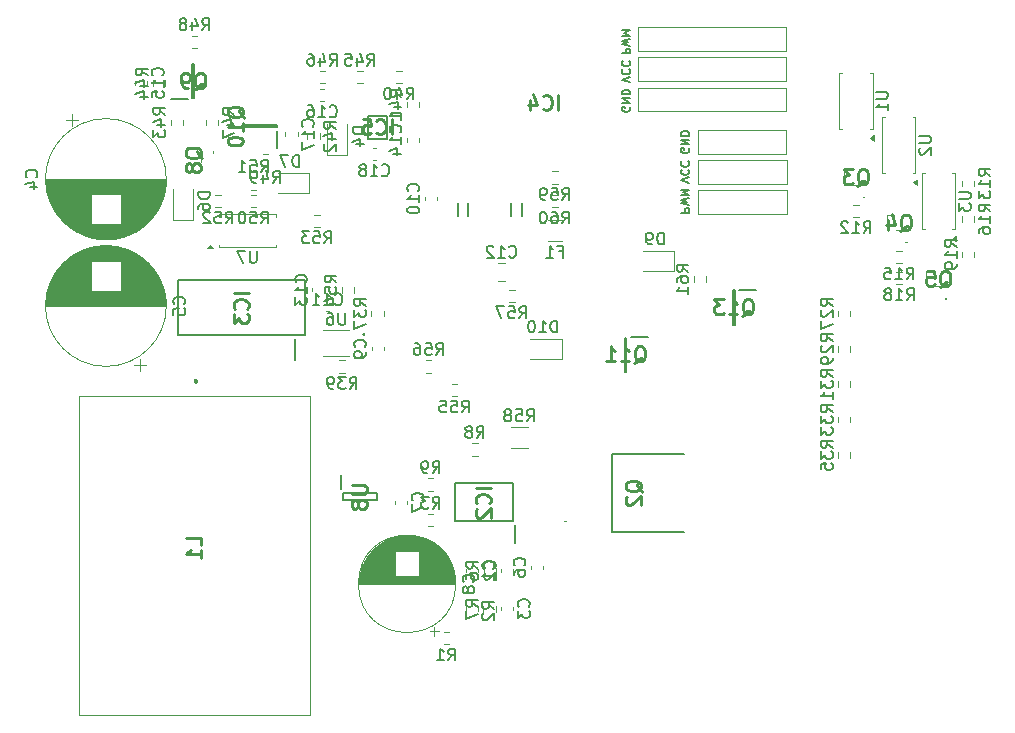
<source format=gbr>
%TF.GenerationSoftware,KiCad,Pcbnew,8.0.4*%
%TF.CreationDate,2024-08-13T21:05:31+09:00*%
%TF.ProjectId,chibarobo_board_2024,63686962-6172-46f6-926f-5f626f617264,rev?*%
%TF.SameCoordinates,Original*%
%TF.FileFunction,Legend,Bot*%
%TF.FilePolarity,Positive*%
%FSLAX46Y46*%
G04 Gerber Fmt 4.6, Leading zero omitted, Abs format (unit mm)*
G04 Created by KiCad (PCBNEW 8.0.4) date 2024-08-13 21:05:31*
%MOMM*%
%LPD*%
G01*
G04 APERTURE LIST*
%ADD10C,0.100000*%
%ADD11C,0.150000*%
%ADD12C,0.254000*%
%ADD13C,0.120000*%
%ADD14C,0.200000*%
%ADD15C,0.152400*%
%ADD16C,0.300000*%
G04 APERTURE END LIST*
D10*
X150586911Y-51280750D02*
X163086911Y-51280750D01*
X163086911Y-53280750D01*
X150586911Y-53280750D01*
X150586911Y-51280750D01*
X150580194Y-53807501D02*
X163080194Y-53807501D01*
X163080194Y-55807501D01*
X150580194Y-55807501D01*
X150580194Y-53807501D01*
X155621002Y-60012586D02*
X163121002Y-60012586D01*
X163121002Y-62012586D01*
X155621002Y-62012586D01*
X155621002Y-60012586D01*
X150560141Y-56377527D02*
X163060141Y-56377527D01*
X163060141Y-58377527D01*
X150560141Y-58377527D01*
X150560141Y-56377527D01*
X155667807Y-65072605D02*
X163167807Y-65072605D01*
X163167807Y-67072605D01*
X155667807Y-67072605D01*
X155667807Y-65072605D01*
X155647753Y-62525801D02*
X163147753Y-62525801D01*
X163147753Y-64525801D01*
X155647753Y-64525801D01*
X155647753Y-62525801D01*
D11*
X149850633Y-58033332D02*
X149883966Y-58099999D01*
X149883966Y-58099999D02*
X149883966Y-58199999D01*
X149883966Y-58199999D02*
X149850633Y-58299999D01*
X149850633Y-58299999D02*
X149783966Y-58366666D01*
X149783966Y-58366666D02*
X149717300Y-58399999D01*
X149717300Y-58399999D02*
X149583966Y-58433332D01*
X149583966Y-58433332D02*
X149483966Y-58433332D01*
X149483966Y-58433332D02*
X149350633Y-58399999D01*
X149350633Y-58399999D02*
X149283966Y-58366666D01*
X149283966Y-58366666D02*
X149217300Y-58299999D01*
X149217300Y-58299999D02*
X149183966Y-58199999D01*
X149183966Y-58199999D02*
X149183966Y-58133332D01*
X149183966Y-58133332D02*
X149217300Y-58033332D01*
X149217300Y-58033332D02*
X149250633Y-57999999D01*
X149250633Y-57999999D02*
X149483966Y-57999999D01*
X149483966Y-57999999D02*
X149483966Y-58133332D01*
X149183966Y-57699999D02*
X149883966Y-57699999D01*
X149883966Y-57699999D02*
X149183966Y-57299999D01*
X149183966Y-57299999D02*
X149883966Y-57299999D01*
X149183966Y-56966666D02*
X149883966Y-56966666D01*
X149883966Y-56966666D02*
X149883966Y-56799999D01*
X149883966Y-56799999D02*
X149850633Y-56699999D01*
X149850633Y-56699999D02*
X149783966Y-56633333D01*
X149783966Y-56633333D02*
X149717300Y-56599999D01*
X149717300Y-56599999D02*
X149583966Y-56566666D01*
X149583966Y-56566666D02*
X149483966Y-56566666D01*
X149483966Y-56566666D02*
X149350633Y-56599999D01*
X149350633Y-56599999D02*
X149283966Y-56633333D01*
X149283966Y-56633333D02*
X149217300Y-56699999D01*
X149217300Y-56699999D02*
X149183966Y-56799999D01*
X149183966Y-56799999D02*
X149183966Y-56966666D01*
X154850633Y-61533332D02*
X154883966Y-61599999D01*
X154883966Y-61599999D02*
X154883966Y-61699999D01*
X154883966Y-61699999D02*
X154850633Y-61799999D01*
X154850633Y-61799999D02*
X154783966Y-61866666D01*
X154783966Y-61866666D02*
X154717300Y-61899999D01*
X154717300Y-61899999D02*
X154583966Y-61933332D01*
X154583966Y-61933332D02*
X154483966Y-61933332D01*
X154483966Y-61933332D02*
X154350633Y-61899999D01*
X154350633Y-61899999D02*
X154283966Y-61866666D01*
X154283966Y-61866666D02*
X154217300Y-61799999D01*
X154217300Y-61799999D02*
X154183966Y-61699999D01*
X154183966Y-61699999D02*
X154183966Y-61633332D01*
X154183966Y-61633332D02*
X154217300Y-61533332D01*
X154217300Y-61533332D02*
X154250633Y-61499999D01*
X154250633Y-61499999D02*
X154483966Y-61499999D01*
X154483966Y-61499999D02*
X154483966Y-61633332D01*
X154183966Y-61199999D02*
X154883966Y-61199999D01*
X154883966Y-61199999D02*
X154183966Y-60799999D01*
X154183966Y-60799999D02*
X154883966Y-60799999D01*
X154183966Y-60466666D02*
X154883966Y-60466666D01*
X154883966Y-60466666D02*
X154883966Y-60299999D01*
X154883966Y-60299999D02*
X154850633Y-60199999D01*
X154850633Y-60199999D02*
X154783966Y-60133333D01*
X154783966Y-60133333D02*
X154717300Y-60099999D01*
X154717300Y-60099999D02*
X154583966Y-60066666D01*
X154583966Y-60066666D02*
X154483966Y-60066666D01*
X154483966Y-60066666D02*
X154350633Y-60099999D01*
X154350633Y-60099999D02*
X154283966Y-60133333D01*
X154283966Y-60133333D02*
X154217300Y-60199999D01*
X154217300Y-60199999D02*
X154183966Y-60299999D01*
X154183966Y-60299999D02*
X154183966Y-60466666D01*
X154883966Y-64433333D02*
X154183966Y-64200000D01*
X154183966Y-64200000D02*
X154883966Y-63966666D01*
X154250633Y-63333333D02*
X154217300Y-63366666D01*
X154217300Y-63366666D02*
X154183966Y-63466666D01*
X154183966Y-63466666D02*
X154183966Y-63533333D01*
X154183966Y-63533333D02*
X154217300Y-63633333D01*
X154217300Y-63633333D02*
X154283966Y-63700000D01*
X154283966Y-63700000D02*
X154350633Y-63733333D01*
X154350633Y-63733333D02*
X154483966Y-63766666D01*
X154483966Y-63766666D02*
X154583966Y-63766666D01*
X154583966Y-63766666D02*
X154717300Y-63733333D01*
X154717300Y-63733333D02*
X154783966Y-63700000D01*
X154783966Y-63700000D02*
X154850633Y-63633333D01*
X154850633Y-63633333D02*
X154883966Y-63533333D01*
X154883966Y-63533333D02*
X154883966Y-63466666D01*
X154883966Y-63466666D02*
X154850633Y-63366666D01*
X154850633Y-63366666D02*
X154817300Y-63333333D01*
X154250633Y-62633333D02*
X154217300Y-62666666D01*
X154217300Y-62666666D02*
X154183966Y-62766666D01*
X154183966Y-62766666D02*
X154183966Y-62833333D01*
X154183966Y-62833333D02*
X154217300Y-62933333D01*
X154217300Y-62933333D02*
X154283966Y-63000000D01*
X154283966Y-63000000D02*
X154350633Y-63033333D01*
X154350633Y-63033333D02*
X154483966Y-63066666D01*
X154483966Y-63066666D02*
X154583966Y-63066666D01*
X154583966Y-63066666D02*
X154717300Y-63033333D01*
X154717300Y-63033333D02*
X154783966Y-63000000D01*
X154783966Y-63000000D02*
X154850633Y-62933333D01*
X154850633Y-62933333D02*
X154883966Y-62833333D01*
X154883966Y-62833333D02*
X154883966Y-62766666D01*
X154883966Y-62766666D02*
X154850633Y-62666666D01*
X154850633Y-62666666D02*
X154817300Y-62633333D01*
X149883966Y-55933333D02*
X149183966Y-55700000D01*
X149183966Y-55700000D02*
X149883966Y-55466666D01*
X149250633Y-54833333D02*
X149217300Y-54866666D01*
X149217300Y-54866666D02*
X149183966Y-54966666D01*
X149183966Y-54966666D02*
X149183966Y-55033333D01*
X149183966Y-55033333D02*
X149217300Y-55133333D01*
X149217300Y-55133333D02*
X149283966Y-55200000D01*
X149283966Y-55200000D02*
X149350633Y-55233333D01*
X149350633Y-55233333D02*
X149483966Y-55266666D01*
X149483966Y-55266666D02*
X149583966Y-55266666D01*
X149583966Y-55266666D02*
X149717300Y-55233333D01*
X149717300Y-55233333D02*
X149783966Y-55200000D01*
X149783966Y-55200000D02*
X149850633Y-55133333D01*
X149850633Y-55133333D02*
X149883966Y-55033333D01*
X149883966Y-55033333D02*
X149883966Y-54966666D01*
X149883966Y-54966666D02*
X149850633Y-54866666D01*
X149850633Y-54866666D02*
X149817300Y-54833333D01*
X149250633Y-54133333D02*
X149217300Y-54166666D01*
X149217300Y-54166666D02*
X149183966Y-54266666D01*
X149183966Y-54266666D02*
X149183966Y-54333333D01*
X149183966Y-54333333D02*
X149217300Y-54433333D01*
X149217300Y-54433333D02*
X149283966Y-54500000D01*
X149283966Y-54500000D02*
X149350633Y-54533333D01*
X149350633Y-54533333D02*
X149483966Y-54566666D01*
X149483966Y-54566666D02*
X149583966Y-54566666D01*
X149583966Y-54566666D02*
X149717300Y-54533333D01*
X149717300Y-54533333D02*
X149783966Y-54500000D01*
X149783966Y-54500000D02*
X149850633Y-54433333D01*
X149850633Y-54433333D02*
X149883966Y-54333333D01*
X149883966Y-54333333D02*
X149883966Y-54266666D01*
X149883966Y-54266666D02*
X149850633Y-54166666D01*
X149850633Y-54166666D02*
X149817300Y-54133333D01*
X149183966Y-53483333D02*
X149883966Y-53483333D01*
X149883966Y-53483333D02*
X149883966Y-53216666D01*
X149883966Y-53216666D02*
X149850633Y-53150000D01*
X149850633Y-53150000D02*
X149817300Y-53116666D01*
X149817300Y-53116666D02*
X149750633Y-53083333D01*
X149750633Y-53083333D02*
X149650633Y-53083333D01*
X149650633Y-53083333D02*
X149583966Y-53116666D01*
X149583966Y-53116666D02*
X149550633Y-53150000D01*
X149550633Y-53150000D02*
X149517300Y-53216666D01*
X149517300Y-53216666D02*
X149517300Y-53483333D01*
X149883966Y-52850000D02*
X149183966Y-52683333D01*
X149183966Y-52683333D02*
X149683966Y-52550000D01*
X149683966Y-52550000D02*
X149183966Y-52416666D01*
X149183966Y-52416666D02*
X149883966Y-52250000D01*
X149183966Y-51983333D02*
X149883966Y-51983333D01*
X149883966Y-51983333D02*
X149383966Y-51750000D01*
X149383966Y-51750000D02*
X149883966Y-51516666D01*
X149883966Y-51516666D02*
X149183966Y-51516666D01*
X154183966Y-66983333D02*
X154883966Y-66983333D01*
X154883966Y-66983333D02*
X154883966Y-66716666D01*
X154883966Y-66716666D02*
X154850633Y-66650000D01*
X154850633Y-66650000D02*
X154817300Y-66616666D01*
X154817300Y-66616666D02*
X154750633Y-66583333D01*
X154750633Y-66583333D02*
X154650633Y-66583333D01*
X154650633Y-66583333D02*
X154583966Y-66616666D01*
X154583966Y-66616666D02*
X154550633Y-66650000D01*
X154550633Y-66650000D02*
X154517300Y-66716666D01*
X154517300Y-66716666D02*
X154517300Y-66983333D01*
X154883966Y-66350000D02*
X154183966Y-66183333D01*
X154183966Y-66183333D02*
X154683966Y-66050000D01*
X154683966Y-66050000D02*
X154183966Y-65916666D01*
X154183966Y-65916666D02*
X154883966Y-65750000D01*
X154183966Y-65483333D02*
X154883966Y-65483333D01*
X154883966Y-65483333D02*
X154383966Y-65250000D01*
X154383966Y-65250000D02*
X154883966Y-65016666D01*
X154883966Y-65016666D02*
X154183966Y-65016666D01*
X137013943Y-100340314D02*
X136537752Y-100006981D01*
X137013943Y-99768886D02*
X136013943Y-99768886D01*
X136013943Y-99768886D02*
X136013943Y-100149838D01*
X136013943Y-100149838D02*
X136061562Y-100245076D01*
X136061562Y-100245076D02*
X136109181Y-100292695D01*
X136109181Y-100292695D02*
X136204419Y-100340314D01*
X136204419Y-100340314D02*
X136347276Y-100340314D01*
X136347276Y-100340314D02*
X136442514Y-100292695D01*
X136442514Y-100292695D02*
X136490133Y-100245076D01*
X136490133Y-100245076D02*
X136537752Y-100149838D01*
X136537752Y-100149838D02*
X136537752Y-99768886D01*
X136013943Y-100673648D02*
X136013943Y-101340314D01*
X136013943Y-101340314D02*
X137013943Y-100911743D01*
X123003382Y-59679506D02*
X123051002Y-59631887D01*
X123051002Y-59631887D02*
X123098621Y-59489030D01*
X123098621Y-59489030D02*
X123098621Y-59393792D01*
X123098621Y-59393792D02*
X123051002Y-59250935D01*
X123051002Y-59250935D02*
X122955763Y-59155697D01*
X122955763Y-59155697D02*
X122860525Y-59108078D01*
X122860525Y-59108078D02*
X122670049Y-59060459D01*
X122670049Y-59060459D02*
X122527192Y-59060459D01*
X122527192Y-59060459D02*
X122336716Y-59108078D01*
X122336716Y-59108078D02*
X122241478Y-59155697D01*
X122241478Y-59155697D02*
X122146240Y-59250935D01*
X122146240Y-59250935D02*
X122098621Y-59393792D01*
X122098621Y-59393792D02*
X122098621Y-59489030D01*
X122098621Y-59489030D02*
X122146240Y-59631887D01*
X122146240Y-59631887D02*
X122193859Y-59679506D01*
X123098621Y-60631887D02*
X123098621Y-60060459D01*
X123098621Y-60346173D02*
X122098621Y-60346173D01*
X122098621Y-60346173D02*
X122241478Y-60250935D01*
X122241478Y-60250935D02*
X122336716Y-60155697D01*
X122336716Y-60155697D02*
X122384335Y-60060459D01*
X122098621Y-60965221D02*
X122098621Y-61631887D01*
X122098621Y-61631887D02*
X123098621Y-61203316D01*
D12*
X169120952Y-64695270D02*
X169241904Y-64634794D01*
X169241904Y-64634794D02*
X169362857Y-64513842D01*
X169362857Y-64513842D02*
X169544285Y-64332413D01*
X169544285Y-64332413D02*
X169665238Y-64271937D01*
X169665238Y-64271937D02*
X169786190Y-64271937D01*
X169725714Y-64574318D02*
X169846666Y-64513842D01*
X169846666Y-64513842D02*
X169967619Y-64392889D01*
X169967619Y-64392889D02*
X170028095Y-64150984D01*
X170028095Y-64150984D02*
X170028095Y-63727651D01*
X170028095Y-63727651D02*
X169967619Y-63485746D01*
X169967619Y-63485746D02*
X169846666Y-63364794D01*
X169846666Y-63364794D02*
X169725714Y-63304318D01*
X169725714Y-63304318D02*
X169483809Y-63304318D01*
X169483809Y-63304318D02*
X169362857Y-63364794D01*
X169362857Y-63364794D02*
X169241904Y-63485746D01*
X169241904Y-63485746D02*
X169181428Y-63727651D01*
X169181428Y-63727651D02*
X169181428Y-64150984D01*
X169181428Y-64150984D02*
X169241904Y-64392889D01*
X169241904Y-64392889D02*
X169362857Y-64513842D01*
X169362857Y-64513842D02*
X169483809Y-64574318D01*
X169483809Y-64574318D02*
X169725714Y-64574318D01*
X168758095Y-63304318D02*
X167971904Y-63304318D01*
X167971904Y-63304318D02*
X168395238Y-63788127D01*
X168395238Y-63788127D02*
X168213809Y-63788127D01*
X168213809Y-63788127D02*
X168092857Y-63848603D01*
X168092857Y-63848603D02*
X168032381Y-63909080D01*
X168032381Y-63909080D02*
X167971904Y-64030032D01*
X167971904Y-64030032D02*
X167971904Y-64332413D01*
X167971904Y-64332413D02*
X168032381Y-64453365D01*
X168032381Y-64453365D02*
X168092857Y-64513842D01*
X168092857Y-64513842D02*
X168213809Y-64574318D01*
X168213809Y-64574318D02*
X168576666Y-64574318D01*
X168576666Y-64574318D02*
X168697619Y-64513842D01*
X168697619Y-64513842D02*
X168758095Y-64453365D01*
D11*
X127429580Y-78333333D02*
X127477200Y-78285714D01*
X127477200Y-78285714D02*
X127524819Y-78142857D01*
X127524819Y-78142857D02*
X127524819Y-78047619D01*
X127524819Y-78047619D02*
X127477200Y-77904762D01*
X127477200Y-77904762D02*
X127381961Y-77809524D01*
X127381961Y-77809524D02*
X127286723Y-77761905D01*
X127286723Y-77761905D02*
X127096247Y-77714286D01*
X127096247Y-77714286D02*
X126953390Y-77714286D01*
X126953390Y-77714286D02*
X126762914Y-77761905D01*
X126762914Y-77761905D02*
X126667676Y-77809524D01*
X126667676Y-77809524D02*
X126572438Y-77904762D01*
X126572438Y-77904762D02*
X126524819Y-78047619D01*
X126524819Y-78047619D02*
X126524819Y-78142857D01*
X126524819Y-78142857D02*
X126572438Y-78285714D01*
X126572438Y-78285714D02*
X126620057Y-78333333D01*
X127524819Y-78809524D02*
X127524819Y-79000000D01*
X127524819Y-79000000D02*
X127477200Y-79095238D01*
X127477200Y-79095238D02*
X127429580Y-79142857D01*
X127429580Y-79142857D02*
X127286723Y-79238095D01*
X127286723Y-79238095D02*
X127096247Y-79285714D01*
X127096247Y-79285714D02*
X126715295Y-79285714D01*
X126715295Y-79285714D02*
X126620057Y-79238095D01*
X126620057Y-79238095D02*
X126572438Y-79190476D01*
X126572438Y-79190476D02*
X126524819Y-79095238D01*
X126524819Y-79095238D02*
X126524819Y-78904762D01*
X126524819Y-78904762D02*
X126572438Y-78809524D01*
X126572438Y-78809524D02*
X126620057Y-78761905D01*
X126620057Y-78761905D02*
X126715295Y-78714286D01*
X126715295Y-78714286D02*
X126953390Y-78714286D01*
X126953390Y-78714286D02*
X127048628Y-78761905D01*
X127048628Y-78761905D02*
X127096247Y-78809524D01*
X127096247Y-78809524D02*
X127143866Y-78904762D01*
X127143866Y-78904762D02*
X127143866Y-79095238D01*
X127143866Y-79095238D02*
X127096247Y-79190476D01*
X127096247Y-79190476D02*
X127048628Y-79238095D01*
X127048628Y-79238095D02*
X126953390Y-79285714D01*
X130421382Y-60167684D02*
X130469002Y-60120065D01*
X130469002Y-60120065D02*
X130516621Y-59977208D01*
X130516621Y-59977208D02*
X130516621Y-59881970D01*
X130516621Y-59881970D02*
X130469002Y-59739113D01*
X130469002Y-59739113D02*
X130373763Y-59643875D01*
X130373763Y-59643875D02*
X130278525Y-59596256D01*
X130278525Y-59596256D02*
X130088049Y-59548637D01*
X130088049Y-59548637D02*
X129945192Y-59548637D01*
X129945192Y-59548637D02*
X129754716Y-59596256D01*
X129754716Y-59596256D02*
X129659478Y-59643875D01*
X129659478Y-59643875D02*
X129564240Y-59739113D01*
X129564240Y-59739113D02*
X129516621Y-59881970D01*
X129516621Y-59881970D02*
X129516621Y-59977208D01*
X129516621Y-59977208D02*
X129564240Y-60120065D01*
X129564240Y-60120065D02*
X129611859Y-60167684D01*
X130516621Y-61120065D02*
X130516621Y-60548637D01*
X130516621Y-60834351D02*
X129516621Y-60834351D01*
X129516621Y-60834351D02*
X129659478Y-60739113D01*
X129659478Y-60739113D02*
X129754716Y-60643875D01*
X129754716Y-60643875D02*
X129802335Y-60548637D01*
X129849954Y-61977208D02*
X130516621Y-61977208D01*
X129469002Y-61739113D02*
X130183287Y-61501018D01*
X130183287Y-61501018D02*
X130183287Y-62120065D01*
X115642857Y-67884819D02*
X115976190Y-67408628D01*
X116214285Y-67884819D02*
X116214285Y-66884819D01*
X116214285Y-66884819D02*
X115833333Y-66884819D01*
X115833333Y-66884819D02*
X115738095Y-66932438D01*
X115738095Y-66932438D02*
X115690476Y-66980057D01*
X115690476Y-66980057D02*
X115642857Y-67075295D01*
X115642857Y-67075295D02*
X115642857Y-67218152D01*
X115642857Y-67218152D02*
X115690476Y-67313390D01*
X115690476Y-67313390D02*
X115738095Y-67361009D01*
X115738095Y-67361009D02*
X115833333Y-67408628D01*
X115833333Y-67408628D02*
X116214285Y-67408628D01*
X114738095Y-66884819D02*
X115214285Y-66884819D01*
X115214285Y-66884819D02*
X115261904Y-67361009D01*
X115261904Y-67361009D02*
X115214285Y-67313390D01*
X115214285Y-67313390D02*
X115119047Y-67265771D01*
X115119047Y-67265771D02*
X114880952Y-67265771D01*
X114880952Y-67265771D02*
X114785714Y-67313390D01*
X114785714Y-67313390D02*
X114738095Y-67361009D01*
X114738095Y-67361009D02*
X114690476Y-67456247D01*
X114690476Y-67456247D02*
X114690476Y-67694342D01*
X114690476Y-67694342D02*
X114738095Y-67789580D01*
X114738095Y-67789580D02*
X114785714Y-67837200D01*
X114785714Y-67837200D02*
X114880952Y-67884819D01*
X114880952Y-67884819D02*
X115119047Y-67884819D01*
X115119047Y-67884819D02*
X115214285Y-67837200D01*
X115214285Y-67837200D02*
X115261904Y-67789580D01*
X114309523Y-66980057D02*
X114261904Y-66932438D01*
X114261904Y-66932438D02*
X114166666Y-66884819D01*
X114166666Y-66884819D02*
X113928571Y-66884819D01*
X113928571Y-66884819D02*
X113833333Y-66932438D01*
X113833333Y-66932438D02*
X113785714Y-66980057D01*
X113785714Y-66980057D02*
X113738095Y-67075295D01*
X113738095Y-67075295D02*
X113738095Y-67170533D01*
X113738095Y-67170533D02*
X113785714Y-67313390D01*
X113785714Y-67313390D02*
X114357142Y-67884819D01*
X114357142Y-67884819D02*
X113738095Y-67884819D01*
D12*
X129739762Y-60324318D02*
X129739762Y-59054318D01*
X128409285Y-60203365D02*
X128469761Y-60263842D01*
X128469761Y-60263842D02*
X128651190Y-60324318D01*
X128651190Y-60324318D02*
X128772142Y-60324318D01*
X128772142Y-60324318D02*
X128953571Y-60263842D01*
X128953571Y-60263842D02*
X129074523Y-60142889D01*
X129074523Y-60142889D02*
X129135000Y-60021937D01*
X129135000Y-60021937D02*
X129195476Y-59780032D01*
X129195476Y-59780032D02*
X129195476Y-59598603D01*
X129195476Y-59598603D02*
X129135000Y-59356699D01*
X129135000Y-59356699D02*
X129074523Y-59235746D01*
X129074523Y-59235746D02*
X128953571Y-59114794D01*
X128953571Y-59114794D02*
X128772142Y-59054318D01*
X128772142Y-59054318D02*
X128651190Y-59054318D01*
X128651190Y-59054318D02*
X128469761Y-59114794D01*
X128469761Y-59114794D02*
X128409285Y-59175270D01*
X127260238Y-59054318D02*
X127865000Y-59054318D01*
X127865000Y-59054318D02*
X127925476Y-59659080D01*
X127925476Y-59659080D02*
X127865000Y-59598603D01*
X127865000Y-59598603D02*
X127744047Y-59538127D01*
X127744047Y-59538127D02*
X127441666Y-59538127D01*
X127441666Y-59538127D02*
X127320714Y-59598603D01*
X127320714Y-59598603D02*
X127260238Y-59659080D01*
X127260238Y-59659080D02*
X127199761Y-59780032D01*
X127199761Y-59780032D02*
X127199761Y-60082413D01*
X127199761Y-60082413D02*
X127260238Y-60203365D01*
X127260238Y-60203365D02*
X127320714Y-60263842D01*
X127320714Y-60263842D02*
X127441666Y-60324318D01*
X127441666Y-60324318D02*
X127744047Y-60324318D01*
X127744047Y-60324318D02*
X127865000Y-60263842D01*
X127865000Y-60263842D02*
X127925476Y-60203365D01*
D11*
X136609580Y-98235984D02*
X136657200Y-98188365D01*
X136657200Y-98188365D02*
X136704819Y-98045508D01*
X136704819Y-98045508D02*
X136704819Y-97950270D01*
X136704819Y-97950270D02*
X136657200Y-97807413D01*
X136657200Y-97807413D02*
X136561961Y-97712175D01*
X136561961Y-97712175D02*
X136466723Y-97664556D01*
X136466723Y-97664556D02*
X136276247Y-97616937D01*
X136276247Y-97616937D02*
X136133390Y-97616937D01*
X136133390Y-97616937D02*
X135942914Y-97664556D01*
X135942914Y-97664556D02*
X135847676Y-97712175D01*
X135847676Y-97712175D02*
X135752438Y-97807413D01*
X135752438Y-97807413D02*
X135704819Y-97950270D01*
X135704819Y-97950270D02*
X135704819Y-98045508D01*
X135704819Y-98045508D02*
X135752438Y-98188365D01*
X135752438Y-98188365D02*
X135800057Y-98235984D01*
X136133390Y-98807413D02*
X136085771Y-98712175D01*
X136085771Y-98712175D02*
X136038152Y-98664556D01*
X136038152Y-98664556D02*
X135942914Y-98616937D01*
X135942914Y-98616937D02*
X135895295Y-98616937D01*
X135895295Y-98616937D02*
X135800057Y-98664556D01*
X135800057Y-98664556D02*
X135752438Y-98712175D01*
X135752438Y-98712175D02*
X135704819Y-98807413D01*
X135704819Y-98807413D02*
X135704819Y-98997889D01*
X135704819Y-98997889D02*
X135752438Y-99093127D01*
X135752438Y-99093127D02*
X135800057Y-99140746D01*
X135800057Y-99140746D02*
X135895295Y-99188365D01*
X135895295Y-99188365D02*
X135942914Y-99188365D01*
X135942914Y-99188365D02*
X136038152Y-99140746D01*
X136038152Y-99140746D02*
X136085771Y-99093127D01*
X136085771Y-99093127D02*
X136133390Y-98997889D01*
X136133390Y-98997889D02*
X136133390Y-98807413D01*
X136133390Y-98807413D02*
X136181009Y-98712175D01*
X136181009Y-98712175D02*
X136228628Y-98664556D01*
X136228628Y-98664556D02*
X136323866Y-98616937D01*
X136323866Y-98616937D02*
X136514342Y-98616937D01*
X136514342Y-98616937D02*
X136609580Y-98664556D01*
X136609580Y-98664556D02*
X136657200Y-98712175D01*
X136657200Y-98712175D02*
X136704819Y-98807413D01*
X136704819Y-98807413D02*
X136704819Y-98997889D01*
X136704819Y-98997889D02*
X136657200Y-99093127D01*
X136657200Y-99093127D02*
X136609580Y-99140746D01*
X136609580Y-99140746D02*
X136514342Y-99188365D01*
X136514342Y-99188365D02*
X136323866Y-99188365D01*
X136323866Y-99188365D02*
X136228628Y-99140746D01*
X136228628Y-99140746D02*
X136181009Y-99093127D01*
X136181009Y-99093127D02*
X136133390Y-98997889D01*
D12*
X150887270Y-90593047D02*
X150826794Y-90472095D01*
X150826794Y-90472095D02*
X150705842Y-90351142D01*
X150705842Y-90351142D02*
X150524413Y-90169714D01*
X150524413Y-90169714D02*
X150463937Y-90048761D01*
X150463937Y-90048761D02*
X150463937Y-89927809D01*
X150766318Y-89988285D02*
X150705842Y-89867333D01*
X150705842Y-89867333D02*
X150584889Y-89746380D01*
X150584889Y-89746380D02*
X150342984Y-89685904D01*
X150342984Y-89685904D02*
X149919651Y-89685904D01*
X149919651Y-89685904D02*
X149677746Y-89746380D01*
X149677746Y-89746380D02*
X149556794Y-89867333D01*
X149556794Y-89867333D02*
X149496318Y-89988285D01*
X149496318Y-89988285D02*
X149496318Y-90230190D01*
X149496318Y-90230190D02*
X149556794Y-90351142D01*
X149556794Y-90351142D02*
X149677746Y-90472095D01*
X149677746Y-90472095D02*
X149919651Y-90532571D01*
X149919651Y-90532571D02*
X150342984Y-90532571D01*
X150342984Y-90532571D02*
X150584889Y-90472095D01*
X150584889Y-90472095D02*
X150705842Y-90351142D01*
X150705842Y-90351142D02*
X150766318Y-90230190D01*
X150766318Y-90230190D02*
X150766318Y-89988285D01*
X149617270Y-91016380D02*
X149556794Y-91076856D01*
X149556794Y-91076856D02*
X149496318Y-91197809D01*
X149496318Y-91197809D02*
X149496318Y-91500190D01*
X149496318Y-91500190D02*
X149556794Y-91621142D01*
X149556794Y-91621142D02*
X149617270Y-91681618D01*
X149617270Y-91681618D02*
X149738222Y-91742095D01*
X149738222Y-91742095D02*
X149859175Y-91742095D01*
X149859175Y-91742095D02*
X150040603Y-91681618D01*
X150040603Y-91681618D02*
X150766318Y-90955904D01*
X150766318Y-90955904D02*
X150766318Y-91742095D01*
D11*
X112109580Y-74701010D02*
X112157200Y-74653391D01*
X112157200Y-74653391D02*
X112204819Y-74510534D01*
X112204819Y-74510534D02*
X112204819Y-74415296D01*
X112204819Y-74415296D02*
X112157200Y-74272439D01*
X112157200Y-74272439D02*
X112061961Y-74177201D01*
X112061961Y-74177201D02*
X111966723Y-74129582D01*
X111966723Y-74129582D02*
X111776247Y-74081963D01*
X111776247Y-74081963D02*
X111633390Y-74081963D01*
X111633390Y-74081963D02*
X111442914Y-74129582D01*
X111442914Y-74129582D02*
X111347676Y-74177201D01*
X111347676Y-74177201D02*
X111252438Y-74272439D01*
X111252438Y-74272439D02*
X111204819Y-74415296D01*
X111204819Y-74415296D02*
X111204819Y-74510534D01*
X111204819Y-74510534D02*
X111252438Y-74653391D01*
X111252438Y-74653391D02*
X111300057Y-74701010D01*
X111204819Y-75605772D02*
X111204819Y-75129582D01*
X111204819Y-75129582D02*
X111681009Y-75081963D01*
X111681009Y-75081963D02*
X111633390Y-75129582D01*
X111633390Y-75129582D02*
X111585771Y-75224820D01*
X111585771Y-75224820D02*
X111585771Y-75462915D01*
X111585771Y-75462915D02*
X111633390Y-75558153D01*
X111633390Y-75558153D02*
X111681009Y-75605772D01*
X111681009Y-75605772D02*
X111776247Y-75653391D01*
X111776247Y-75653391D02*
X112014342Y-75653391D01*
X112014342Y-75653391D02*
X112109580Y-75605772D01*
X112109580Y-75605772D02*
X112157200Y-75558153D01*
X112157200Y-75558153D02*
X112204819Y-75462915D01*
X112204819Y-75462915D02*
X112204819Y-75224820D01*
X112204819Y-75224820D02*
X112157200Y-75129582D01*
X112157200Y-75129582D02*
X112109580Y-75081963D01*
D12*
X113645270Y-62379047D02*
X113584794Y-62258095D01*
X113584794Y-62258095D02*
X113463842Y-62137142D01*
X113463842Y-62137142D02*
X113282413Y-61955714D01*
X113282413Y-61955714D02*
X113221937Y-61834761D01*
X113221937Y-61834761D02*
X113221937Y-61713809D01*
X113524318Y-61774285D02*
X113463842Y-61653333D01*
X113463842Y-61653333D02*
X113342889Y-61532380D01*
X113342889Y-61532380D02*
X113100984Y-61471904D01*
X113100984Y-61471904D02*
X112677651Y-61471904D01*
X112677651Y-61471904D02*
X112435746Y-61532380D01*
X112435746Y-61532380D02*
X112314794Y-61653333D01*
X112314794Y-61653333D02*
X112254318Y-61774285D01*
X112254318Y-61774285D02*
X112254318Y-62016190D01*
X112254318Y-62016190D02*
X112314794Y-62137142D01*
X112314794Y-62137142D02*
X112435746Y-62258095D01*
X112435746Y-62258095D02*
X112677651Y-62318571D01*
X112677651Y-62318571D02*
X113100984Y-62318571D01*
X113100984Y-62318571D02*
X113342889Y-62258095D01*
X113342889Y-62258095D02*
X113463842Y-62137142D01*
X113463842Y-62137142D02*
X113524318Y-62016190D01*
X113524318Y-62016190D02*
X113524318Y-61774285D01*
X112798603Y-63044285D02*
X112738127Y-62923333D01*
X112738127Y-62923333D02*
X112677651Y-62862856D01*
X112677651Y-62862856D02*
X112556699Y-62802380D01*
X112556699Y-62802380D02*
X112496222Y-62802380D01*
X112496222Y-62802380D02*
X112375270Y-62862856D01*
X112375270Y-62862856D02*
X112314794Y-62923333D01*
X112314794Y-62923333D02*
X112254318Y-63044285D01*
X112254318Y-63044285D02*
X112254318Y-63286190D01*
X112254318Y-63286190D02*
X112314794Y-63407142D01*
X112314794Y-63407142D02*
X112375270Y-63467618D01*
X112375270Y-63467618D02*
X112496222Y-63528095D01*
X112496222Y-63528095D02*
X112556699Y-63528095D01*
X112556699Y-63528095D02*
X112677651Y-63467618D01*
X112677651Y-63467618D02*
X112738127Y-63407142D01*
X112738127Y-63407142D02*
X112798603Y-63286190D01*
X112798603Y-63286190D02*
X112798603Y-63044285D01*
X112798603Y-63044285D02*
X112859080Y-62923333D01*
X112859080Y-62923333D02*
X112919556Y-62862856D01*
X112919556Y-62862856D02*
X113040508Y-62802380D01*
X113040508Y-62802380D02*
X113282413Y-62802380D01*
X113282413Y-62802380D02*
X113403365Y-62862856D01*
X113403365Y-62862856D02*
X113463842Y-62923333D01*
X113463842Y-62923333D02*
X113524318Y-63044285D01*
X113524318Y-63044285D02*
X113524318Y-63286190D01*
X113524318Y-63286190D02*
X113463842Y-63407142D01*
X113463842Y-63407142D02*
X113403365Y-63467618D01*
X113403365Y-63467618D02*
X113282413Y-63528095D01*
X113282413Y-63528095D02*
X113040508Y-63528095D01*
X113040508Y-63528095D02*
X112919556Y-63467618D01*
X112919556Y-63467618D02*
X112859080Y-63407142D01*
X112859080Y-63407142D02*
X112798603Y-63286190D01*
D11*
X154811914Y-71959015D02*
X154335723Y-71625682D01*
X154811914Y-71387587D02*
X153811914Y-71387587D01*
X153811914Y-71387587D02*
X153811914Y-71768539D01*
X153811914Y-71768539D02*
X153859533Y-71863777D01*
X153859533Y-71863777D02*
X153907152Y-71911396D01*
X153907152Y-71911396D02*
X154002390Y-71959015D01*
X154002390Y-71959015D02*
X154145247Y-71959015D01*
X154145247Y-71959015D02*
X154240485Y-71911396D01*
X154240485Y-71911396D02*
X154288104Y-71863777D01*
X154288104Y-71863777D02*
X154335723Y-71768539D01*
X154335723Y-71768539D02*
X154335723Y-71387587D01*
X153811914Y-72816158D02*
X153811914Y-72625682D01*
X153811914Y-72625682D02*
X153859533Y-72530444D01*
X153859533Y-72530444D02*
X153907152Y-72482825D01*
X153907152Y-72482825D02*
X154050009Y-72387587D01*
X154050009Y-72387587D02*
X154240485Y-72339968D01*
X154240485Y-72339968D02*
X154621437Y-72339968D01*
X154621437Y-72339968D02*
X154716675Y-72387587D01*
X154716675Y-72387587D02*
X154764295Y-72435206D01*
X154764295Y-72435206D02*
X154811914Y-72530444D01*
X154811914Y-72530444D02*
X154811914Y-72720920D01*
X154811914Y-72720920D02*
X154764295Y-72816158D01*
X154764295Y-72816158D02*
X154716675Y-72863777D01*
X154716675Y-72863777D02*
X154621437Y-72911396D01*
X154621437Y-72911396D02*
X154383342Y-72911396D01*
X154383342Y-72911396D02*
X154288104Y-72863777D01*
X154288104Y-72863777D02*
X154240485Y-72816158D01*
X154240485Y-72816158D02*
X154192866Y-72720920D01*
X154192866Y-72720920D02*
X154192866Y-72530444D01*
X154192866Y-72530444D02*
X154240485Y-72435206D01*
X154240485Y-72435206D02*
X154288104Y-72387587D01*
X154288104Y-72387587D02*
X154383342Y-72339968D01*
X154811914Y-73863777D02*
X154811914Y-73292349D01*
X154811914Y-73578063D02*
X153811914Y-73578063D01*
X153811914Y-73578063D02*
X153954771Y-73482825D01*
X153954771Y-73482825D02*
X154050009Y-73387587D01*
X154050009Y-73387587D02*
X154097628Y-73292349D01*
X138413684Y-97100228D02*
X138461304Y-97052609D01*
X138461304Y-97052609D02*
X138508923Y-96909752D01*
X138508923Y-96909752D02*
X138508923Y-96814514D01*
X138508923Y-96814514D02*
X138461304Y-96671657D01*
X138461304Y-96671657D02*
X138366065Y-96576419D01*
X138366065Y-96576419D02*
X138270827Y-96528800D01*
X138270827Y-96528800D02*
X138080351Y-96481181D01*
X138080351Y-96481181D02*
X137937494Y-96481181D01*
X137937494Y-96481181D02*
X137747018Y-96528800D01*
X137747018Y-96528800D02*
X137651780Y-96576419D01*
X137651780Y-96576419D02*
X137556542Y-96671657D01*
X137556542Y-96671657D02*
X137508923Y-96814514D01*
X137508923Y-96814514D02*
X137508923Y-96909752D01*
X137508923Y-96909752D02*
X137556542Y-97052609D01*
X137556542Y-97052609D02*
X137604161Y-97100228D01*
X137604161Y-97481181D02*
X137556542Y-97528800D01*
X137556542Y-97528800D02*
X137508923Y-97624038D01*
X137508923Y-97624038D02*
X137508923Y-97862133D01*
X137508923Y-97862133D02*
X137556542Y-97957371D01*
X137556542Y-97957371D02*
X137604161Y-98004990D01*
X137604161Y-98004990D02*
X137699399Y-98052609D01*
X137699399Y-98052609D02*
X137794637Y-98052609D01*
X137794637Y-98052609D02*
X137937494Y-98004990D01*
X137937494Y-98004990D02*
X138508923Y-97433562D01*
X138508923Y-97433562D02*
X138508923Y-98052609D01*
X177524819Y-69857142D02*
X177048628Y-69523809D01*
X177524819Y-69285714D02*
X176524819Y-69285714D01*
X176524819Y-69285714D02*
X176524819Y-69666666D01*
X176524819Y-69666666D02*
X176572438Y-69761904D01*
X176572438Y-69761904D02*
X176620057Y-69809523D01*
X176620057Y-69809523D02*
X176715295Y-69857142D01*
X176715295Y-69857142D02*
X176858152Y-69857142D01*
X176858152Y-69857142D02*
X176953390Y-69809523D01*
X176953390Y-69809523D02*
X177001009Y-69761904D01*
X177001009Y-69761904D02*
X177048628Y-69666666D01*
X177048628Y-69666666D02*
X177048628Y-69285714D01*
X177524819Y-70809523D02*
X177524819Y-70238095D01*
X177524819Y-70523809D02*
X176524819Y-70523809D01*
X176524819Y-70523809D02*
X176667676Y-70428571D01*
X176667676Y-70428571D02*
X176762914Y-70333333D01*
X176762914Y-70333333D02*
X176810533Y-70238095D01*
X177524819Y-71285714D02*
X177524819Y-71476190D01*
X177524819Y-71476190D02*
X177477200Y-71571428D01*
X177477200Y-71571428D02*
X177429580Y-71619047D01*
X177429580Y-71619047D02*
X177286723Y-71714285D01*
X177286723Y-71714285D02*
X177096247Y-71761904D01*
X177096247Y-71761904D02*
X176715295Y-71761904D01*
X176715295Y-71761904D02*
X176620057Y-71714285D01*
X176620057Y-71714285D02*
X176572438Y-71666666D01*
X176572438Y-71666666D02*
X176524819Y-71571428D01*
X176524819Y-71571428D02*
X176524819Y-71380952D01*
X176524819Y-71380952D02*
X176572438Y-71285714D01*
X176572438Y-71285714D02*
X176620057Y-71238095D01*
X176620057Y-71238095D02*
X176715295Y-71190476D01*
X176715295Y-71190476D02*
X176953390Y-71190476D01*
X176953390Y-71190476D02*
X177048628Y-71238095D01*
X177048628Y-71238095D02*
X177096247Y-71285714D01*
X177096247Y-71285714D02*
X177143866Y-71380952D01*
X177143866Y-71380952D02*
X177143866Y-71571428D01*
X177143866Y-71571428D02*
X177096247Y-71666666D01*
X177096247Y-71666666D02*
X177048628Y-71714285D01*
X177048628Y-71714285D02*
X176953390Y-71761904D01*
X170704819Y-56738095D02*
X171514342Y-56738095D01*
X171514342Y-56738095D02*
X171609580Y-56785714D01*
X171609580Y-56785714D02*
X171657200Y-56833333D01*
X171657200Y-56833333D02*
X171704819Y-56928571D01*
X171704819Y-56928571D02*
X171704819Y-57119047D01*
X171704819Y-57119047D02*
X171657200Y-57214285D01*
X171657200Y-57214285D02*
X171609580Y-57261904D01*
X171609580Y-57261904D02*
X171514342Y-57309523D01*
X171514342Y-57309523D02*
X170704819Y-57309523D01*
X171704819Y-58309523D02*
X171704819Y-57738095D01*
X171704819Y-58023809D02*
X170704819Y-58023809D01*
X170704819Y-58023809D02*
X170847676Y-57928571D01*
X170847676Y-57928571D02*
X170942914Y-57833333D01*
X170942914Y-57833333D02*
X170990533Y-57738095D01*
X133166666Y-92024819D02*
X133499999Y-91548628D01*
X133738094Y-92024819D02*
X133738094Y-91024819D01*
X133738094Y-91024819D02*
X133357142Y-91024819D01*
X133357142Y-91024819D02*
X133261904Y-91072438D01*
X133261904Y-91072438D02*
X133214285Y-91120057D01*
X133214285Y-91120057D02*
X133166666Y-91215295D01*
X133166666Y-91215295D02*
X133166666Y-91358152D01*
X133166666Y-91358152D02*
X133214285Y-91453390D01*
X133214285Y-91453390D02*
X133261904Y-91501009D01*
X133261904Y-91501009D02*
X133357142Y-91548628D01*
X133357142Y-91548628D02*
X133738094Y-91548628D01*
X132833332Y-91024819D02*
X132214285Y-91024819D01*
X132214285Y-91024819D02*
X132547618Y-91405771D01*
X132547618Y-91405771D02*
X132404761Y-91405771D01*
X132404761Y-91405771D02*
X132309523Y-91453390D01*
X132309523Y-91453390D02*
X132261904Y-91501009D01*
X132261904Y-91501009D02*
X132214285Y-91596247D01*
X132214285Y-91596247D02*
X132214285Y-91834342D01*
X132214285Y-91834342D02*
X132261904Y-91929580D01*
X132261904Y-91929580D02*
X132309523Y-91977200D01*
X132309523Y-91977200D02*
X132404761Y-92024819D01*
X132404761Y-92024819D02*
X132690475Y-92024819D01*
X132690475Y-92024819D02*
X132785713Y-91977200D01*
X132785713Y-91977200D02*
X132833332Y-91929580D01*
X138289580Y-97108333D02*
X138337200Y-97060714D01*
X138337200Y-97060714D02*
X138384819Y-96917857D01*
X138384819Y-96917857D02*
X138384819Y-96822619D01*
X138384819Y-96822619D02*
X138337200Y-96679762D01*
X138337200Y-96679762D02*
X138241961Y-96584524D01*
X138241961Y-96584524D02*
X138146723Y-96536905D01*
X138146723Y-96536905D02*
X137956247Y-96489286D01*
X137956247Y-96489286D02*
X137813390Y-96489286D01*
X137813390Y-96489286D02*
X137622914Y-96536905D01*
X137622914Y-96536905D02*
X137527676Y-96584524D01*
X137527676Y-96584524D02*
X137432438Y-96679762D01*
X137432438Y-96679762D02*
X137384819Y-96822619D01*
X137384819Y-96822619D02*
X137384819Y-96917857D01*
X137384819Y-96917857D02*
X137432438Y-97060714D01*
X137432438Y-97060714D02*
X137480057Y-97108333D01*
X138384819Y-98060714D02*
X138384819Y-97489286D01*
X138384819Y-97775000D02*
X137384819Y-97775000D01*
X137384819Y-97775000D02*
X137527676Y-97679762D01*
X137527676Y-97679762D02*
X137622914Y-97584524D01*
X137622914Y-97584524D02*
X137670533Y-97489286D01*
X113642857Y-51524819D02*
X113976190Y-51048628D01*
X114214285Y-51524819D02*
X114214285Y-50524819D01*
X114214285Y-50524819D02*
X113833333Y-50524819D01*
X113833333Y-50524819D02*
X113738095Y-50572438D01*
X113738095Y-50572438D02*
X113690476Y-50620057D01*
X113690476Y-50620057D02*
X113642857Y-50715295D01*
X113642857Y-50715295D02*
X113642857Y-50858152D01*
X113642857Y-50858152D02*
X113690476Y-50953390D01*
X113690476Y-50953390D02*
X113738095Y-51001009D01*
X113738095Y-51001009D02*
X113833333Y-51048628D01*
X113833333Y-51048628D02*
X114214285Y-51048628D01*
X112785714Y-50858152D02*
X112785714Y-51524819D01*
X113023809Y-50477200D02*
X113261904Y-51191485D01*
X113261904Y-51191485D02*
X112642857Y-51191485D01*
X112119047Y-50953390D02*
X112214285Y-50905771D01*
X112214285Y-50905771D02*
X112261904Y-50858152D01*
X112261904Y-50858152D02*
X112309523Y-50762914D01*
X112309523Y-50762914D02*
X112309523Y-50715295D01*
X112309523Y-50715295D02*
X112261904Y-50620057D01*
X112261904Y-50620057D02*
X112214285Y-50572438D01*
X112214285Y-50572438D02*
X112119047Y-50524819D01*
X112119047Y-50524819D02*
X111928571Y-50524819D01*
X111928571Y-50524819D02*
X111833333Y-50572438D01*
X111833333Y-50572438D02*
X111785714Y-50620057D01*
X111785714Y-50620057D02*
X111738095Y-50715295D01*
X111738095Y-50715295D02*
X111738095Y-50762914D01*
X111738095Y-50762914D02*
X111785714Y-50858152D01*
X111785714Y-50858152D02*
X111833333Y-50905771D01*
X111833333Y-50905771D02*
X111928571Y-50953390D01*
X111928571Y-50953390D02*
X112119047Y-50953390D01*
X112119047Y-50953390D02*
X112214285Y-51001009D01*
X112214285Y-51001009D02*
X112261904Y-51048628D01*
X112261904Y-51048628D02*
X112309523Y-51143866D01*
X112309523Y-51143866D02*
X112309523Y-51334342D01*
X112309523Y-51334342D02*
X112261904Y-51429580D01*
X112261904Y-51429580D02*
X112214285Y-51477200D01*
X112214285Y-51477200D02*
X112119047Y-51524819D01*
X112119047Y-51524819D02*
X111928571Y-51524819D01*
X111928571Y-51524819D02*
X111833333Y-51477200D01*
X111833333Y-51477200D02*
X111785714Y-51429580D01*
X111785714Y-51429580D02*
X111738095Y-51334342D01*
X111738095Y-51334342D02*
X111738095Y-51143866D01*
X111738095Y-51143866D02*
X111785714Y-51048628D01*
X111785714Y-51048628D02*
X111833333Y-51001009D01*
X111833333Y-51001009D02*
X111928571Y-50953390D01*
X140929580Y-96833333D02*
X140977200Y-96785714D01*
X140977200Y-96785714D02*
X141024819Y-96642857D01*
X141024819Y-96642857D02*
X141024819Y-96547619D01*
X141024819Y-96547619D02*
X140977200Y-96404762D01*
X140977200Y-96404762D02*
X140881961Y-96309524D01*
X140881961Y-96309524D02*
X140786723Y-96261905D01*
X140786723Y-96261905D02*
X140596247Y-96214286D01*
X140596247Y-96214286D02*
X140453390Y-96214286D01*
X140453390Y-96214286D02*
X140262914Y-96261905D01*
X140262914Y-96261905D02*
X140167676Y-96309524D01*
X140167676Y-96309524D02*
X140072438Y-96404762D01*
X140072438Y-96404762D02*
X140024819Y-96547619D01*
X140024819Y-96547619D02*
X140024819Y-96642857D01*
X140024819Y-96642857D02*
X140072438Y-96785714D01*
X140072438Y-96785714D02*
X140120057Y-96833333D01*
X140024819Y-97690476D02*
X140024819Y-97500000D01*
X140024819Y-97500000D02*
X140072438Y-97404762D01*
X140072438Y-97404762D02*
X140120057Y-97357143D01*
X140120057Y-97357143D02*
X140262914Y-97261905D01*
X140262914Y-97261905D02*
X140453390Y-97214286D01*
X140453390Y-97214286D02*
X140834342Y-97214286D01*
X140834342Y-97214286D02*
X140929580Y-97261905D01*
X140929580Y-97261905D02*
X140977200Y-97309524D01*
X140977200Y-97309524D02*
X141024819Y-97404762D01*
X141024819Y-97404762D02*
X141024819Y-97595238D01*
X141024819Y-97595238D02*
X140977200Y-97690476D01*
X140977200Y-97690476D02*
X140929580Y-97738095D01*
X140929580Y-97738095D02*
X140834342Y-97785714D01*
X140834342Y-97785714D02*
X140596247Y-97785714D01*
X140596247Y-97785714D02*
X140501009Y-97738095D01*
X140501009Y-97738095D02*
X140453390Y-97690476D01*
X140453390Y-97690476D02*
X140405771Y-97595238D01*
X140405771Y-97595238D02*
X140405771Y-97404762D01*
X140405771Y-97404762D02*
X140453390Y-97309524D01*
X140453390Y-97309524D02*
X140501009Y-97261905D01*
X140501009Y-97261905D02*
X140596247Y-97214286D01*
X137029442Y-97104646D02*
X136553251Y-96771313D01*
X137029442Y-96533218D02*
X136029442Y-96533218D01*
X136029442Y-96533218D02*
X136029442Y-96914170D01*
X136029442Y-96914170D02*
X136077061Y-97009408D01*
X136077061Y-97009408D02*
X136124680Y-97057027D01*
X136124680Y-97057027D02*
X136219918Y-97104646D01*
X136219918Y-97104646D02*
X136362775Y-97104646D01*
X136362775Y-97104646D02*
X136458013Y-97057027D01*
X136458013Y-97057027D02*
X136505632Y-97009408D01*
X136505632Y-97009408D02*
X136553251Y-96914170D01*
X136553251Y-96914170D02*
X136553251Y-96533218D01*
X136029442Y-97961789D02*
X136029442Y-97771313D01*
X136029442Y-97771313D02*
X136077061Y-97676075D01*
X136077061Y-97676075D02*
X136124680Y-97628456D01*
X136124680Y-97628456D02*
X136267537Y-97533218D01*
X136267537Y-97533218D02*
X136458013Y-97485599D01*
X136458013Y-97485599D02*
X136838965Y-97485599D01*
X136838965Y-97485599D02*
X136934203Y-97533218D01*
X136934203Y-97533218D02*
X136981823Y-97580837D01*
X136981823Y-97580837D02*
X137029442Y-97676075D01*
X137029442Y-97676075D02*
X137029442Y-97866551D01*
X137029442Y-97866551D02*
X136981823Y-97961789D01*
X136981823Y-97961789D02*
X136934203Y-98009408D01*
X136934203Y-98009408D02*
X136838965Y-98057027D01*
X136838965Y-98057027D02*
X136600870Y-98057027D01*
X136600870Y-98057027D02*
X136505632Y-98009408D01*
X136505632Y-98009408D02*
X136458013Y-97961789D01*
X136458013Y-97961789D02*
X136410394Y-97866551D01*
X136410394Y-97866551D02*
X136410394Y-97676075D01*
X136410394Y-97676075D02*
X136458013Y-97580837D01*
X136458013Y-97580837D02*
X136505632Y-97533218D01*
X136505632Y-97533218D02*
X136600870Y-97485599D01*
X134491666Y-104884819D02*
X134824999Y-104408628D01*
X135063094Y-104884819D02*
X135063094Y-103884819D01*
X135063094Y-103884819D02*
X134682142Y-103884819D01*
X134682142Y-103884819D02*
X134586904Y-103932438D01*
X134586904Y-103932438D02*
X134539285Y-103980057D01*
X134539285Y-103980057D02*
X134491666Y-104075295D01*
X134491666Y-104075295D02*
X134491666Y-104218152D01*
X134491666Y-104218152D02*
X134539285Y-104313390D01*
X134539285Y-104313390D02*
X134586904Y-104361009D01*
X134586904Y-104361009D02*
X134682142Y-104408628D01*
X134682142Y-104408628D02*
X135063094Y-104408628D01*
X133539285Y-104884819D02*
X134110713Y-104884819D01*
X133824999Y-104884819D02*
X133824999Y-103884819D01*
X133824999Y-103884819D02*
X133920237Y-104027676D01*
X133920237Y-104027676D02*
X134015475Y-104122914D01*
X134015475Y-104122914D02*
X134110713Y-104170533D01*
D12*
X117574318Y-73760237D02*
X116304318Y-73760237D01*
X117453365Y-75090714D02*
X117513842Y-75030238D01*
X117513842Y-75030238D02*
X117574318Y-74848809D01*
X117574318Y-74848809D02*
X117574318Y-74727857D01*
X117574318Y-74727857D02*
X117513842Y-74546428D01*
X117513842Y-74546428D02*
X117392889Y-74425476D01*
X117392889Y-74425476D02*
X117271937Y-74364999D01*
X117271937Y-74364999D02*
X117030032Y-74304523D01*
X117030032Y-74304523D02*
X116848603Y-74304523D01*
X116848603Y-74304523D02*
X116606699Y-74364999D01*
X116606699Y-74364999D02*
X116485746Y-74425476D01*
X116485746Y-74425476D02*
X116364794Y-74546428D01*
X116364794Y-74546428D02*
X116304318Y-74727857D01*
X116304318Y-74727857D02*
X116304318Y-74848809D01*
X116304318Y-74848809D02*
X116364794Y-75030238D01*
X116364794Y-75030238D02*
X116425270Y-75090714D01*
X116304318Y-75514047D02*
X116304318Y-76300238D01*
X116304318Y-76300238D02*
X116788127Y-75876904D01*
X116788127Y-75876904D02*
X116788127Y-76058333D01*
X116788127Y-76058333D02*
X116848603Y-76179285D01*
X116848603Y-76179285D02*
X116909080Y-76239761D01*
X116909080Y-76239761D02*
X117030032Y-76300238D01*
X117030032Y-76300238D02*
X117332413Y-76300238D01*
X117332413Y-76300238D02*
X117453365Y-76239761D01*
X117453365Y-76239761D02*
X117513842Y-76179285D01*
X117513842Y-76179285D02*
X117574318Y-76058333D01*
X117574318Y-76058333D02*
X117574318Y-75695476D01*
X117574318Y-75695476D02*
X117513842Y-75574523D01*
X117513842Y-75574523D02*
X117453365Y-75514047D01*
D11*
X128867857Y-63789580D02*
X128915476Y-63837200D01*
X128915476Y-63837200D02*
X129058333Y-63884819D01*
X129058333Y-63884819D02*
X129153571Y-63884819D01*
X129153571Y-63884819D02*
X129296428Y-63837200D01*
X129296428Y-63837200D02*
X129391666Y-63741961D01*
X129391666Y-63741961D02*
X129439285Y-63646723D01*
X129439285Y-63646723D02*
X129486904Y-63456247D01*
X129486904Y-63456247D02*
X129486904Y-63313390D01*
X129486904Y-63313390D02*
X129439285Y-63122914D01*
X129439285Y-63122914D02*
X129391666Y-63027676D01*
X129391666Y-63027676D02*
X129296428Y-62932438D01*
X129296428Y-62932438D02*
X129153571Y-62884819D01*
X129153571Y-62884819D02*
X129058333Y-62884819D01*
X129058333Y-62884819D02*
X128915476Y-62932438D01*
X128915476Y-62932438D02*
X128867857Y-62980057D01*
X127915476Y-63884819D02*
X128486904Y-63884819D01*
X128201190Y-63884819D02*
X128201190Y-62884819D01*
X128201190Y-62884819D02*
X128296428Y-63027676D01*
X128296428Y-63027676D02*
X128391666Y-63122914D01*
X128391666Y-63122914D02*
X128486904Y-63170533D01*
X127344047Y-63313390D02*
X127439285Y-63265771D01*
X127439285Y-63265771D02*
X127486904Y-63218152D01*
X127486904Y-63218152D02*
X127534523Y-63122914D01*
X127534523Y-63122914D02*
X127534523Y-63075295D01*
X127534523Y-63075295D02*
X127486904Y-62980057D01*
X127486904Y-62980057D02*
X127439285Y-62932438D01*
X127439285Y-62932438D02*
X127344047Y-62884819D01*
X127344047Y-62884819D02*
X127153571Y-62884819D01*
X127153571Y-62884819D02*
X127058333Y-62932438D01*
X127058333Y-62932438D02*
X127010714Y-62980057D01*
X127010714Y-62980057D02*
X126963095Y-63075295D01*
X126963095Y-63075295D02*
X126963095Y-63122914D01*
X126963095Y-63122914D02*
X127010714Y-63218152D01*
X127010714Y-63218152D02*
X127058333Y-63265771D01*
X127058333Y-63265771D02*
X127153571Y-63313390D01*
X127153571Y-63313390D02*
X127344047Y-63313390D01*
X127344047Y-63313390D02*
X127439285Y-63361009D01*
X127439285Y-63361009D02*
X127486904Y-63408628D01*
X127486904Y-63408628D02*
X127534523Y-63503866D01*
X127534523Y-63503866D02*
X127534523Y-63694342D01*
X127534523Y-63694342D02*
X127486904Y-63789580D01*
X127486904Y-63789580D02*
X127439285Y-63837200D01*
X127439285Y-63837200D02*
X127344047Y-63884819D01*
X127344047Y-63884819D02*
X127153571Y-63884819D01*
X127153571Y-63884819D02*
X127058333Y-63837200D01*
X127058333Y-63837200D02*
X127010714Y-63789580D01*
X127010714Y-63789580D02*
X126963095Y-63694342D01*
X126963095Y-63694342D02*
X126963095Y-63503866D01*
X126963095Y-63503866D02*
X127010714Y-63408628D01*
X127010714Y-63408628D02*
X127058333Y-63361009D01*
X127058333Y-63361009D02*
X127153571Y-63313390D01*
X124959819Y-59857142D02*
X124483628Y-59523809D01*
X124959819Y-59285714D02*
X123959819Y-59285714D01*
X123959819Y-59285714D02*
X123959819Y-59666666D01*
X123959819Y-59666666D02*
X124007438Y-59761904D01*
X124007438Y-59761904D02*
X124055057Y-59809523D01*
X124055057Y-59809523D02*
X124150295Y-59857142D01*
X124150295Y-59857142D02*
X124293152Y-59857142D01*
X124293152Y-59857142D02*
X124388390Y-59809523D01*
X124388390Y-59809523D02*
X124436009Y-59761904D01*
X124436009Y-59761904D02*
X124483628Y-59666666D01*
X124483628Y-59666666D02*
X124483628Y-59285714D01*
X124293152Y-60714285D02*
X124959819Y-60714285D01*
X123912200Y-60476190D02*
X124626485Y-60238095D01*
X124626485Y-60238095D02*
X124626485Y-60857142D01*
X124055057Y-61190476D02*
X124007438Y-61238095D01*
X124007438Y-61238095D02*
X123959819Y-61333333D01*
X123959819Y-61333333D02*
X123959819Y-61571428D01*
X123959819Y-61571428D02*
X124007438Y-61666666D01*
X124007438Y-61666666D02*
X124055057Y-61714285D01*
X124055057Y-61714285D02*
X124150295Y-61761904D01*
X124150295Y-61761904D02*
X124245533Y-61761904D01*
X124245533Y-61761904D02*
X124388390Y-61714285D01*
X124388390Y-61714285D02*
X124959819Y-61142857D01*
X124959819Y-61142857D02*
X124959819Y-61761904D01*
X127524819Y-74857142D02*
X127048628Y-74523809D01*
X127524819Y-74285714D02*
X126524819Y-74285714D01*
X126524819Y-74285714D02*
X126524819Y-74666666D01*
X126524819Y-74666666D02*
X126572438Y-74761904D01*
X126572438Y-74761904D02*
X126620057Y-74809523D01*
X126620057Y-74809523D02*
X126715295Y-74857142D01*
X126715295Y-74857142D02*
X126858152Y-74857142D01*
X126858152Y-74857142D02*
X126953390Y-74809523D01*
X126953390Y-74809523D02*
X127001009Y-74761904D01*
X127001009Y-74761904D02*
X127048628Y-74666666D01*
X127048628Y-74666666D02*
X127048628Y-74285714D01*
X126524819Y-75190476D02*
X126524819Y-75809523D01*
X126524819Y-75809523D02*
X126905771Y-75476190D01*
X126905771Y-75476190D02*
X126905771Y-75619047D01*
X126905771Y-75619047D02*
X126953390Y-75714285D01*
X126953390Y-75714285D02*
X127001009Y-75761904D01*
X127001009Y-75761904D02*
X127096247Y-75809523D01*
X127096247Y-75809523D02*
X127334342Y-75809523D01*
X127334342Y-75809523D02*
X127429580Y-75761904D01*
X127429580Y-75761904D02*
X127477200Y-75714285D01*
X127477200Y-75714285D02*
X127524819Y-75619047D01*
X127524819Y-75619047D02*
X127524819Y-75333333D01*
X127524819Y-75333333D02*
X127477200Y-75238095D01*
X127477200Y-75238095D02*
X127429580Y-75190476D01*
X126524819Y-76142857D02*
X126524819Y-76809523D01*
X126524819Y-76809523D02*
X127524819Y-76380952D01*
D12*
X176089148Y-73294146D02*
X176210100Y-73233670D01*
X176210100Y-73233670D02*
X176331053Y-73112718D01*
X176331053Y-73112718D02*
X176512481Y-72931289D01*
X176512481Y-72931289D02*
X176633434Y-72870813D01*
X176633434Y-72870813D02*
X176754386Y-72870813D01*
X176693910Y-73173194D02*
X176814862Y-73112718D01*
X176814862Y-73112718D02*
X176935815Y-72991765D01*
X176935815Y-72991765D02*
X176996291Y-72749860D01*
X176996291Y-72749860D02*
X176996291Y-72326527D01*
X176996291Y-72326527D02*
X176935815Y-72084622D01*
X176935815Y-72084622D02*
X176814862Y-71963670D01*
X176814862Y-71963670D02*
X176693910Y-71903194D01*
X176693910Y-71903194D02*
X176452005Y-71903194D01*
X176452005Y-71903194D02*
X176331053Y-71963670D01*
X176331053Y-71963670D02*
X176210100Y-72084622D01*
X176210100Y-72084622D02*
X176149624Y-72326527D01*
X176149624Y-72326527D02*
X176149624Y-72749860D01*
X176149624Y-72749860D02*
X176210100Y-72991765D01*
X176210100Y-72991765D02*
X176331053Y-73112718D01*
X176331053Y-73112718D02*
X176452005Y-73173194D01*
X176452005Y-73173194D02*
X176693910Y-73173194D01*
X175000577Y-71903194D02*
X175605339Y-71903194D01*
X175605339Y-71903194D02*
X175665815Y-72507956D01*
X175665815Y-72507956D02*
X175605339Y-72447479D01*
X175605339Y-72447479D02*
X175484386Y-72387003D01*
X175484386Y-72387003D02*
X175182005Y-72387003D01*
X175182005Y-72387003D02*
X175061053Y-72447479D01*
X175061053Y-72447479D02*
X175000577Y-72507956D01*
X175000577Y-72507956D02*
X174940100Y-72628908D01*
X174940100Y-72628908D02*
X174940100Y-72931289D01*
X174940100Y-72931289D02*
X175000577Y-73052241D01*
X175000577Y-73052241D02*
X175061053Y-73112718D01*
X175061053Y-73112718D02*
X175182005Y-73173194D01*
X175182005Y-73173194D02*
X175484386Y-73173194D01*
X175484386Y-73173194D02*
X175605339Y-73112718D01*
X175605339Y-73112718D02*
X175665815Y-73052241D01*
D11*
X144142857Y-65884819D02*
X144476190Y-65408628D01*
X144714285Y-65884819D02*
X144714285Y-64884819D01*
X144714285Y-64884819D02*
X144333333Y-64884819D01*
X144333333Y-64884819D02*
X144238095Y-64932438D01*
X144238095Y-64932438D02*
X144190476Y-64980057D01*
X144190476Y-64980057D02*
X144142857Y-65075295D01*
X144142857Y-65075295D02*
X144142857Y-65218152D01*
X144142857Y-65218152D02*
X144190476Y-65313390D01*
X144190476Y-65313390D02*
X144238095Y-65361009D01*
X144238095Y-65361009D02*
X144333333Y-65408628D01*
X144333333Y-65408628D02*
X144714285Y-65408628D01*
X143238095Y-64884819D02*
X143714285Y-64884819D01*
X143714285Y-64884819D02*
X143761904Y-65361009D01*
X143761904Y-65361009D02*
X143714285Y-65313390D01*
X143714285Y-65313390D02*
X143619047Y-65265771D01*
X143619047Y-65265771D02*
X143380952Y-65265771D01*
X143380952Y-65265771D02*
X143285714Y-65313390D01*
X143285714Y-65313390D02*
X143238095Y-65361009D01*
X143238095Y-65361009D02*
X143190476Y-65456247D01*
X143190476Y-65456247D02*
X143190476Y-65694342D01*
X143190476Y-65694342D02*
X143238095Y-65789580D01*
X143238095Y-65789580D02*
X143285714Y-65837200D01*
X143285714Y-65837200D02*
X143380952Y-65884819D01*
X143380952Y-65884819D02*
X143619047Y-65884819D01*
X143619047Y-65884819D02*
X143714285Y-65837200D01*
X143714285Y-65837200D02*
X143761904Y-65789580D01*
X142714285Y-65884819D02*
X142523809Y-65884819D01*
X142523809Y-65884819D02*
X142428571Y-65837200D01*
X142428571Y-65837200D02*
X142380952Y-65789580D01*
X142380952Y-65789580D02*
X142285714Y-65646723D01*
X142285714Y-65646723D02*
X142238095Y-65456247D01*
X142238095Y-65456247D02*
X142238095Y-65075295D01*
X142238095Y-65075295D02*
X142285714Y-64980057D01*
X142285714Y-64980057D02*
X142333333Y-64932438D01*
X142333333Y-64932438D02*
X142428571Y-64884819D01*
X142428571Y-64884819D02*
X142619047Y-64884819D01*
X142619047Y-64884819D02*
X142714285Y-64932438D01*
X142714285Y-64932438D02*
X142761904Y-64980057D01*
X142761904Y-64980057D02*
X142809523Y-65075295D01*
X142809523Y-65075295D02*
X142809523Y-65313390D01*
X142809523Y-65313390D02*
X142761904Y-65408628D01*
X142761904Y-65408628D02*
X142714285Y-65456247D01*
X142714285Y-65456247D02*
X142619047Y-65503866D01*
X142619047Y-65503866D02*
X142428571Y-65503866D01*
X142428571Y-65503866D02*
X142333333Y-65456247D01*
X142333333Y-65456247D02*
X142285714Y-65408628D01*
X142285714Y-65408628D02*
X142238095Y-65313390D01*
X119642857Y-64441995D02*
X119976190Y-63965804D01*
X120214285Y-64441995D02*
X120214285Y-63441995D01*
X120214285Y-63441995D02*
X119833333Y-63441995D01*
X119833333Y-63441995D02*
X119738095Y-63489614D01*
X119738095Y-63489614D02*
X119690476Y-63537233D01*
X119690476Y-63537233D02*
X119642857Y-63632471D01*
X119642857Y-63632471D02*
X119642857Y-63775328D01*
X119642857Y-63775328D02*
X119690476Y-63870566D01*
X119690476Y-63870566D02*
X119738095Y-63918185D01*
X119738095Y-63918185D02*
X119833333Y-63965804D01*
X119833333Y-63965804D02*
X120214285Y-63965804D01*
X118785714Y-63775328D02*
X118785714Y-64441995D01*
X119023809Y-63394376D02*
X119261904Y-64108661D01*
X119261904Y-64108661D02*
X118642857Y-64108661D01*
X118214285Y-64441995D02*
X118023809Y-64441995D01*
X118023809Y-64441995D02*
X117928571Y-64394376D01*
X117928571Y-64394376D02*
X117880952Y-64346756D01*
X117880952Y-64346756D02*
X117785714Y-64203899D01*
X117785714Y-64203899D02*
X117738095Y-64013423D01*
X117738095Y-64013423D02*
X117738095Y-63632471D01*
X117738095Y-63632471D02*
X117785714Y-63537233D01*
X117785714Y-63537233D02*
X117833333Y-63489614D01*
X117833333Y-63489614D02*
X117928571Y-63441995D01*
X117928571Y-63441995D02*
X118119047Y-63441995D01*
X118119047Y-63441995D02*
X118214285Y-63489614D01*
X118214285Y-63489614D02*
X118261904Y-63537233D01*
X118261904Y-63537233D02*
X118309523Y-63632471D01*
X118309523Y-63632471D02*
X118309523Y-63870566D01*
X118309523Y-63870566D02*
X118261904Y-63965804D01*
X118261904Y-63965804D02*
X118214285Y-64013423D01*
X118214285Y-64013423D02*
X118119047Y-64061042D01*
X118119047Y-64061042D02*
X117928571Y-64061042D01*
X117928571Y-64061042D02*
X117833333Y-64013423D01*
X117833333Y-64013423D02*
X117785714Y-63965804D01*
X117785714Y-63965804D02*
X117738095Y-63870566D01*
X173317857Y-74384819D02*
X173651190Y-73908628D01*
X173889285Y-74384819D02*
X173889285Y-73384819D01*
X173889285Y-73384819D02*
X173508333Y-73384819D01*
X173508333Y-73384819D02*
X173413095Y-73432438D01*
X173413095Y-73432438D02*
X173365476Y-73480057D01*
X173365476Y-73480057D02*
X173317857Y-73575295D01*
X173317857Y-73575295D02*
X173317857Y-73718152D01*
X173317857Y-73718152D02*
X173365476Y-73813390D01*
X173365476Y-73813390D02*
X173413095Y-73861009D01*
X173413095Y-73861009D02*
X173508333Y-73908628D01*
X173508333Y-73908628D02*
X173889285Y-73908628D01*
X172365476Y-74384819D02*
X172936904Y-74384819D01*
X172651190Y-74384819D02*
X172651190Y-73384819D01*
X172651190Y-73384819D02*
X172746428Y-73527676D01*
X172746428Y-73527676D02*
X172841666Y-73622914D01*
X172841666Y-73622914D02*
X172936904Y-73670533D01*
X171794047Y-73813390D02*
X171889285Y-73765771D01*
X171889285Y-73765771D02*
X171936904Y-73718152D01*
X171936904Y-73718152D02*
X171984523Y-73622914D01*
X171984523Y-73622914D02*
X171984523Y-73575295D01*
X171984523Y-73575295D02*
X171936904Y-73480057D01*
X171936904Y-73480057D02*
X171889285Y-73432438D01*
X171889285Y-73432438D02*
X171794047Y-73384819D01*
X171794047Y-73384819D02*
X171603571Y-73384819D01*
X171603571Y-73384819D02*
X171508333Y-73432438D01*
X171508333Y-73432438D02*
X171460714Y-73480057D01*
X171460714Y-73480057D02*
X171413095Y-73575295D01*
X171413095Y-73575295D02*
X171413095Y-73622914D01*
X171413095Y-73622914D02*
X171460714Y-73718152D01*
X171460714Y-73718152D02*
X171508333Y-73765771D01*
X171508333Y-73765771D02*
X171603571Y-73813390D01*
X171603571Y-73813390D02*
X171794047Y-73813390D01*
X171794047Y-73813390D02*
X171889285Y-73861009D01*
X171889285Y-73861009D02*
X171936904Y-73908628D01*
X171936904Y-73908628D02*
X171984523Y-74003866D01*
X171984523Y-74003866D02*
X171984523Y-74194342D01*
X171984523Y-74194342D02*
X171936904Y-74289580D01*
X171936904Y-74289580D02*
X171889285Y-74337200D01*
X171889285Y-74337200D02*
X171794047Y-74384819D01*
X171794047Y-74384819D02*
X171603571Y-74384819D01*
X171603571Y-74384819D02*
X171508333Y-74337200D01*
X171508333Y-74337200D02*
X171460714Y-74289580D01*
X171460714Y-74289580D02*
X171413095Y-74194342D01*
X171413095Y-74194342D02*
X171413095Y-74003866D01*
X171413095Y-74003866D02*
X171460714Y-73908628D01*
X171460714Y-73908628D02*
X171508333Y-73861009D01*
X171508333Y-73861009D02*
X171603571Y-73813390D01*
X132289580Y-91333333D02*
X132337200Y-91285714D01*
X132337200Y-91285714D02*
X132384819Y-91142857D01*
X132384819Y-91142857D02*
X132384819Y-91047619D01*
X132384819Y-91047619D02*
X132337200Y-90904762D01*
X132337200Y-90904762D02*
X132241961Y-90809524D01*
X132241961Y-90809524D02*
X132146723Y-90761905D01*
X132146723Y-90761905D02*
X131956247Y-90714286D01*
X131956247Y-90714286D02*
X131813390Y-90714286D01*
X131813390Y-90714286D02*
X131622914Y-90761905D01*
X131622914Y-90761905D02*
X131527676Y-90809524D01*
X131527676Y-90809524D02*
X131432438Y-90904762D01*
X131432438Y-90904762D02*
X131384819Y-91047619D01*
X131384819Y-91047619D02*
X131384819Y-91142857D01*
X131384819Y-91142857D02*
X131432438Y-91285714D01*
X131432438Y-91285714D02*
X131480057Y-91333333D01*
X131384819Y-91666667D02*
X131384819Y-92333333D01*
X131384819Y-92333333D02*
X132384819Y-91904762D01*
X140510071Y-75914306D02*
X140843404Y-75438115D01*
X141081499Y-75914306D02*
X141081499Y-74914306D01*
X141081499Y-74914306D02*
X140700547Y-74914306D01*
X140700547Y-74914306D02*
X140605309Y-74961925D01*
X140605309Y-74961925D02*
X140557690Y-75009544D01*
X140557690Y-75009544D02*
X140510071Y-75104782D01*
X140510071Y-75104782D02*
X140510071Y-75247639D01*
X140510071Y-75247639D02*
X140557690Y-75342877D01*
X140557690Y-75342877D02*
X140605309Y-75390496D01*
X140605309Y-75390496D02*
X140700547Y-75438115D01*
X140700547Y-75438115D02*
X141081499Y-75438115D01*
X139605309Y-74914306D02*
X140081499Y-74914306D01*
X140081499Y-74914306D02*
X140129118Y-75390496D01*
X140129118Y-75390496D02*
X140081499Y-75342877D01*
X140081499Y-75342877D02*
X139986261Y-75295258D01*
X139986261Y-75295258D02*
X139748166Y-75295258D01*
X139748166Y-75295258D02*
X139652928Y-75342877D01*
X139652928Y-75342877D02*
X139605309Y-75390496D01*
X139605309Y-75390496D02*
X139557690Y-75485734D01*
X139557690Y-75485734D02*
X139557690Y-75723829D01*
X139557690Y-75723829D02*
X139605309Y-75819067D01*
X139605309Y-75819067D02*
X139652928Y-75866687D01*
X139652928Y-75866687D02*
X139748166Y-75914306D01*
X139748166Y-75914306D02*
X139986261Y-75914306D01*
X139986261Y-75914306D02*
X140081499Y-75866687D01*
X140081499Y-75866687D02*
X140129118Y-75819067D01*
X139224356Y-74914306D02*
X138557690Y-74914306D01*
X138557690Y-74914306D02*
X138986261Y-75914306D01*
X152742768Y-69660483D02*
X152742768Y-68660483D01*
X152742768Y-68660483D02*
X152504673Y-68660483D01*
X152504673Y-68660483D02*
X152361816Y-68708102D01*
X152361816Y-68708102D02*
X152266578Y-68803340D01*
X152266578Y-68803340D02*
X152218959Y-68898578D01*
X152218959Y-68898578D02*
X152171340Y-69089054D01*
X152171340Y-69089054D02*
X152171340Y-69231911D01*
X152171340Y-69231911D02*
X152218959Y-69422387D01*
X152218959Y-69422387D02*
X152266578Y-69517625D01*
X152266578Y-69517625D02*
X152361816Y-69612864D01*
X152361816Y-69612864D02*
X152504673Y-69660483D01*
X152504673Y-69660483D02*
X152742768Y-69660483D01*
X151695149Y-69660483D02*
X151504673Y-69660483D01*
X151504673Y-69660483D02*
X151409435Y-69612864D01*
X151409435Y-69612864D02*
X151361816Y-69565244D01*
X151361816Y-69565244D02*
X151266578Y-69422387D01*
X151266578Y-69422387D02*
X151218959Y-69231911D01*
X151218959Y-69231911D02*
X151218959Y-68850959D01*
X151218959Y-68850959D02*
X151266578Y-68755721D01*
X151266578Y-68755721D02*
X151314197Y-68708102D01*
X151314197Y-68708102D02*
X151409435Y-68660483D01*
X151409435Y-68660483D02*
X151599911Y-68660483D01*
X151599911Y-68660483D02*
X151695149Y-68708102D01*
X151695149Y-68708102D02*
X151742768Y-68755721D01*
X151742768Y-68755721D02*
X151790387Y-68850959D01*
X151790387Y-68850959D02*
X151790387Y-69089054D01*
X151790387Y-69089054D02*
X151742768Y-69184292D01*
X151742768Y-69184292D02*
X151695149Y-69231911D01*
X151695149Y-69231911D02*
X151599911Y-69279530D01*
X151599911Y-69279530D02*
X151409435Y-69279530D01*
X151409435Y-69279530D02*
X151314197Y-69231911D01*
X151314197Y-69231911D02*
X151266578Y-69184292D01*
X151266578Y-69184292D02*
X151218959Y-69089054D01*
X110289580Y-55357142D02*
X110337200Y-55309523D01*
X110337200Y-55309523D02*
X110384819Y-55166666D01*
X110384819Y-55166666D02*
X110384819Y-55071428D01*
X110384819Y-55071428D02*
X110337200Y-54928571D01*
X110337200Y-54928571D02*
X110241961Y-54833333D01*
X110241961Y-54833333D02*
X110146723Y-54785714D01*
X110146723Y-54785714D02*
X109956247Y-54738095D01*
X109956247Y-54738095D02*
X109813390Y-54738095D01*
X109813390Y-54738095D02*
X109622914Y-54785714D01*
X109622914Y-54785714D02*
X109527676Y-54833333D01*
X109527676Y-54833333D02*
X109432438Y-54928571D01*
X109432438Y-54928571D02*
X109384819Y-55071428D01*
X109384819Y-55071428D02*
X109384819Y-55166666D01*
X109384819Y-55166666D02*
X109432438Y-55309523D01*
X109432438Y-55309523D02*
X109480057Y-55357142D01*
X110384819Y-56309523D02*
X110384819Y-55738095D01*
X110384819Y-56023809D02*
X109384819Y-56023809D01*
X109384819Y-56023809D02*
X109527676Y-55928571D01*
X109527676Y-55928571D02*
X109622914Y-55833333D01*
X109622914Y-55833333D02*
X109670533Y-55738095D01*
X109384819Y-57214285D02*
X109384819Y-56738095D01*
X109384819Y-56738095D02*
X109861009Y-56690476D01*
X109861009Y-56690476D02*
X109813390Y-56738095D01*
X109813390Y-56738095D02*
X109765771Y-56833333D01*
X109765771Y-56833333D02*
X109765771Y-57071428D01*
X109765771Y-57071428D02*
X109813390Y-57166666D01*
X109813390Y-57166666D02*
X109861009Y-57214285D01*
X109861009Y-57214285D02*
X109956247Y-57261904D01*
X109956247Y-57261904D02*
X110194342Y-57261904D01*
X110194342Y-57261904D02*
X110289580Y-57214285D01*
X110289580Y-57214285D02*
X110337200Y-57166666D01*
X110337200Y-57166666D02*
X110384819Y-57071428D01*
X110384819Y-57071428D02*
X110384819Y-56833333D01*
X110384819Y-56833333D02*
X110337200Y-56738095D01*
X110337200Y-56738095D02*
X110289580Y-56690476D01*
X118642857Y-67884819D02*
X118976190Y-67408628D01*
X119214285Y-67884819D02*
X119214285Y-66884819D01*
X119214285Y-66884819D02*
X118833333Y-66884819D01*
X118833333Y-66884819D02*
X118738095Y-66932438D01*
X118738095Y-66932438D02*
X118690476Y-66980057D01*
X118690476Y-66980057D02*
X118642857Y-67075295D01*
X118642857Y-67075295D02*
X118642857Y-67218152D01*
X118642857Y-67218152D02*
X118690476Y-67313390D01*
X118690476Y-67313390D02*
X118738095Y-67361009D01*
X118738095Y-67361009D02*
X118833333Y-67408628D01*
X118833333Y-67408628D02*
X119214285Y-67408628D01*
X117738095Y-66884819D02*
X118214285Y-66884819D01*
X118214285Y-66884819D02*
X118261904Y-67361009D01*
X118261904Y-67361009D02*
X118214285Y-67313390D01*
X118214285Y-67313390D02*
X118119047Y-67265771D01*
X118119047Y-67265771D02*
X117880952Y-67265771D01*
X117880952Y-67265771D02*
X117785714Y-67313390D01*
X117785714Y-67313390D02*
X117738095Y-67361009D01*
X117738095Y-67361009D02*
X117690476Y-67456247D01*
X117690476Y-67456247D02*
X117690476Y-67694342D01*
X117690476Y-67694342D02*
X117738095Y-67789580D01*
X117738095Y-67789580D02*
X117785714Y-67837200D01*
X117785714Y-67837200D02*
X117880952Y-67884819D01*
X117880952Y-67884819D02*
X118119047Y-67884819D01*
X118119047Y-67884819D02*
X118214285Y-67837200D01*
X118214285Y-67837200D02*
X118261904Y-67789580D01*
X117071428Y-66884819D02*
X116976190Y-66884819D01*
X116976190Y-66884819D02*
X116880952Y-66932438D01*
X116880952Y-66932438D02*
X116833333Y-66980057D01*
X116833333Y-66980057D02*
X116785714Y-67075295D01*
X116785714Y-67075295D02*
X116738095Y-67265771D01*
X116738095Y-67265771D02*
X116738095Y-67503866D01*
X116738095Y-67503866D02*
X116785714Y-67694342D01*
X116785714Y-67694342D02*
X116833333Y-67789580D01*
X116833333Y-67789580D02*
X116880952Y-67837200D01*
X116880952Y-67837200D02*
X116976190Y-67884819D01*
X116976190Y-67884819D02*
X117071428Y-67884819D01*
X117071428Y-67884819D02*
X117166666Y-67837200D01*
X117166666Y-67837200D02*
X117214285Y-67789580D01*
X117214285Y-67789580D02*
X117261904Y-67694342D01*
X117261904Y-67694342D02*
X117309523Y-67503866D01*
X117309523Y-67503866D02*
X117309523Y-67265771D01*
X117309523Y-67265771D02*
X117261904Y-67075295D01*
X117261904Y-67075295D02*
X117214285Y-66980057D01*
X117214285Y-66980057D02*
X117166666Y-66932438D01*
X117166666Y-66932438D02*
X117071428Y-66884819D01*
X131929580Y-65132142D02*
X131977200Y-65084523D01*
X131977200Y-65084523D02*
X132024819Y-64941666D01*
X132024819Y-64941666D02*
X132024819Y-64846428D01*
X132024819Y-64846428D02*
X131977200Y-64703571D01*
X131977200Y-64703571D02*
X131881961Y-64608333D01*
X131881961Y-64608333D02*
X131786723Y-64560714D01*
X131786723Y-64560714D02*
X131596247Y-64513095D01*
X131596247Y-64513095D02*
X131453390Y-64513095D01*
X131453390Y-64513095D02*
X131262914Y-64560714D01*
X131262914Y-64560714D02*
X131167676Y-64608333D01*
X131167676Y-64608333D02*
X131072438Y-64703571D01*
X131072438Y-64703571D02*
X131024819Y-64846428D01*
X131024819Y-64846428D02*
X131024819Y-64941666D01*
X131024819Y-64941666D02*
X131072438Y-65084523D01*
X131072438Y-65084523D02*
X131120057Y-65132142D01*
X132024819Y-66084523D02*
X132024819Y-65513095D01*
X132024819Y-65798809D02*
X131024819Y-65798809D01*
X131024819Y-65798809D02*
X131167676Y-65703571D01*
X131167676Y-65703571D02*
X131262914Y-65608333D01*
X131262914Y-65608333D02*
X131310533Y-65513095D01*
X131024819Y-66703571D02*
X131024819Y-66798809D01*
X131024819Y-66798809D02*
X131072438Y-66894047D01*
X131072438Y-66894047D02*
X131120057Y-66941666D01*
X131120057Y-66941666D02*
X131215295Y-66989285D01*
X131215295Y-66989285D02*
X131405771Y-67036904D01*
X131405771Y-67036904D02*
X131643866Y-67036904D01*
X131643866Y-67036904D02*
X131834342Y-66989285D01*
X131834342Y-66989285D02*
X131929580Y-66941666D01*
X131929580Y-66941666D02*
X131977200Y-66894047D01*
X131977200Y-66894047D02*
X132024819Y-66798809D01*
X132024819Y-66798809D02*
X132024819Y-66703571D01*
X132024819Y-66703571D02*
X131977200Y-66608333D01*
X131977200Y-66608333D02*
X131929580Y-66560714D01*
X131929580Y-66560714D02*
X131834342Y-66513095D01*
X131834342Y-66513095D02*
X131643866Y-66465476D01*
X131643866Y-66465476D02*
X131405771Y-66465476D01*
X131405771Y-66465476D02*
X131215295Y-66513095D01*
X131215295Y-66513095D02*
X131120057Y-66560714D01*
X131120057Y-66560714D02*
X131072438Y-66608333D01*
X131072438Y-66608333D02*
X131024819Y-66703571D01*
X121844414Y-63104819D02*
X121844414Y-62104819D01*
X121844414Y-62104819D02*
X121606319Y-62104819D01*
X121606319Y-62104819D02*
X121463462Y-62152438D01*
X121463462Y-62152438D02*
X121368224Y-62247676D01*
X121368224Y-62247676D02*
X121320605Y-62342914D01*
X121320605Y-62342914D02*
X121272986Y-62533390D01*
X121272986Y-62533390D02*
X121272986Y-62676247D01*
X121272986Y-62676247D02*
X121320605Y-62866723D01*
X121320605Y-62866723D02*
X121368224Y-62961961D01*
X121368224Y-62961961D02*
X121463462Y-63057200D01*
X121463462Y-63057200D02*
X121606319Y-63104819D01*
X121606319Y-63104819D02*
X121844414Y-63104819D01*
X120939652Y-62104819D02*
X120272986Y-62104819D01*
X120272986Y-62104819D02*
X120701557Y-63104819D01*
X122429580Y-72857142D02*
X122477200Y-72809523D01*
X122477200Y-72809523D02*
X122524819Y-72666666D01*
X122524819Y-72666666D02*
X122524819Y-72571428D01*
X122524819Y-72571428D02*
X122477200Y-72428571D01*
X122477200Y-72428571D02*
X122381961Y-72333333D01*
X122381961Y-72333333D02*
X122286723Y-72285714D01*
X122286723Y-72285714D02*
X122096247Y-72238095D01*
X122096247Y-72238095D02*
X121953390Y-72238095D01*
X121953390Y-72238095D02*
X121762914Y-72285714D01*
X121762914Y-72285714D02*
X121667676Y-72333333D01*
X121667676Y-72333333D02*
X121572438Y-72428571D01*
X121572438Y-72428571D02*
X121524819Y-72571428D01*
X121524819Y-72571428D02*
X121524819Y-72666666D01*
X121524819Y-72666666D02*
X121572438Y-72809523D01*
X121572438Y-72809523D02*
X121620057Y-72857142D01*
X122524819Y-73809523D02*
X122524819Y-73238095D01*
X122524819Y-73523809D02*
X121524819Y-73523809D01*
X121524819Y-73523809D02*
X121667676Y-73428571D01*
X121667676Y-73428571D02*
X121762914Y-73333333D01*
X121762914Y-73333333D02*
X121810533Y-73238095D01*
X121524819Y-74142857D02*
X121524819Y-74761904D01*
X121524819Y-74761904D02*
X121905771Y-74428571D01*
X121905771Y-74428571D02*
X121905771Y-74571428D01*
X121905771Y-74571428D02*
X121953390Y-74666666D01*
X121953390Y-74666666D02*
X122001009Y-74714285D01*
X122001009Y-74714285D02*
X122096247Y-74761904D01*
X122096247Y-74761904D02*
X122334342Y-74761904D01*
X122334342Y-74761904D02*
X122429580Y-74714285D01*
X122429580Y-74714285D02*
X122477200Y-74666666D01*
X122477200Y-74666666D02*
X122524819Y-74571428D01*
X122524819Y-74571428D02*
X122524819Y-74285714D01*
X122524819Y-74285714D02*
X122477200Y-74190476D01*
X122477200Y-74190476D02*
X122429580Y-74142857D01*
X99609580Y-63965656D02*
X99657200Y-63918037D01*
X99657200Y-63918037D02*
X99704819Y-63775180D01*
X99704819Y-63775180D02*
X99704819Y-63679942D01*
X99704819Y-63679942D02*
X99657200Y-63537085D01*
X99657200Y-63537085D02*
X99561961Y-63441847D01*
X99561961Y-63441847D02*
X99466723Y-63394228D01*
X99466723Y-63394228D02*
X99276247Y-63346609D01*
X99276247Y-63346609D02*
X99133390Y-63346609D01*
X99133390Y-63346609D02*
X98942914Y-63394228D01*
X98942914Y-63394228D02*
X98847676Y-63441847D01*
X98847676Y-63441847D02*
X98752438Y-63537085D01*
X98752438Y-63537085D02*
X98704819Y-63679942D01*
X98704819Y-63679942D02*
X98704819Y-63775180D01*
X98704819Y-63775180D02*
X98752438Y-63918037D01*
X98752438Y-63918037D02*
X98800057Y-63965656D01*
X99038152Y-64822799D02*
X99704819Y-64822799D01*
X98657200Y-64584704D02*
X99371485Y-64346609D01*
X99371485Y-64346609D02*
X99371485Y-64965656D01*
X169648508Y-68714433D02*
X169981841Y-68238242D01*
X170219936Y-68714433D02*
X170219936Y-67714433D01*
X170219936Y-67714433D02*
X169838984Y-67714433D01*
X169838984Y-67714433D02*
X169743746Y-67762052D01*
X169743746Y-67762052D02*
X169696127Y-67809671D01*
X169696127Y-67809671D02*
X169648508Y-67904909D01*
X169648508Y-67904909D02*
X169648508Y-68047766D01*
X169648508Y-68047766D02*
X169696127Y-68143004D01*
X169696127Y-68143004D02*
X169743746Y-68190623D01*
X169743746Y-68190623D02*
X169838984Y-68238242D01*
X169838984Y-68238242D02*
X170219936Y-68238242D01*
X168696127Y-68714433D02*
X169267555Y-68714433D01*
X168981841Y-68714433D02*
X168981841Y-67714433D01*
X168981841Y-67714433D02*
X169077079Y-67857290D01*
X169077079Y-67857290D02*
X169172317Y-67952528D01*
X169172317Y-67952528D02*
X169267555Y-68000147D01*
X168315174Y-67809671D02*
X168267555Y-67762052D01*
X168267555Y-67762052D02*
X168172317Y-67714433D01*
X168172317Y-67714433D02*
X167934222Y-67714433D01*
X167934222Y-67714433D02*
X167838984Y-67762052D01*
X167838984Y-67762052D02*
X167791365Y-67809671D01*
X167791365Y-67809671D02*
X167743746Y-67904909D01*
X167743746Y-67904909D02*
X167743746Y-68000147D01*
X167743746Y-68000147D02*
X167791365Y-68143004D01*
X167791365Y-68143004D02*
X168362793Y-68714433D01*
X168362793Y-68714433D02*
X167743746Y-68714433D01*
D12*
X172741943Y-68534361D02*
X172862895Y-68473885D01*
X172862895Y-68473885D02*
X172983848Y-68352933D01*
X172983848Y-68352933D02*
X173165276Y-68171504D01*
X173165276Y-68171504D02*
X173286229Y-68111028D01*
X173286229Y-68111028D02*
X173407181Y-68111028D01*
X173346705Y-68413409D02*
X173467657Y-68352933D01*
X173467657Y-68352933D02*
X173588610Y-68231980D01*
X173588610Y-68231980D02*
X173649086Y-67990075D01*
X173649086Y-67990075D02*
X173649086Y-67566742D01*
X173649086Y-67566742D02*
X173588610Y-67324837D01*
X173588610Y-67324837D02*
X173467657Y-67203885D01*
X173467657Y-67203885D02*
X173346705Y-67143409D01*
X173346705Y-67143409D02*
X173104800Y-67143409D01*
X173104800Y-67143409D02*
X172983848Y-67203885D01*
X172983848Y-67203885D02*
X172862895Y-67324837D01*
X172862895Y-67324837D02*
X172802419Y-67566742D01*
X172802419Y-67566742D02*
X172802419Y-67990075D01*
X172802419Y-67990075D02*
X172862895Y-68231980D01*
X172862895Y-68231980D02*
X172983848Y-68352933D01*
X172983848Y-68352933D02*
X173104800Y-68413409D01*
X173104800Y-68413409D02*
X173346705Y-68413409D01*
X171713848Y-67566742D02*
X171713848Y-68413409D01*
X172016229Y-67082933D02*
X172318610Y-67990075D01*
X172318610Y-67990075D02*
X171532419Y-67990075D01*
D11*
X180384819Y-63857142D02*
X179908628Y-63523809D01*
X180384819Y-63285714D02*
X179384819Y-63285714D01*
X179384819Y-63285714D02*
X179384819Y-63666666D01*
X179384819Y-63666666D02*
X179432438Y-63761904D01*
X179432438Y-63761904D02*
X179480057Y-63809523D01*
X179480057Y-63809523D02*
X179575295Y-63857142D01*
X179575295Y-63857142D02*
X179718152Y-63857142D01*
X179718152Y-63857142D02*
X179813390Y-63809523D01*
X179813390Y-63809523D02*
X179861009Y-63761904D01*
X179861009Y-63761904D02*
X179908628Y-63666666D01*
X179908628Y-63666666D02*
X179908628Y-63285714D01*
X180384819Y-64809523D02*
X180384819Y-64238095D01*
X180384819Y-64523809D02*
X179384819Y-64523809D01*
X179384819Y-64523809D02*
X179527676Y-64428571D01*
X179527676Y-64428571D02*
X179622914Y-64333333D01*
X179622914Y-64333333D02*
X179670533Y-64238095D01*
X179384819Y-65142857D02*
X179384819Y-65761904D01*
X179384819Y-65761904D02*
X179765771Y-65428571D01*
X179765771Y-65428571D02*
X179765771Y-65571428D01*
X179765771Y-65571428D02*
X179813390Y-65666666D01*
X179813390Y-65666666D02*
X179861009Y-65714285D01*
X179861009Y-65714285D02*
X179956247Y-65761904D01*
X179956247Y-65761904D02*
X180194342Y-65761904D01*
X180194342Y-65761904D02*
X180289580Y-65714285D01*
X180289580Y-65714285D02*
X180337200Y-65666666D01*
X180337200Y-65666666D02*
X180384819Y-65571428D01*
X180384819Y-65571428D02*
X180384819Y-65285714D01*
X180384819Y-65285714D02*
X180337200Y-65190476D01*
X180337200Y-65190476D02*
X180289580Y-65142857D01*
X139642857Y-70679580D02*
X139690476Y-70727200D01*
X139690476Y-70727200D02*
X139833333Y-70774819D01*
X139833333Y-70774819D02*
X139928571Y-70774819D01*
X139928571Y-70774819D02*
X140071428Y-70727200D01*
X140071428Y-70727200D02*
X140166666Y-70631961D01*
X140166666Y-70631961D02*
X140214285Y-70536723D01*
X140214285Y-70536723D02*
X140261904Y-70346247D01*
X140261904Y-70346247D02*
X140261904Y-70203390D01*
X140261904Y-70203390D02*
X140214285Y-70012914D01*
X140214285Y-70012914D02*
X140166666Y-69917676D01*
X140166666Y-69917676D02*
X140071428Y-69822438D01*
X140071428Y-69822438D02*
X139928571Y-69774819D01*
X139928571Y-69774819D02*
X139833333Y-69774819D01*
X139833333Y-69774819D02*
X139690476Y-69822438D01*
X139690476Y-69822438D02*
X139642857Y-69870057D01*
X138690476Y-70774819D02*
X139261904Y-70774819D01*
X138976190Y-70774819D02*
X138976190Y-69774819D01*
X138976190Y-69774819D02*
X139071428Y-69917676D01*
X139071428Y-69917676D02*
X139166666Y-70012914D01*
X139166666Y-70012914D02*
X139261904Y-70060533D01*
X138309523Y-69870057D02*
X138261904Y-69822438D01*
X138261904Y-69822438D02*
X138166666Y-69774819D01*
X138166666Y-69774819D02*
X137928571Y-69774819D01*
X137928571Y-69774819D02*
X137833333Y-69822438D01*
X137833333Y-69822438D02*
X137785714Y-69870057D01*
X137785714Y-69870057D02*
X137738095Y-69965295D01*
X137738095Y-69965295D02*
X137738095Y-70060533D01*
X137738095Y-70060533D02*
X137785714Y-70203390D01*
X137785714Y-70203390D02*
X138357142Y-70774819D01*
X138357142Y-70774819D02*
X137738095Y-70774819D01*
X138373943Y-100515314D02*
X137897752Y-100181981D01*
X138373943Y-99943886D02*
X137373943Y-99943886D01*
X137373943Y-99943886D02*
X137373943Y-100324838D01*
X137373943Y-100324838D02*
X137421562Y-100420076D01*
X137421562Y-100420076D02*
X137469181Y-100467695D01*
X137469181Y-100467695D02*
X137564419Y-100515314D01*
X137564419Y-100515314D02*
X137707276Y-100515314D01*
X137707276Y-100515314D02*
X137802514Y-100467695D01*
X137802514Y-100467695D02*
X137850133Y-100420076D01*
X137850133Y-100420076D02*
X137897752Y-100324838D01*
X137897752Y-100324838D02*
X137897752Y-99943886D01*
X137469181Y-100896267D02*
X137421562Y-100943886D01*
X137421562Y-100943886D02*
X137373943Y-101039124D01*
X137373943Y-101039124D02*
X137373943Y-101277219D01*
X137373943Y-101277219D02*
X137421562Y-101372457D01*
X137421562Y-101372457D02*
X137469181Y-101420076D01*
X137469181Y-101420076D02*
X137564419Y-101467695D01*
X137564419Y-101467695D02*
X137659657Y-101467695D01*
X137659657Y-101467695D02*
X137802514Y-101420076D01*
X137802514Y-101420076D02*
X138373943Y-100848648D01*
X138373943Y-100848648D02*
X138373943Y-101467695D01*
X114304819Y-65261905D02*
X113304819Y-65261905D01*
X113304819Y-65261905D02*
X113304819Y-65500000D01*
X113304819Y-65500000D02*
X113352438Y-65642857D01*
X113352438Y-65642857D02*
X113447676Y-65738095D01*
X113447676Y-65738095D02*
X113542914Y-65785714D01*
X113542914Y-65785714D02*
X113733390Y-65833333D01*
X113733390Y-65833333D02*
X113876247Y-65833333D01*
X113876247Y-65833333D02*
X114066723Y-65785714D01*
X114066723Y-65785714D02*
X114161961Y-65738095D01*
X114161961Y-65738095D02*
X114257200Y-65642857D01*
X114257200Y-65642857D02*
X114304819Y-65500000D01*
X114304819Y-65500000D02*
X114304819Y-65261905D01*
X113304819Y-66690476D02*
X113304819Y-66500000D01*
X113304819Y-66500000D02*
X113352438Y-66404762D01*
X113352438Y-66404762D02*
X113400057Y-66357143D01*
X113400057Y-66357143D02*
X113542914Y-66261905D01*
X113542914Y-66261905D02*
X113733390Y-66214286D01*
X113733390Y-66214286D02*
X114114342Y-66214286D01*
X114114342Y-66214286D02*
X114209580Y-66261905D01*
X114209580Y-66261905D02*
X114257200Y-66309524D01*
X114257200Y-66309524D02*
X114304819Y-66404762D01*
X114304819Y-66404762D02*
X114304819Y-66595238D01*
X114304819Y-66595238D02*
X114257200Y-66690476D01*
X114257200Y-66690476D02*
X114209580Y-66738095D01*
X114209580Y-66738095D02*
X114114342Y-66785714D01*
X114114342Y-66785714D02*
X113876247Y-66785714D01*
X113876247Y-66785714D02*
X113781009Y-66738095D01*
X113781009Y-66738095D02*
X113733390Y-66690476D01*
X113733390Y-66690476D02*
X113685771Y-66595238D01*
X113685771Y-66595238D02*
X113685771Y-66404762D01*
X113685771Y-66404762D02*
X113733390Y-66309524D01*
X113733390Y-66309524D02*
X113781009Y-66261905D01*
X113781009Y-66261905D02*
X113876247Y-66214286D01*
X130967857Y-57384819D02*
X131301190Y-56908628D01*
X131539285Y-57384819D02*
X131539285Y-56384819D01*
X131539285Y-56384819D02*
X131158333Y-56384819D01*
X131158333Y-56384819D02*
X131063095Y-56432438D01*
X131063095Y-56432438D02*
X131015476Y-56480057D01*
X131015476Y-56480057D02*
X130967857Y-56575295D01*
X130967857Y-56575295D02*
X130967857Y-56718152D01*
X130967857Y-56718152D02*
X131015476Y-56813390D01*
X131015476Y-56813390D02*
X131063095Y-56861009D01*
X131063095Y-56861009D02*
X131158333Y-56908628D01*
X131158333Y-56908628D02*
X131539285Y-56908628D01*
X130110714Y-56718152D02*
X130110714Y-57384819D01*
X130348809Y-56337200D02*
X130586904Y-57051485D01*
X130586904Y-57051485D02*
X129967857Y-57051485D01*
X129396428Y-56384819D02*
X129301190Y-56384819D01*
X129301190Y-56384819D02*
X129205952Y-56432438D01*
X129205952Y-56432438D02*
X129158333Y-56480057D01*
X129158333Y-56480057D02*
X129110714Y-56575295D01*
X129110714Y-56575295D02*
X129063095Y-56765771D01*
X129063095Y-56765771D02*
X129063095Y-57003866D01*
X129063095Y-57003866D02*
X129110714Y-57194342D01*
X129110714Y-57194342D02*
X129158333Y-57289580D01*
X129158333Y-57289580D02*
X129205952Y-57337200D01*
X129205952Y-57337200D02*
X129301190Y-57384819D01*
X129301190Y-57384819D02*
X129396428Y-57384819D01*
X129396428Y-57384819D02*
X129491666Y-57337200D01*
X129491666Y-57337200D02*
X129539285Y-57289580D01*
X129539285Y-57289580D02*
X129586904Y-57194342D01*
X129586904Y-57194342D02*
X129634523Y-57003866D01*
X129634523Y-57003866D02*
X129634523Y-56765771D01*
X129634523Y-56765771D02*
X129586904Y-56575295D01*
X129586904Y-56575295D02*
X129539285Y-56480057D01*
X129539285Y-56480057D02*
X129491666Y-56432438D01*
X129491666Y-56432438D02*
X129396428Y-56384819D01*
D12*
X159375714Y-75695270D02*
X159496666Y-75634794D01*
X159496666Y-75634794D02*
X159617619Y-75513842D01*
X159617619Y-75513842D02*
X159799047Y-75332413D01*
X159799047Y-75332413D02*
X159920000Y-75271937D01*
X159920000Y-75271937D02*
X160040952Y-75271937D01*
X159980476Y-75574318D02*
X160101428Y-75513842D01*
X160101428Y-75513842D02*
X160222381Y-75392889D01*
X160222381Y-75392889D02*
X160282857Y-75150984D01*
X160282857Y-75150984D02*
X160282857Y-74727651D01*
X160282857Y-74727651D02*
X160222381Y-74485746D01*
X160222381Y-74485746D02*
X160101428Y-74364794D01*
X160101428Y-74364794D02*
X159980476Y-74304318D01*
X159980476Y-74304318D02*
X159738571Y-74304318D01*
X159738571Y-74304318D02*
X159617619Y-74364794D01*
X159617619Y-74364794D02*
X159496666Y-74485746D01*
X159496666Y-74485746D02*
X159436190Y-74727651D01*
X159436190Y-74727651D02*
X159436190Y-75150984D01*
X159436190Y-75150984D02*
X159496666Y-75392889D01*
X159496666Y-75392889D02*
X159617619Y-75513842D01*
X159617619Y-75513842D02*
X159738571Y-75574318D01*
X159738571Y-75574318D02*
X159980476Y-75574318D01*
X158226666Y-75574318D02*
X158952381Y-75574318D01*
X158589524Y-75574318D02*
X158589524Y-74304318D01*
X158589524Y-74304318D02*
X158710476Y-74485746D01*
X158710476Y-74485746D02*
X158831428Y-74606699D01*
X158831428Y-74606699D02*
X158952381Y-74667175D01*
X157803333Y-74304318D02*
X157017142Y-74304318D01*
X157017142Y-74304318D02*
X157440476Y-74788127D01*
X157440476Y-74788127D02*
X157259047Y-74788127D01*
X157259047Y-74788127D02*
X157138095Y-74848603D01*
X157138095Y-74848603D02*
X157077619Y-74909080D01*
X157077619Y-74909080D02*
X157017142Y-75030032D01*
X157017142Y-75030032D02*
X157017142Y-75332413D01*
X157017142Y-75332413D02*
X157077619Y-75453365D01*
X157077619Y-75453365D02*
X157138095Y-75513842D01*
X157138095Y-75513842D02*
X157259047Y-75574318D01*
X157259047Y-75574318D02*
X157621904Y-75574318D01*
X157621904Y-75574318D02*
X157742857Y-75513842D01*
X157742857Y-75513842D02*
X157803333Y-75453365D01*
D11*
X144142857Y-67884819D02*
X144476190Y-67408628D01*
X144714285Y-67884819D02*
X144714285Y-66884819D01*
X144714285Y-66884819D02*
X144333333Y-66884819D01*
X144333333Y-66884819D02*
X144238095Y-66932438D01*
X144238095Y-66932438D02*
X144190476Y-66980057D01*
X144190476Y-66980057D02*
X144142857Y-67075295D01*
X144142857Y-67075295D02*
X144142857Y-67218152D01*
X144142857Y-67218152D02*
X144190476Y-67313390D01*
X144190476Y-67313390D02*
X144238095Y-67361009D01*
X144238095Y-67361009D02*
X144333333Y-67408628D01*
X144333333Y-67408628D02*
X144714285Y-67408628D01*
X143285714Y-66884819D02*
X143476190Y-66884819D01*
X143476190Y-66884819D02*
X143571428Y-66932438D01*
X143571428Y-66932438D02*
X143619047Y-66980057D01*
X143619047Y-66980057D02*
X143714285Y-67122914D01*
X143714285Y-67122914D02*
X143761904Y-67313390D01*
X143761904Y-67313390D02*
X143761904Y-67694342D01*
X143761904Y-67694342D02*
X143714285Y-67789580D01*
X143714285Y-67789580D02*
X143666666Y-67837200D01*
X143666666Y-67837200D02*
X143571428Y-67884819D01*
X143571428Y-67884819D02*
X143380952Y-67884819D01*
X143380952Y-67884819D02*
X143285714Y-67837200D01*
X143285714Y-67837200D02*
X143238095Y-67789580D01*
X143238095Y-67789580D02*
X143190476Y-67694342D01*
X143190476Y-67694342D02*
X143190476Y-67456247D01*
X143190476Y-67456247D02*
X143238095Y-67361009D01*
X143238095Y-67361009D02*
X143285714Y-67313390D01*
X143285714Y-67313390D02*
X143380952Y-67265771D01*
X143380952Y-67265771D02*
X143571428Y-67265771D01*
X143571428Y-67265771D02*
X143666666Y-67313390D01*
X143666666Y-67313390D02*
X143714285Y-67361009D01*
X143714285Y-67361009D02*
X143761904Y-67456247D01*
X142571428Y-66884819D02*
X142476190Y-66884819D01*
X142476190Y-66884819D02*
X142380952Y-66932438D01*
X142380952Y-66932438D02*
X142333333Y-66980057D01*
X142333333Y-66980057D02*
X142285714Y-67075295D01*
X142285714Y-67075295D02*
X142238095Y-67265771D01*
X142238095Y-67265771D02*
X142238095Y-67503866D01*
X142238095Y-67503866D02*
X142285714Y-67694342D01*
X142285714Y-67694342D02*
X142333333Y-67789580D01*
X142333333Y-67789580D02*
X142380952Y-67837200D01*
X142380952Y-67837200D02*
X142476190Y-67884819D01*
X142476190Y-67884819D02*
X142571428Y-67884819D01*
X142571428Y-67884819D02*
X142666666Y-67837200D01*
X142666666Y-67837200D02*
X142714285Y-67789580D01*
X142714285Y-67789580D02*
X142761904Y-67694342D01*
X142761904Y-67694342D02*
X142809523Y-67503866D01*
X142809523Y-67503866D02*
X142809523Y-67265771D01*
X142809523Y-67265771D02*
X142761904Y-67075295D01*
X142761904Y-67075295D02*
X142714285Y-66980057D01*
X142714285Y-66980057D02*
X142666666Y-66932438D01*
X142666666Y-66932438D02*
X142571428Y-66884819D01*
X167024819Y-77857142D02*
X166548628Y-77523809D01*
X167024819Y-77285714D02*
X166024819Y-77285714D01*
X166024819Y-77285714D02*
X166024819Y-77666666D01*
X166024819Y-77666666D02*
X166072438Y-77761904D01*
X166072438Y-77761904D02*
X166120057Y-77809523D01*
X166120057Y-77809523D02*
X166215295Y-77857142D01*
X166215295Y-77857142D02*
X166358152Y-77857142D01*
X166358152Y-77857142D02*
X166453390Y-77809523D01*
X166453390Y-77809523D02*
X166501009Y-77761904D01*
X166501009Y-77761904D02*
X166548628Y-77666666D01*
X166548628Y-77666666D02*
X166548628Y-77285714D01*
X166120057Y-78238095D02*
X166072438Y-78285714D01*
X166072438Y-78285714D02*
X166024819Y-78380952D01*
X166024819Y-78380952D02*
X166024819Y-78619047D01*
X166024819Y-78619047D02*
X166072438Y-78714285D01*
X166072438Y-78714285D02*
X166120057Y-78761904D01*
X166120057Y-78761904D02*
X166215295Y-78809523D01*
X166215295Y-78809523D02*
X166310533Y-78809523D01*
X166310533Y-78809523D02*
X166453390Y-78761904D01*
X166453390Y-78761904D02*
X167024819Y-78190476D01*
X167024819Y-78190476D02*
X167024819Y-78809523D01*
X167024819Y-79285714D02*
X167024819Y-79476190D01*
X167024819Y-79476190D02*
X166977200Y-79571428D01*
X166977200Y-79571428D02*
X166929580Y-79619047D01*
X166929580Y-79619047D02*
X166786723Y-79714285D01*
X166786723Y-79714285D02*
X166596247Y-79761904D01*
X166596247Y-79761904D02*
X166215295Y-79761904D01*
X166215295Y-79761904D02*
X166120057Y-79714285D01*
X166120057Y-79714285D02*
X166072438Y-79666666D01*
X166072438Y-79666666D02*
X166024819Y-79571428D01*
X166024819Y-79571428D02*
X166024819Y-79380952D01*
X166024819Y-79380952D02*
X166072438Y-79285714D01*
X166072438Y-79285714D02*
X166120057Y-79238095D01*
X166120057Y-79238095D02*
X166215295Y-79190476D01*
X166215295Y-79190476D02*
X166453390Y-79190476D01*
X166453390Y-79190476D02*
X166548628Y-79238095D01*
X166548628Y-79238095D02*
X166596247Y-79285714D01*
X166596247Y-79285714D02*
X166643866Y-79380952D01*
X166643866Y-79380952D02*
X166643866Y-79571428D01*
X166643866Y-79571428D02*
X166596247Y-79666666D01*
X166596247Y-79666666D02*
X166548628Y-79714285D01*
X166548628Y-79714285D02*
X166453390Y-79761904D01*
X116384819Y-58682142D02*
X115908628Y-58348809D01*
X116384819Y-58110714D02*
X115384819Y-58110714D01*
X115384819Y-58110714D02*
X115384819Y-58491666D01*
X115384819Y-58491666D02*
X115432438Y-58586904D01*
X115432438Y-58586904D02*
X115480057Y-58634523D01*
X115480057Y-58634523D02*
X115575295Y-58682142D01*
X115575295Y-58682142D02*
X115718152Y-58682142D01*
X115718152Y-58682142D02*
X115813390Y-58634523D01*
X115813390Y-58634523D02*
X115861009Y-58586904D01*
X115861009Y-58586904D02*
X115908628Y-58491666D01*
X115908628Y-58491666D02*
X115908628Y-58110714D01*
X115718152Y-59539285D02*
X116384819Y-59539285D01*
X115337200Y-59301190D02*
X116051485Y-59063095D01*
X116051485Y-59063095D02*
X116051485Y-59682142D01*
X115384819Y-59967857D02*
X115384819Y-60634523D01*
X115384819Y-60634523D02*
X116384819Y-60205952D01*
X124900236Y-74720434D02*
X124947855Y-74768054D01*
X124947855Y-74768054D02*
X125090712Y-74815673D01*
X125090712Y-74815673D02*
X125185950Y-74815673D01*
X125185950Y-74815673D02*
X125328807Y-74768054D01*
X125328807Y-74768054D02*
X125424045Y-74672815D01*
X125424045Y-74672815D02*
X125471664Y-74577577D01*
X125471664Y-74577577D02*
X125519283Y-74387101D01*
X125519283Y-74387101D02*
X125519283Y-74244244D01*
X125519283Y-74244244D02*
X125471664Y-74053768D01*
X125471664Y-74053768D02*
X125424045Y-73958530D01*
X125424045Y-73958530D02*
X125328807Y-73863292D01*
X125328807Y-73863292D02*
X125185950Y-73815673D01*
X125185950Y-73815673D02*
X125090712Y-73815673D01*
X125090712Y-73815673D02*
X124947855Y-73863292D01*
X124947855Y-73863292D02*
X124900236Y-73910911D01*
X123947855Y-74815673D02*
X124519283Y-74815673D01*
X124233569Y-74815673D02*
X124233569Y-73815673D01*
X124233569Y-73815673D02*
X124328807Y-73958530D01*
X124328807Y-73958530D02*
X124424045Y-74053768D01*
X124424045Y-74053768D02*
X124519283Y-74101387D01*
X122995474Y-74815673D02*
X123566902Y-74815673D01*
X123281188Y-74815673D02*
X123281188Y-73815673D01*
X123281188Y-73815673D02*
X123376426Y-73958530D01*
X123376426Y-73958530D02*
X123471664Y-74053768D01*
X123471664Y-74053768D02*
X123566902Y-74101387D01*
X109024819Y-55357142D02*
X108548628Y-55023809D01*
X109024819Y-54785714D02*
X108024819Y-54785714D01*
X108024819Y-54785714D02*
X108024819Y-55166666D01*
X108024819Y-55166666D02*
X108072438Y-55261904D01*
X108072438Y-55261904D02*
X108120057Y-55309523D01*
X108120057Y-55309523D02*
X108215295Y-55357142D01*
X108215295Y-55357142D02*
X108358152Y-55357142D01*
X108358152Y-55357142D02*
X108453390Y-55309523D01*
X108453390Y-55309523D02*
X108501009Y-55261904D01*
X108501009Y-55261904D02*
X108548628Y-55166666D01*
X108548628Y-55166666D02*
X108548628Y-54785714D01*
X108358152Y-56214285D02*
X109024819Y-56214285D01*
X107977200Y-55976190D02*
X108691485Y-55738095D01*
X108691485Y-55738095D02*
X108691485Y-56357142D01*
X108358152Y-57166666D02*
X109024819Y-57166666D01*
X107977200Y-56928571D02*
X108691485Y-56690476D01*
X108691485Y-56690476D02*
X108691485Y-57309523D01*
X167024819Y-80857142D02*
X166548628Y-80523809D01*
X167024819Y-80285714D02*
X166024819Y-80285714D01*
X166024819Y-80285714D02*
X166024819Y-80666666D01*
X166024819Y-80666666D02*
X166072438Y-80761904D01*
X166072438Y-80761904D02*
X166120057Y-80809523D01*
X166120057Y-80809523D02*
X166215295Y-80857142D01*
X166215295Y-80857142D02*
X166358152Y-80857142D01*
X166358152Y-80857142D02*
X166453390Y-80809523D01*
X166453390Y-80809523D02*
X166501009Y-80761904D01*
X166501009Y-80761904D02*
X166548628Y-80666666D01*
X166548628Y-80666666D02*
X166548628Y-80285714D01*
X166024819Y-81190476D02*
X166024819Y-81809523D01*
X166024819Y-81809523D02*
X166405771Y-81476190D01*
X166405771Y-81476190D02*
X166405771Y-81619047D01*
X166405771Y-81619047D02*
X166453390Y-81714285D01*
X166453390Y-81714285D02*
X166501009Y-81761904D01*
X166501009Y-81761904D02*
X166596247Y-81809523D01*
X166596247Y-81809523D02*
X166834342Y-81809523D01*
X166834342Y-81809523D02*
X166929580Y-81761904D01*
X166929580Y-81761904D02*
X166977200Y-81714285D01*
X166977200Y-81714285D02*
X167024819Y-81619047D01*
X167024819Y-81619047D02*
X167024819Y-81333333D01*
X167024819Y-81333333D02*
X166977200Y-81238095D01*
X166977200Y-81238095D02*
X166929580Y-81190476D01*
X167024819Y-82761904D02*
X167024819Y-82190476D01*
X167024819Y-82476190D02*
X166024819Y-82476190D01*
X166024819Y-82476190D02*
X166167676Y-82380952D01*
X166167676Y-82380952D02*
X166262914Y-82285714D01*
X166262914Y-82285714D02*
X166310533Y-82190476D01*
X177704819Y-65238095D02*
X178514342Y-65238095D01*
X178514342Y-65238095D02*
X178609580Y-65285714D01*
X178609580Y-65285714D02*
X178657200Y-65333333D01*
X178657200Y-65333333D02*
X178704819Y-65428571D01*
X178704819Y-65428571D02*
X178704819Y-65619047D01*
X178704819Y-65619047D02*
X178657200Y-65714285D01*
X178657200Y-65714285D02*
X178609580Y-65761904D01*
X178609580Y-65761904D02*
X178514342Y-65809523D01*
X178514342Y-65809523D02*
X177704819Y-65809523D01*
X177704819Y-66190476D02*
X177704819Y-66809523D01*
X177704819Y-66809523D02*
X178085771Y-66476190D01*
X178085771Y-66476190D02*
X178085771Y-66619047D01*
X178085771Y-66619047D02*
X178133390Y-66714285D01*
X178133390Y-66714285D02*
X178181009Y-66761904D01*
X178181009Y-66761904D02*
X178276247Y-66809523D01*
X178276247Y-66809523D02*
X178514342Y-66809523D01*
X178514342Y-66809523D02*
X178609580Y-66761904D01*
X178609580Y-66761904D02*
X178657200Y-66714285D01*
X178657200Y-66714285D02*
X178704819Y-66619047D01*
X178704819Y-66619047D02*
X178704819Y-66333333D01*
X178704819Y-66333333D02*
X178657200Y-66238095D01*
X178657200Y-66238095D02*
X178609580Y-66190476D01*
X124453199Y-58797758D02*
X124500818Y-58845378D01*
X124500818Y-58845378D02*
X124643675Y-58892997D01*
X124643675Y-58892997D02*
X124738913Y-58892997D01*
X124738913Y-58892997D02*
X124881770Y-58845378D01*
X124881770Y-58845378D02*
X124977008Y-58750139D01*
X124977008Y-58750139D02*
X125024627Y-58654901D01*
X125024627Y-58654901D02*
X125072246Y-58464425D01*
X125072246Y-58464425D02*
X125072246Y-58321568D01*
X125072246Y-58321568D02*
X125024627Y-58131092D01*
X125024627Y-58131092D02*
X124977008Y-58035854D01*
X124977008Y-58035854D02*
X124881770Y-57940616D01*
X124881770Y-57940616D02*
X124738913Y-57892997D01*
X124738913Y-57892997D02*
X124643675Y-57892997D01*
X124643675Y-57892997D02*
X124500818Y-57940616D01*
X124500818Y-57940616D02*
X124453199Y-57988235D01*
X123500818Y-58892997D02*
X124072246Y-58892997D01*
X123786532Y-58892997D02*
X123786532Y-57892997D01*
X123786532Y-57892997D02*
X123881770Y-58035854D01*
X123881770Y-58035854D02*
X123977008Y-58131092D01*
X123977008Y-58131092D02*
X124072246Y-58178711D01*
X122643675Y-57892997D02*
X122834151Y-57892997D01*
X122834151Y-57892997D02*
X122929389Y-57940616D01*
X122929389Y-57940616D02*
X122977008Y-57988235D01*
X122977008Y-57988235D02*
X123072246Y-58131092D01*
X123072246Y-58131092D02*
X123119865Y-58321568D01*
X123119865Y-58321568D02*
X123119865Y-58702520D01*
X123119865Y-58702520D02*
X123072246Y-58797758D01*
X123072246Y-58797758D02*
X123024627Y-58845378D01*
X123024627Y-58845378D02*
X122929389Y-58892997D01*
X122929389Y-58892997D02*
X122738913Y-58892997D01*
X122738913Y-58892997D02*
X122643675Y-58845378D01*
X122643675Y-58845378D02*
X122596056Y-58797758D01*
X122596056Y-58797758D02*
X122548437Y-58702520D01*
X122548437Y-58702520D02*
X122548437Y-58464425D01*
X122548437Y-58464425D02*
X122596056Y-58369187D01*
X122596056Y-58369187D02*
X122643675Y-58321568D01*
X122643675Y-58321568D02*
X122738913Y-58273949D01*
X122738913Y-58273949D02*
X122929389Y-58273949D01*
X122929389Y-58273949D02*
X123024627Y-58321568D01*
X123024627Y-58321568D02*
X123072246Y-58369187D01*
X123072246Y-58369187D02*
X123119865Y-58464425D01*
D12*
X150225714Y-79695270D02*
X150346666Y-79634794D01*
X150346666Y-79634794D02*
X150467619Y-79513842D01*
X150467619Y-79513842D02*
X150649047Y-79332413D01*
X150649047Y-79332413D02*
X150770000Y-79271937D01*
X150770000Y-79271937D02*
X150890952Y-79271937D01*
X150830476Y-79574318D02*
X150951428Y-79513842D01*
X150951428Y-79513842D02*
X151072381Y-79392889D01*
X151072381Y-79392889D02*
X151132857Y-79150984D01*
X151132857Y-79150984D02*
X151132857Y-78727651D01*
X151132857Y-78727651D02*
X151072381Y-78485746D01*
X151072381Y-78485746D02*
X150951428Y-78364794D01*
X150951428Y-78364794D02*
X150830476Y-78304318D01*
X150830476Y-78304318D02*
X150588571Y-78304318D01*
X150588571Y-78304318D02*
X150467619Y-78364794D01*
X150467619Y-78364794D02*
X150346666Y-78485746D01*
X150346666Y-78485746D02*
X150286190Y-78727651D01*
X150286190Y-78727651D02*
X150286190Y-79150984D01*
X150286190Y-79150984D02*
X150346666Y-79392889D01*
X150346666Y-79392889D02*
X150467619Y-79513842D01*
X150467619Y-79513842D02*
X150588571Y-79574318D01*
X150588571Y-79574318D02*
X150830476Y-79574318D01*
X149076666Y-79574318D02*
X149802381Y-79574318D01*
X149439524Y-79574318D02*
X149439524Y-78304318D01*
X149439524Y-78304318D02*
X149560476Y-78485746D01*
X149560476Y-78485746D02*
X149681428Y-78606699D01*
X149681428Y-78606699D02*
X149802381Y-78667175D01*
X147867142Y-79574318D02*
X148592857Y-79574318D01*
X148230000Y-79574318D02*
X148230000Y-78304318D01*
X148230000Y-78304318D02*
X148350952Y-78485746D01*
X148350952Y-78485746D02*
X148471904Y-78606699D01*
X148471904Y-78606699D02*
X148592857Y-78667175D01*
D11*
X167024819Y-83857142D02*
X166548628Y-83523809D01*
X167024819Y-83285714D02*
X166024819Y-83285714D01*
X166024819Y-83285714D02*
X166024819Y-83666666D01*
X166024819Y-83666666D02*
X166072438Y-83761904D01*
X166072438Y-83761904D02*
X166120057Y-83809523D01*
X166120057Y-83809523D02*
X166215295Y-83857142D01*
X166215295Y-83857142D02*
X166358152Y-83857142D01*
X166358152Y-83857142D02*
X166453390Y-83809523D01*
X166453390Y-83809523D02*
X166501009Y-83761904D01*
X166501009Y-83761904D02*
X166548628Y-83666666D01*
X166548628Y-83666666D02*
X166548628Y-83285714D01*
X166024819Y-84190476D02*
X166024819Y-84809523D01*
X166024819Y-84809523D02*
X166405771Y-84476190D01*
X166405771Y-84476190D02*
X166405771Y-84619047D01*
X166405771Y-84619047D02*
X166453390Y-84714285D01*
X166453390Y-84714285D02*
X166501009Y-84761904D01*
X166501009Y-84761904D02*
X166596247Y-84809523D01*
X166596247Y-84809523D02*
X166834342Y-84809523D01*
X166834342Y-84809523D02*
X166929580Y-84761904D01*
X166929580Y-84761904D02*
X166977200Y-84714285D01*
X166977200Y-84714285D02*
X167024819Y-84619047D01*
X167024819Y-84619047D02*
X167024819Y-84333333D01*
X167024819Y-84333333D02*
X166977200Y-84238095D01*
X166977200Y-84238095D02*
X166929580Y-84190476D01*
X166024819Y-85142857D02*
X166024819Y-85761904D01*
X166024819Y-85761904D02*
X166405771Y-85428571D01*
X166405771Y-85428571D02*
X166405771Y-85571428D01*
X166405771Y-85571428D02*
X166453390Y-85666666D01*
X166453390Y-85666666D02*
X166501009Y-85714285D01*
X166501009Y-85714285D02*
X166596247Y-85761904D01*
X166596247Y-85761904D02*
X166834342Y-85761904D01*
X166834342Y-85761904D02*
X166929580Y-85714285D01*
X166929580Y-85714285D02*
X166977200Y-85666666D01*
X166977200Y-85666666D02*
X167024819Y-85571428D01*
X167024819Y-85571428D02*
X167024819Y-85285714D01*
X167024819Y-85285714D02*
X166977200Y-85190476D01*
X166977200Y-85190476D02*
X166929580Y-85142857D01*
X167024819Y-74857142D02*
X166548628Y-74523809D01*
X167024819Y-74285714D02*
X166024819Y-74285714D01*
X166024819Y-74285714D02*
X166024819Y-74666666D01*
X166024819Y-74666666D02*
X166072438Y-74761904D01*
X166072438Y-74761904D02*
X166120057Y-74809523D01*
X166120057Y-74809523D02*
X166215295Y-74857142D01*
X166215295Y-74857142D02*
X166358152Y-74857142D01*
X166358152Y-74857142D02*
X166453390Y-74809523D01*
X166453390Y-74809523D02*
X166501009Y-74761904D01*
X166501009Y-74761904D02*
X166548628Y-74666666D01*
X166548628Y-74666666D02*
X166548628Y-74285714D01*
X166120057Y-75238095D02*
X166072438Y-75285714D01*
X166072438Y-75285714D02*
X166024819Y-75380952D01*
X166024819Y-75380952D02*
X166024819Y-75619047D01*
X166024819Y-75619047D02*
X166072438Y-75714285D01*
X166072438Y-75714285D02*
X166120057Y-75761904D01*
X166120057Y-75761904D02*
X166215295Y-75809523D01*
X166215295Y-75809523D02*
X166310533Y-75809523D01*
X166310533Y-75809523D02*
X166453390Y-75761904D01*
X166453390Y-75761904D02*
X167024819Y-75190476D01*
X167024819Y-75190476D02*
X167024819Y-75809523D01*
X166024819Y-76142857D02*
X166024819Y-76809523D01*
X166024819Y-76809523D02*
X167024819Y-76380952D01*
X143833333Y-70251009D02*
X144166666Y-70251009D01*
X144166666Y-70774819D02*
X144166666Y-69774819D01*
X144166666Y-69774819D02*
X143690476Y-69774819D01*
X142785714Y-70774819D02*
X143357142Y-70774819D01*
X143071428Y-70774819D02*
X143071428Y-69774819D01*
X143071428Y-69774819D02*
X143166666Y-69917676D01*
X143166666Y-69917676D02*
X143261904Y-70012914D01*
X143261904Y-70012914D02*
X143357142Y-70060533D01*
X173298625Y-72619968D02*
X173631958Y-72143777D01*
X173870053Y-72619968D02*
X173870053Y-71619968D01*
X173870053Y-71619968D02*
X173489101Y-71619968D01*
X173489101Y-71619968D02*
X173393863Y-71667587D01*
X173393863Y-71667587D02*
X173346244Y-71715206D01*
X173346244Y-71715206D02*
X173298625Y-71810444D01*
X173298625Y-71810444D02*
X173298625Y-71953301D01*
X173298625Y-71953301D02*
X173346244Y-72048539D01*
X173346244Y-72048539D02*
X173393863Y-72096158D01*
X173393863Y-72096158D02*
X173489101Y-72143777D01*
X173489101Y-72143777D02*
X173870053Y-72143777D01*
X172346244Y-72619968D02*
X172917672Y-72619968D01*
X172631958Y-72619968D02*
X172631958Y-71619968D01*
X172631958Y-71619968D02*
X172727196Y-71762825D01*
X172727196Y-71762825D02*
X172822434Y-71858063D01*
X172822434Y-71858063D02*
X172917672Y-71905682D01*
X171441482Y-71619968D02*
X171917672Y-71619968D01*
X171917672Y-71619968D02*
X171965291Y-72096158D01*
X171965291Y-72096158D02*
X171917672Y-72048539D01*
X171917672Y-72048539D02*
X171822434Y-72000920D01*
X171822434Y-72000920D02*
X171584339Y-72000920D01*
X171584339Y-72000920D02*
X171489101Y-72048539D01*
X171489101Y-72048539D02*
X171441482Y-72096158D01*
X171441482Y-72096158D02*
X171393863Y-72191396D01*
X171393863Y-72191396D02*
X171393863Y-72429491D01*
X171393863Y-72429491D02*
X171441482Y-72524729D01*
X171441482Y-72524729D02*
X171489101Y-72572349D01*
X171489101Y-72572349D02*
X171584339Y-72619968D01*
X171584339Y-72619968D02*
X171822434Y-72619968D01*
X171822434Y-72619968D02*
X171917672Y-72572349D01*
X171917672Y-72572349D02*
X171965291Y-72524729D01*
X167024819Y-86857142D02*
X166548628Y-86523809D01*
X167024819Y-86285714D02*
X166024819Y-86285714D01*
X166024819Y-86285714D02*
X166024819Y-86666666D01*
X166024819Y-86666666D02*
X166072438Y-86761904D01*
X166072438Y-86761904D02*
X166120057Y-86809523D01*
X166120057Y-86809523D02*
X166215295Y-86857142D01*
X166215295Y-86857142D02*
X166358152Y-86857142D01*
X166358152Y-86857142D02*
X166453390Y-86809523D01*
X166453390Y-86809523D02*
X166501009Y-86761904D01*
X166501009Y-86761904D02*
X166548628Y-86666666D01*
X166548628Y-86666666D02*
X166548628Y-86285714D01*
X166024819Y-87190476D02*
X166024819Y-87809523D01*
X166024819Y-87809523D02*
X166405771Y-87476190D01*
X166405771Y-87476190D02*
X166405771Y-87619047D01*
X166405771Y-87619047D02*
X166453390Y-87714285D01*
X166453390Y-87714285D02*
X166501009Y-87761904D01*
X166501009Y-87761904D02*
X166596247Y-87809523D01*
X166596247Y-87809523D02*
X166834342Y-87809523D01*
X166834342Y-87809523D02*
X166929580Y-87761904D01*
X166929580Y-87761904D02*
X166977200Y-87714285D01*
X166977200Y-87714285D02*
X167024819Y-87619047D01*
X167024819Y-87619047D02*
X167024819Y-87333333D01*
X167024819Y-87333333D02*
X166977200Y-87238095D01*
X166977200Y-87238095D02*
X166929580Y-87190476D01*
X166024819Y-88714285D02*
X166024819Y-88238095D01*
X166024819Y-88238095D02*
X166501009Y-88190476D01*
X166501009Y-88190476D02*
X166453390Y-88238095D01*
X166453390Y-88238095D02*
X166405771Y-88333333D01*
X166405771Y-88333333D02*
X166405771Y-88571428D01*
X166405771Y-88571428D02*
X166453390Y-88666666D01*
X166453390Y-88666666D02*
X166501009Y-88714285D01*
X166501009Y-88714285D02*
X166596247Y-88761904D01*
X166596247Y-88761904D02*
X166834342Y-88761904D01*
X166834342Y-88761904D02*
X166929580Y-88714285D01*
X166929580Y-88714285D02*
X166977200Y-88666666D01*
X166977200Y-88666666D02*
X167024819Y-88571428D01*
X167024819Y-88571428D02*
X167024819Y-88333333D01*
X167024819Y-88333333D02*
X166977200Y-88238095D01*
X166977200Y-88238095D02*
X166929580Y-88190476D01*
X141142857Y-84634819D02*
X141476190Y-84158628D01*
X141714285Y-84634819D02*
X141714285Y-83634819D01*
X141714285Y-83634819D02*
X141333333Y-83634819D01*
X141333333Y-83634819D02*
X141238095Y-83682438D01*
X141238095Y-83682438D02*
X141190476Y-83730057D01*
X141190476Y-83730057D02*
X141142857Y-83825295D01*
X141142857Y-83825295D02*
X141142857Y-83968152D01*
X141142857Y-83968152D02*
X141190476Y-84063390D01*
X141190476Y-84063390D02*
X141238095Y-84111009D01*
X141238095Y-84111009D02*
X141333333Y-84158628D01*
X141333333Y-84158628D02*
X141714285Y-84158628D01*
X140238095Y-83634819D02*
X140714285Y-83634819D01*
X140714285Y-83634819D02*
X140761904Y-84111009D01*
X140761904Y-84111009D02*
X140714285Y-84063390D01*
X140714285Y-84063390D02*
X140619047Y-84015771D01*
X140619047Y-84015771D02*
X140380952Y-84015771D01*
X140380952Y-84015771D02*
X140285714Y-84063390D01*
X140285714Y-84063390D02*
X140238095Y-84111009D01*
X140238095Y-84111009D02*
X140190476Y-84206247D01*
X140190476Y-84206247D02*
X140190476Y-84444342D01*
X140190476Y-84444342D02*
X140238095Y-84539580D01*
X140238095Y-84539580D02*
X140285714Y-84587200D01*
X140285714Y-84587200D02*
X140380952Y-84634819D01*
X140380952Y-84634819D02*
X140619047Y-84634819D01*
X140619047Y-84634819D02*
X140714285Y-84587200D01*
X140714285Y-84587200D02*
X140761904Y-84539580D01*
X139619047Y-84063390D02*
X139714285Y-84015771D01*
X139714285Y-84015771D02*
X139761904Y-83968152D01*
X139761904Y-83968152D02*
X139809523Y-83872914D01*
X139809523Y-83872914D02*
X139809523Y-83825295D01*
X139809523Y-83825295D02*
X139761904Y-83730057D01*
X139761904Y-83730057D02*
X139714285Y-83682438D01*
X139714285Y-83682438D02*
X139619047Y-83634819D01*
X139619047Y-83634819D02*
X139428571Y-83634819D01*
X139428571Y-83634819D02*
X139333333Y-83682438D01*
X139333333Y-83682438D02*
X139285714Y-83730057D01*
X139285714Y-83730057D02*
X139238095Y-83825295D01*
X139238095Y-83825295D02*
X139238095Y-83872914D01*
X139238095Y-83872914D02*
X139285714Y-83968152D01*
X139285714Y-83968152D02*
X139333333Y-84015771D01*
X139333333Y-84015771D02*
X139428571Y-84063390D01*
X139428571Y-84063390D02*
X139619047Y-84063390D01*
X139619047Y-84063390D02*
X139714285Y-84111009D01*
X139714285Y-84111009D02*
X139761904Y-84158628D01*
X139761904Y-84158628D02*
X139809523Y-84253866D01*
X139809523Y-84253866D02*
X139809523Y-84444342D01*
X139809523Y-84444342D02*
X139761904Y-84539580D01*
X139761904Y-84539580D02*
X139714285Y-84587200D01*
X139714285Y-84587200D02*
X139619047Y-84634819D01*
X139619047Y-84634819D02*
X139428571Y-84634819D01*
X139428571Y-84634819D02*
X139333333Y-84587200D01*
X139333333Y-84587200D02*
X139285714Y-84539580D01*
X139285714Y-84539580D02*
X139238095Y-84444342D01*
X139238095Y-84444342D02*
X139238095Y-84253866D01*
X139238095Y-84253866D02*
X139285714Y-84158628D01*
X139285714Y-84158628D02*
X139333333Y-84111009D01*
X139333333Y-84111009D02*
X139428571Y-84063390D01*
X130524819Y-57182142D02*
X130048628Y-56848809D01*
X130524819Y-56610714D02*
X129524819Y-56610714D01*
X129524819Y-56610714D02*
X129524819Y-56991666D01*
X129524819Y-56991666D02*
X129572438Y-57086904D01*
X129572438Y-57086904D02*
X129620057Y-57134523D01*
X129620057Y-57134523D02*
X129715295Y-57182142D01*
X129715295Y-57182142D02*
X129858152Y-57182142D01*
X129858152Y-57182142D02*
X129953390Y-57134523D01*
X129953390Y-57134523D02*
X130001009Y-57086904D01*
X130001009Y-57086904D02*
X130048628Y-56991666D01*
X130048628Y-56991666D02*
X130048628Y-56610714D01*
X129858152Y-58039285D02*
X130524819Y-58039285D01*
X129477200Y-57801190D02*
X130191485Y-57563095D01*
X130191485Y-57563095D02*
X130191485Y-58182142D01*
X130524819Y-59086904D02*
X130524819Y-58515476D01*
X130524819Y-58801190D02*
X129524819Y-58801190D01*
X129524819Y-58801190D02*
X129667676Y-58705952D01*
X129667676Y-58705952D02*
X129762914Y-58610714D01*
X129762914Y-58610714D02*
X129810533Y-58515476D01*
X135642857Y-83884819D02*
X135976190Y-83408628D01*
X136214285Y-83884819D02*
X136214285Y-82884819D01*
X136214285Y-82884819D02*
X135833333Y-82884819D01*
X135833333Y-82884819D02*
X135738095Y-82932438D01*
X135738095Y-82932438D02*
X135690476Y-82980057D01*
X135690476Y-82980057D02*
X135642857Y-83075295D01*
X135642857Y-83075295D02*
X135642857Y-83218152D01*
X135642857Y-83218152D02*
X135690476Y-83313390D01*
X135690476Y-83313390D02*
X135738095Y-83361009D01*
X135738095Y-83361009D02*
X135833333Y-83408628D01*
X135833333Y-83408628D02*
X136214285Y-83408628D01*
X134738095Y-82884819D02*
X135214285Y-82884819D01*
X135214285Y-82884819D02*
X135261904Y-83361009D01*
X135261904Y-83361009D02*
X135214285Y-83313390D01*
X135214285Y-83313390D02*
X135119047Y-83265771D01*
X135119047Y-83265771D02*
X134880952Y-83265771D01*
X134880952Y-83265771D02*
X134785714Y-83313390D01*
X134785714Y-83313390D02*
X134738095Y-83361009D01*
X134738095Y-83361009D02*
X134690476Y-83456247D01*
X134690476Y-83456247D02*
X134690476Y-83694342D01*
X134690476Y-83694342D02*
X134738095Y-83789580D01*
X134738095Y-83789580D02*
X134785714Y-83837200D01*
X134785714Y-83837200D02*
X134880952Y-83884819D01*
X134880952Y-83884819D02*
X135119047Y-83884819D01*
X135119047Y-83884819D02*
X135214285Y-83837200D01*
X135214285Y-83837200D02*
X135261904Y-83789580D01*
X133785714Y-82884819D02*
X134261904Y-82884819D01*
X134261904Y-82884819D02*
X134309523Y-83361009D01*
X134309523Y-83361009D02*
X134261904Y-83313390D01*
X134261904Y-83313390D02*
X134166666Y-83265771D01*
X134166666Y-83265771D02*
X133928571Y-83265771D01*
X133928571Y-83265771D02*
X133833333Y-83313390D01*
X133833333Y-83313390D02*
X133785714Y-83361009D01*
X133785714Y-83361009D02*
X133738095Y-83456247D01*
X133738095Y-83456247D02*
X133738095Y-83694342D01*
X133738095Y-83694342D02*
X133785714Y-83789580D01*
X133785714Y-83789580D02*
X133833333Y-83837200D01*
X133833333Y-83837200D02*
X133928571Y-83884819D01*
X133928571Y-83884819D02*
X134166666Y-83884819D01*
X134166666Y-83884819D02*
X134261904Y-83837200D01*
X134261904Y-83837200D02*
X134309523Y-83789580D01*
X133166666Y-89024819D02*
X133499999Y-88548628D01*
X133738094Y-89024819D02*
X133738094Y-88024819D01*
X133738094Y-88024819D02*
X133357142Y-88024819D01*
X133357142Y-88024819D02*
X133261904Y-88072438D01*
X133261904Y-88072438D02*
X133214285Y-88120057D01*
X133214285Y-88120057D02*
X133166666Y-88215295D01*
X133166666Y-88215295D02*
X133166666Y-88358152D01*
X133166666Y-88358152D02*
X133214285Y-88453390D01*
X133214285Y-88453390D02*
X133261904Y-88501009D01*
X133261904Y-88501009D02*
X133357142Y-88548628D01*
X133357142Y-88548628D02*
X133738094Y-88548628D01*
X132690475Y-89024819D02*
X132499999Y-89024819D01*
X132499999Y-89024819D02*
X132404761Y-88977200D01*
X132404761Y-88977200D02*
X132357142Y-88929580D01*
X132357142Y-88929580D02*
X132261904Y-88786723D01*
X132261904Y-88786723D02*
X132214285Y-88596247D01*
X132214285Y-88596247D02*
X132214285Y-88215295D01*
X132214285Y-88215295D02*
X132261904Y-88120057D01*
X132261904Y-88120057D02*
X132309523Y-88072438D01*
X132309523Y-88072438D02*
X132404761Y-88024819D01*
X132404761Y-88024819D02*
X132595237Y-88024819D01*
X132595237Y-88024819D02*
X132690475Y-88072438D01*
X132690475Y-88072438D02*
X132738094Y-88120057D01*
X132738094Y-88120057D02*
X132785713Y-88215295D01*
X132785713Y-88215295D02*
X132785713Y-88453390D01*
X132785713Y-88453390D02*
X132738094Y-88548628D01*
X132738094Y-88548628D02*
X132690475Y-88596247D01*
X132690475Y-88596247D02*
X132595237Y-88643866D01*
X132595237Y-88643866D02*
X132404761Y-88643866D01*
X132404761Y-88643866D02*
X132309523Y-88596247D01*
X132309523Y-88596247D02*
X132261904Y-88548628D01*
X132261904Y-88548628D02*
X132214285Y-88453390D01*
X125024819Y-72868294D02*
X124548628Y-72534961D01*
X125024819Y-72296866D02*
X124024819Y-72296866D01*
X124024819Y-72296866D02*
X124024819Y-72677818D01*
X124024819Y-72677818D02*
X124072438Y-72773056D01*
X124072438Y-72773056D02*
X124120057Y-72820675D01*
X124120057Y-72820675D02*
X124215295Y-72868294D01*
X124215295Y-72868294D02*
X124358152Y-72868294D01*
X124358152Y-72868294D02*
X124453390Y-72820675D01*
X124453390Y-72820675D02*
X124501009Y-72773056D01*
X124501009Y-72773056D02*
X124548628Y-72677818D01*
X124548628Y-72677818D02*
X124548628Y-72296866D01*
X124024819Y-73773056D02*
X124024819Y-73296866D01*
X124024819Y-73296866D02*
X124501009Y-73249247D01*
X124501009Y-73249247D02*
X124453390Y-73296866D01*
X124453390Y-73296866D02*
X124405771Y-73392104D01*
X124405771Y-73392104D02*
X124405771Y-73630199D01*
X124405771Y-73630199D02*
X124453390Y-73725437D01*
X124453390Y-73725437D02*
X124501009Y-73773056D01*
X124501009Y-73773056D02*
X124596247Y-73820675D01*
X124596247Y-73820675D02*
X124834342Y-73820675D01*
X124834342Y-73820675D02*
X124929580Y-73773056D01*
X124929580Y-73773056D02*
X124977200Y-73725437D01*
X124977200Y-73725437D02*
X125024819Y-73630199D01*
X125024819Y-73630199D02*
X125024819Y-73392104D01*
X125024819Y-73392104D02*
X124977200Y-73296866D01*
X124977200Y-73296866D02*
X124929580Y-73249247D01*
X124358152Y-74677818D02*
X125024819Y-74677818D01*
X123977200Y-74439723D02*
X124691485Y-74201628D01*
X124691485Y-74201628D02*
X124691485Y-74820675D01*
D12*
X117205092Y-58924285D02*
X117144616Y-58803333D01*
X117144616Y-58803333D02*
X117023664Y-58682380D01*
X117023664Y-58682380D02*
X116842235Y-58500952D01*
X116842235Y-58500952D02*
X116781759Y-58379999D01*
X116781759Y-58379999D02*
X116781759Y-58259047D01*
X117084140Y-58319523D02*
X117023664Y-58198571D01*
X117023664Y-58198571D02*
X116902711Y-58077618D01*
X116902711Y-58077618D02*
X116660806Y-58017142D01*
X116660806Y-58017142D02*
X116237473Y-58017142D01*
X116237473Y-58017142D02*
X115995568Y-58077618D01*
X115995568Y-58077618D02*
X115874616Y-58198571D01*
X115874616Y-58198571D02*
X115814140Y-58319523D01*
X115814140Y-58319523D02*
X115814140Y-58561428D01*
X115814140Y-58561428D02*
X115874616Y-58682380D01*
X115874616Y-58682380D02*
X115995568Y-58803333D01*
X115995568Y-58803333D02*
X116237473Y-58863809D01*
X116237473Y-58863809D02*
X116660806Y-58863809D01*
X116660806Y-58863809D02*
X116902711Y-58803333D01*
X116902711Y-58803333D02*
X117023664Y-58682380D01*
X117023664Y-58682380D02*
X117084140Y-58561428D01*
X117084140Y-58561428D02*
X117084140Y-58319523D01*
X117084140Y-60073333D02*
X117084140Y-59347618D01*
X117084140Y-59710475D02*
X115814140Y-59710475D01*
X115814140Y-59710475D02*
X115995568Y-59589523D01*
X115995568Y-59589523D02*
X116116521Y-59468571D01*
X116116521Y-59468571D02*
X116176997Y-59347618D01*
X115814140Y-60859523D02*
X115814140Y-60980476D01*
X115814140Y-60980476D02*
X115874616Y-61101428D01*
X115874616Y-61101428D02*
X115935092Y-61161904D01*
X115935092Y-61161904D02*
X116056044Y-61222380D01*
X116056044Y-61222380D02*
X116297949Y-61282857D01*
X116297949Y-61282857D02*
X116600330Y-61282857D01*
X116600330Y-61282857D02*
X116842235Y-61222380D01*
X116842235Y-61222380D02*
X116963187Y-61161904D01*
X116963187Y-61161904D02*
X117023664Y-61101428D01*
X117023664Y-61101428D02*
X117084140Y-60980476D01*
X117084140Y-60980476D02*
X117084140Y-60859523D01*
X117084140Y-60859523D02*
X117023664Y-60738571D01*
X117023664Y-60738571D02*
X116963187Y-60678095D01*
X116963187Y-60678095D02*
X116842235Y-60617618D01*
X116842235Y-60617618D02*
X116600330Y-60557142D01*
X116600330Y-60557142D02*
X116297949Y-60557142D01*
X116297949Y-60557142D02*
X116056044Y-60617618D01*
X116056044Y-60617618D02*
X115935092Y-60678095D01*
X115935092Y-60678095D02*
X115874616Y-60738571D01*
X115874616Y-60738571D02*
X115814140Y-60859523D01*
D11*
X127642857Y-54524819D02*
X127976190Y-54048628D01*
X128214285Y-54524819D02*
X128214285Y-53524819D01*
X128214285Y-53524819D02*
X127833333Y-53524819D01*
X127833333Y-53524819D02*
X127738095Y-53572438D01*
X127738095Y-53572438D02*
X127690476Y-53620057D01*
X127690476Y-53620057D02*
X127642857Y-53715295D01*
X127642857Y-53715295D02*
X127642857Y-53858152D01*
X127642857Y-53858152D02*
X127690476Y-53953390D01*
X127690476Y-53953390D02*
X127738095Y-54001009D01*
X127738095Y-54001009D02*
X127833333Y-54048628D01*
X127833333Y-54048628D02*
X128214285Y-54048628D01*
X126785714Y-53858152D02*
X126785714Y-54524819D01*
X127023809Y-53477200D02*
X127261904Y-54191485D01*
X127261904Y-54191485D02*
X126642857Y-54191485D01*
X125785714Y-53524819D02*
X126261904Y-53524819D01*
X126261904Y-53524819D02*
X126309523Y-54001009D01*
X126309523Y-54001009D02*
X126261904Y-53953390D01*
X126261904Y-53953390D02*
X126166666Y-53905771D01*
X126166666Y-53905771D02*
X125928571Y-53905771D01*
X125928571Y-53905771D02*
X125833333Y-53953390D01*
X125833333Y-53953390D02*
X125785714Y-54001009D01*
X125785714Y-54001009D02*
X125738095Y-54096247D01*
X125738095Y-54096247D02*
X125738095Y-54334342D01*
X125738095Y-54334342D02*
X125785714Y-54429580D01*
X125785714Y-54429580D02*
X125833333Y-54477200D01*
X125833333Y-54477200D02*
X125928571Y-54524819D01*
X125928571Y-54524819D02*
X126166666Y-54524819D01*
X126166666Y-54524819D02*
X126261904Y-54477200D01*
X126261904Y-54477200D02*
X126309523Y-54429580D01*
X180384819Y-66857142D02*
X179908628Y-66523809D01*
X180384819Y-66285714D02*
X179384819Y-66285714D01*
X179384819Y-66285714D02*
X179384819Y-66666666D01*
X179384819Y-66666666D02*
X179432438Y-66761904D01*
X179432438Y-66761904D02*
X179480057Y-66809523D01*
X179480057Y-66809523D02*
X179575295Y-66857142D01*
X179575295Y-66857142D02*
X179718152Y-66857142D01*
X179718152Y-66857142D02*
X179813390Y-66809523D01*
X179813390Y-66809523D02*
X179861009Y-66761904D01*
X179861009Y-66761904D02*
X179908628Y-66666666D01*
X179908628Y-66666666D02*
X179908628Y-66285714D01*
X180384819Y-67809523D02*
X180384819Y-67238095D01*
X180384819Y-67523809D02*
X179384819Y-67523809D01*
X179384819Y-67523809D02*
X179527676Y-67428571D01*
X179527676Y-67428571D02*
X179622914Y-67333333D01*
X179622914Y-67333333D02*
X179670533Y-67238095D01*
X179384819Y-68666666D02*
X179384819Y-68476190D01*
X179384819Y-68476190D02*
X179432438Y-68380952D01*
X179432438Y-68380952D02*
X179480057Y-68333333D01*
X179480057Y-68333333D02*
X179622914Y-68238095D01*
X179622914Y-68238095D02*
X179813390Y-68190476D01*
X179813390Y-68190476D02*
X180194342Y-68190476D01*
X180194342Y-68190476D02*
X180289580Y-68238095D01*
X180289580Y-68238095D02*
X180337200Y-68285714D01*
X180337200Y-68285714D02*
X180384819Y-68380952D01*
X180384819Y-68380952D02*
X180384819Y-68571428D01*
X180384819Y-68571428D02*
X180337200Y-68666666D01*
X180337200Y-68666666D02*
X180289580Y-68714285D01*
X180289580Y-68714285D02*
X180194342Y-68761904D01*
X180194342Y-68761904D02*
X179956247Y-68761904D01*
X179956247Y-68761904D02*
X179861009Y-68714285D01*
X179861009Y-68714285D02*
X179813390Y-68666666D01*
X179813390Y-68666666D02*
X179765771Y-68571428D01*
X179765771Y-68571428D02*
X179765771Y-68380952D01*
X179765771Y-68380952D02*
X179813390Y-68285714D01*
X179813390Y-68285714D02*
X179861009Y-68238095D01*
X179861009Y-68238095D02*
X179956247Y-68190476D01*
X143714285Y-77104819D02*
X143714285Y-76104819D01*
X143714285Y-76104819D02*
X143476190Y-76104819D01*
X143476190Y-76104819D02*
X143333333Y-76152438D01*
X143333333Y-76152438D02*
X143238095Y-76247676D01*
X143238095Y-76247676D02*
X143190476Y-76342914D01*
X143190476Y-76342914D02*
X143142857Y-76533390D01*
X143142857Y-76533390D02*
X143142857Y-76676247D01*
X143142857Y-76676247D02*
X143190476Y-76866723D01*
X143190476Y-76866723D02*
X143238095Y-76961961D01*
X143238095Y-76961961D02*
X143333333Y-77057200D01*
X143333333Y-77057200D02*
X143476190Y-77104819D01*
X143476190Y-77104819D02*
X143714285Y-77104819D01*
X142190476Y-77104819D02*
X142761904Y-77104819D01*
X142476190Y-77104819D02*
X142476190Y-76104819D01*
X142476190Y-76104819D02*
X142571428Y-76247676D01*
X142571428Y-76247676D02*
X142666666Y-76342914D01*
X142666666Y-76342914D02*
X142761904Y-76390533D01*
X141571428Y-76104819D02*
X141476190Y-76104819D01*
X141476190Y-76104819D02*
X141380952Y-76152438D01*
X141380952Y-76152438D02*
X141333333Y-76200057D01*
X141333333Y-76200057D02*
X141285714Y-76295295D01*
X141285714Y-76295295D02*
X141238095Y-76485771D01*
X141238095Y-76485771D02*
X141238095Y-76723866D01*
X141238095Y-76723866D02*
X141285714Y-76914342D01*
X141285714Y-76914342D02*
X141333333Y-77009580D01*
X141333333Y-77009580D02*
X141380952Y-77057200D01*
X141380952Y-77057200D02*
X141476190Y-77104819D01*
X141476190Y-77104819D02*
X141571428Y-77104819D01*
X141571428Y-77104819D02*
X141666666Y-77057200D01*
X141666666Y-77057200D02*
X141714285Y-77009580D01*
X141714285Y-77009580D02*
X141761904Y-76914342D01*
X141761904Y-76914342D02*
X141809523Y-76723866D01*
X141809523Y-76723866D02*
X141809523Y-76485771D01*
X141809523Y-76485771D02*
X141761904Y-76295295D01*
X141761904Y-76295295D02*
X141714285Y-76200057D01*
X141714285Y-76200057D02*
X141666666Y-76152438D01*
X141666666Y-76152438D02*
X141571428Y-76104819D01*
D12*
X138074318Y-90260237D02*
X136804318Y-90260237D01*
X137953365Y-91590714D02*
X138013842Y-91530238D01*
X138013842Y-91530238D02*
X138074318Y-91348809D01*
X138074318Y-91348809D02*
X138074318Y-91227857D01*
X138074318Y-91227857D02*
X138013842Y-91046428D01*
X138013842Y-91046428D02*
X137892889Y-90925476D01*
X137892889Y-90925476D02*
X137771937Y-90864999D01*
X137771937Y-90864999D02*
X137530032Y-90804523D01*
X137530032Y-90804523D02*
X137348603Y-90804523D01*
X137348603Y-90804523D02*
X137106699Y-90864999D01*
X137106699Y-90864999D02*
X136985746Y-90925476D01*
X136985746Y-90925476D02*
X136864794Y-91046428D01*
X136864794Y-91046428D02*
X136804318Y-91227857D01*
X136804318Y-91227857D02*
X136804318Y-91348809D01*
X136804318Y-91348809D02*
X136864794Y-91530238D01*
X136864794Y-91530238D02*
X136925270Y-91590714D01*
X136925270Y-92074523D02*
X136864794Y-92134999D01*
X136864794Y-92134999D02*
X136804318Y-92255952D01*
X136804318Y-92255952D02*
X136804318Y-92558333D01*
X136804318Y-92558333D02*
X136864794Y-92679285D01*
X136864794Y-92679285D02*
X136925270Y-92739761D01*
X136925270Y-92739761D02*
X137046222Y-92800238D01*
X137046222Y-92800238D02*
X137167175Y-92800238D01*
X137167175Y-92800238D02*
X137348603Y-92739761D01*
X137348603Y-92739761D02*
X138074318Y-92014047D01*
X138074318Y-92014047D02*
X138074318Y-92800238D01*
D11*
X126142857Y-81884819D02*
X126476190Y-81408628D01*
X126714285Y-81884819D02*
X126714285Y-80884819D01*
X126714285Y-80884819D02*
X126333333Y-80884819D01*
X126333333Y-80884819D02*
X126238095Y-80932438D01*
X126238095Y-80932438D02*
X126190476Y-80980057D01*
X126190476Y-80980057D02*
X126142857Y-81075295D01*
X126142857Y-81075295D02*
X126142857Y-81218152D01*
X126142857Y-81218152D02*
X126190476Y-81313390D01*
X126190476Y-81313390D02*
X126238095Y-81361009D01*
X126238095Y-81361009D02*
X126333333Y-81408628D01*
X126333333Y-81408628D02*
X126714285Y-81408628D01*
X125809523Y-80884819D02*
X125190476Y-80884819D01*
X125190476Y-80884819D02*
X125523809Y-81265771D01*
X125523809Y-81265771D02*
X125380952Y-81265771D01*
X125380952Y-81265771D02*
X125285714Y-81313390D01*
X125285714Y-81313390D02*
X125238095Y-81361009D01*
X125238095Y-81361009D02*
X125190476Y-81456247D01*
X125190476Y-81456247D02*
X125190476Y-81694342D01*
X125190476Y-81694342D02*
X125238095Y-81789580D01*
X125238095Y-81789580D02*
X125285714Y-81837200D01*
X125285714Y-81837200D02*
X125380952Y-81884819D01*
X125380952Y-81884819D02*
X125666666Y-81884819D01*
X125666666Y-81884819D02*
X125761904Y-81837200D01*
X125761904Y-81837200D02*
X125809523Y-81789580D01*
X124714285Y-81884819D02*
X124523809Y-81884819D01*
X124523809Y-81884819D02*
X124428571Y-81837200D01*
X124428571Y-81837200D02*
X124380952Y-81789580D01*
X124380952Y-81789580D02*
X124285714Y-81646723D01*
X124285714Y-81646723D02*
X124238095Y-81456247D01*
X124238095Y-81456247D02*
X124238095Y-81075295D01*
X124238095Y-81075295D02*
X124285714Y-80980057D01*
X124285714Y-80980057D02*
X124333333Y-80932438D01*
X124333333Y-80932438D02*
X124428571Y-80884819D01*
X124428571Y-80884819D02*
X124619047Y-80884819D01*
X124619047Y-80884819D02*
X124714285Y-80932438D01*
X124714285Y-80932438D02*
X124761904Y-80980057D01*
X124761904Y-80980057D02*
X124809523Y-81075295D01*
X124809523Y-81075295D02*
X124809523Y-81313390D01*
X124809523Y-81313390D02*
X124761904Y-81408628D01*
X124761904Y-81408628D02*
X124714285Y-81456247D01*
X124714285Y-81456247D02*
X124619047Y-81503866D01*
X124619047Y-81503866D02*
X124428571Y-81503866D01*
X124428571Y-81503866D02*
X124333333Y-81456247D01*
X124333333Y-81456247D02*
X124285714Y-81408628D01*
X124285714Y-81408628D02*
X124238095Y-81313390D01*
X125761904Y-75454819D02*
X125761904Y-76264342D01*
X125761904Y-76264342D02*
X125714285Y-76359580D01*
X125714285Y-76359580D02*
X125666666Y-76407200D01*
X125666666Y-76407200D02*
X125571428Y-76454819D01*
X125571428Y-76454819D02*
X125380952Y-76454819D01*
X125380952Y-76454819D02*
X125285714Y-76407200D01*
X125285714Y-76407200D02*
X125238095Y-76359580D01*
X125238095Y-76359580D02*
X125190476Y-76264342D01*
X125190476Y-76264342D02*
X125190476Y-75454819D01*
X124285714Y-75454819D02*
X124476190Y-75454819D01*
X124476190Y-75454819D02*
X124571428Y-75502438D01*
X124571428Y-75502438D02*
X124619047Y-75550057D01*
X124619047Y-75550057D02*
X124714285Y-75692914D01*
X124714285Y-75692914D02*
X124761904Y-75883390D01*
X124761904Y-75883390D02*
X124761904Y-76264342D01*
X124761904Y-76264342D02*
X124714285Y-76359580D01*
X124714285Y-76359580D02*
X124666666Y-76407200D01*
X124666666Y-76407200D02*
X124571428Y-76454819D01*
X124571428Y-76454819D02*
X124380952Y-76454819D01*
X124380952Y-76454819D02*
X124285714Y-76407200D01*
X124285714Y-76407200D02*
X124238095Y-76359580D01*
X124238095Y-76359580D02*
X124190476Y-76264342D01*
X124190476Y-76264342D02*
X124190476Y-76026247D01*
X124190476Y-76026247D02*
X124238095Y-75931009D01*
X124238095Y-75931009D02*
X124285714Y-75883390D01*
X124285714Y-75883390D02*
X124380952Y-75835771D01*
X124380952Y-75835771D02*
X124571428Y-75835771D01*
X124571428Y-75835771D02*
X124666666Y-75883390D01*
X124666666Y-75883390D02*
X124714285Y-75931009D01*
X124714285Y-75931009D02*
X124761904Y-76026247D01*
X118261904Y-70204819D02*
X118261904Y-71014342D01*
X118261904Y-71014342D02*
X118214285Y-71109580D01*
X118214285Y-71109580D02*
X118166666Y-71157200D01*
X118166666Y-71157200D02*
X118071428Y-71204819D01*
X118071428Y-71204819D02*
X117880952Y-71204819D01*
X117880952Y-71204819D02*
X117785714Y-71157200D01*
X117785714Y-71157200D02*
X117738095Y-71109580D01*
X117738095Y-71109580D02*
X117690476Y-71014342D01*
X117690476Y-71014342D02*
X117690476Y-70204819D01*
X117309523Y-70204819D02*
X116642857Y-70204819D01*
X116642857Y-70204819D02*
X117071428Y-71204819D01*
X127379819Y-59761905D02*
X126379819Y-59761905D01*
X126379819Y-59761905D02*
X126379819Y-60000000D01*
X126379819Y-60000000D02*
X126427438Y-60142857D01*
X126427438Y-60142857D02*
X126522676Y-60238095D01*
X126522676Y-60238095D02*
X126617914Y-60285714D01*
X126617914Y-60285714D02*
X126808390Y-60333333D01*
X126808390Y-60333333D02*
X126951247Y-60333333D01*
X126951247Y-60333333D02*
X127141723Y-60285714D01*
X127141723Y-60285714D02*
X127236961Y-60238095D01*
X127236961Y-60238095D02*
X127332200Y-60142857D01*
X127332200Y-60142857D02*
X127379819Y-60000000D01*
X127379819Y-60000000D02*
X127379819Y-59761905D01*
X126713152Y-61190476D02*
X127379819Y-61190476D01*
X126332200Y-60952381D02*
X127046485Y-60714286D01*
X127046485Y-60714286D02*
X127046485Y-61333333D01*
X124467857Y-54524819D02*
X124801190Y-54048628D01*
X125039285Y-54524819D02*
X125039285Y-53524819D01*
X125039285Y-53524819D02*
X124658333Y-53524819D01*
X124658333Y-53524819D02*
X124563095Y-53572438D01*
X124563095Y-53572438D02*
X124515476Y-53620057D01*
X124515476Y-53620057D02*
X124467857Y-53715295D01*
X124467857Y-53715295D02*
X124467857Y-53858152D01*
X124467857Y-53858152D02*
X124515476Y-53953390D01*
X124515476Y-53953390D02*
X124563095Y-54001009D01*
X124563095Y-54001009D02*
X124658333Y-54048628D01*
X124658333Y-54048628D02*
X125039285Y-54048628D01*
X123610714Y-53858152D02*
X123610714Y-54524819D01*
X123848809Y-53477200D02*
X124086904Y-54191485D01*
X124086904Y-54191485D02*
X123467857Y-54191485D01*
X122658333Y-53524819D02*
X122848809Y-53524819D01*
X122848809Y-53524819D02*
X122944047Y-53572438D01*
X122944047Y-53572438D02*
X122991666Y-53620057D01*
X122991666Y-53620057D02*
X123086904Y-53762914D01*
X123086904Y-53762914D02*
X123134523Y-53953390D01*
X123134523Y-53953390D02*
X123134523Y-54334342D01*
X123134523Y-54334342D02*
X123086904Y-54429580D01*
X123086904Y-54429580D02*
X123039285Y-54477200D01*
X123039285Y-54477200D02*
X122944047Y-54524819D01*
X122944047Y-54524819D02*
X122753571Y-54524819D01*
X122753571Y-54524819D02*
X122658333Y-54477200D01*
X122658333Y-54477200D02*
X122610714Y-54429580D01*
X122610714Y-54429580D02*
X122563095Y-54334342D01*
X122563095Y-54334342D02*
X122563095Y-54096247D01*
X122563095Y-54096247D02*
X122610714Y-54001009D01*
X122610714Y-54001009D02*
X122658333Y-53953390D01*
X122658333Y-53953390D02*
X122753571Y-53905771D01*
X122753571Y-53905771D02*
X122944047Y-53905771D01*
X122944047Y-53905771D02*
X123039285Y-53953390D01*
X123039285Y-53953390D02*
X123086904Y-54001009D01*
X123086904Y-54001009D02*
X123134523Y-54096247D01*
X141282081Y-100328382D02*
X141329701Y-100280763D01*
X141329701Y-100280763D02*
X141377320Y-100137906D01*
X141377320Y-100137906D02*
X141377320Y-100042668D01*
X141377320Y-100042668D02*
X141329701Y-99899811D01*
X141329701Y-99899811D02*
X141234462Y-99804573D01*
X141234462Y-99804573D02*
X141139224Y-99756954D01*
X141139224Y-99756954D02*
X140948748Y-99709335D01*
X140948748Y-99709335D02*
X140805891Y-99709335D01*
X140805891Y-99709335D02*
X140615415Y-99756954D01*
X140615415Y-99756954D02*
X140520177Y-99804573D01*
X140520177Y-99804573D02*
X140424939Y-99899811D01*
X140424939Y-99899811D02*
X140377320Y-100042668D01*
X140377320Y-100042668D02*
X140377320Y-100137906D01*
X140377320Y-100137906D02*
X140424939Y-100280763D01*
X140424939Y-100280763D02*
X140472558Y-100328382D01*
X140377320Y-100661716D02*
X140377320Y-101280763D01*
X140377320Y-101280763D02*
X140758272Y-100947430D01*
X140758272Y-100947430D02*
X140758272Y-101090287D01*
X140758272Y-101090287D02*
X140805891Y-101185525D01*
X140805891Y-101185525D02*
X140853510Y-101233144D01*
X140853510Y-101233144D02*
X140948748Y-101280763D01*
X140948748Y-101280763D02*
X141186843Y-101280763D01*
X141186843Y-101280763D02*
X141282081Y-101233144D01*
X141282081Y-101233144D02*
X141329701Y-101185525D01*
X141329701Y-101185525D02*
X141377320Y-101090287D01*
X141377320Y-101090287D02*
X141377320Y-100804573D01*
X141377320Y-100804573D02*
X141329701Y-100709335D01*
X141329701Y-100709335D02*
X141282081Y-100661716D01*
X174339819Y-60488095D02*
X175149342Y-60488095D01*
X175149342Y-60488095D02*
X175244580Y-60535714D01*
X175244580Y-60535714D02*
X175292200Y-60583333D01*
X175292200Y-60583333D02*
X175339819Y-60678571D01*
X175339819Y-60678571D02*
X175339819Y-60869047D01*
X175339819Y-60869047D02*
X175292200Y-60964285D01*
X175292200Y-60964285D02*
X175244580Y-61011904D01*
X175244580Y-61011904D02*
X175149342Y-61059523D01*
X175149342Y-61059523D02*
X174339819Y-61059523D01*
X174435057Y-61488095D02*
X174387438Y-61535714D01*
X174387438Y-61535714D02*
X174339819Y-61630952D01*
X174339819Y-61630952D02*
X174339819Y-61869047D01*
X174339819Y-61869047D02*
X174387438Y-61964285D01*
X174387438Y-61964285D02*
X174435057Y-62011904D01*
X174435057Y-62011904D02*
X174530295Y-62059523D01*
X174530295Y-62059523D02*
X174625533Y-62059523D01*
X174625533Y-62059523D02*
X174768390Y-62011904D01*
X174768390Y-62011904D02*
X175339819Y-61440476D01*
X175339819Y-61440476D02*
X175339819Y-62059523D01*
X110524819Y-58682142D02*
X110048628Y-58348809D01*
X110524819Y-58110714D02*
X109524819Y-58110714D01*
X109524819Y-58110714D02*
X109524819Y-58491666D01*
X109524819Y-58491666D02*
X109572438Y-58586904D01*
X109572438Y-58586904D02*
X109620057Y-58634523D01*
X109620057Y-58634523D02*
X109715295Y-58682142D01*
X109715295Y-58682142D02*
X109858152Y-58682142D01*
X109858152Y-58682142D02*
X109953390Y-58634523D01*
X109953390Y-58634523D02*
X110001009Y-58586904D01*
X110001009Y-58586904D02*
X110048628Y-58491666D01*
X110048628Y-58491666D02*
X110048628Y-58110714D01*
X109858152Y-59539285D02*
X110524819Y-59539285D01*
X109477200Y-59301190D02*
X110191485Y-59063095D01*
X110191485Y-59063095D02*
X110191485Y-59682142D01*
X109524819Y-59967857D02*
X109524819Y-60586904D01*
X109524819Y-60586904D02*
X109905771Y-60253571D01*
X109905771Y-60253571D02*
X109905771Y-60396428D01*
X109905771Y-60396428D02*
X109953390Y-60491666D01*
X109953390Y-60491666D02*
X110001009Y-60539285D01*
X110001009Y-60539285D02*
X110096247Y-60586904D01*
X110096247Y-60586904D02*
X110334342Y-60586904D01*
X110334342Y-60586904D02*
X110429580Y-60539285D01*
X110429580Y-60539285D02*
X110477200Y-60491666D01*
X110477200Y-60491666D02*
X110524819Y-60396428D01*
X110524819Y-60396428D02*
X110524819Y-60110714D01*
X110524819Y-60110714D02*
X110477200Y-60015476D01*
X110477200Y-60015476D02*
X110429580Y-59967857D01*
D12*
X126304318Y-90032380D02*
X127332413Y-90032380D01*
X127332413Y-90032380D02*
X127453365Y-90092857D01*
X127453365Y-90092857D02*
X127513842Y-90153333D01*
X127513842Y-90153333D02*
X127574318Y-90274285D01*
X127574318Y-90274285D02*
X127574318Y-90516190D01*
X127574318Y-90516190D02*
X127513842Y-90637142D01*
X127513842Y-90637142D02*
X127453365Y-90697619D01*
X127453365Y-90697619D02*
X127332413Y-90758095D01*
X127332413Y-90758095D02*
X126304318Y-90758095D01*
X126848603Y-91544285D02*
X126788127Y-91423333D01*
X126788127Y-91423333D02*
X126727651Y-91362856D01*
X126727651Y-91362856D02*
X126606699Y-91302380D01*
X126606699Y-91302380D02*
X126546222Y-91302380D01*
X126546222Y-91302380D02*
X126425270Y-91362856D01*
X126425270Y-91362856D02*
X126364794Y-91423333D01*
X126364794Y-91423333D02*
X126304318Y-91544285D01*
X126304318Y-91544285D02*
X126304318Y-91786190D01*
X126304318Y-91786190D02*
X126364794Y-91907142D01*
X126364794Y-91907142D02*
X126425270Y-91967618D01*
X126425270Y-91967618D02*
X126546222Y-92028095D01*
X126546222Y-92028095D02*
X126606699Y-92028095D01*
X126606699Y-92028095D02*
X126727651Y-91967618D01*
X126727651Y-91967618D02*
X126788127Y-91907142D01*
X126788127Y-91907142D02*
X126848603Y-91786190D01*
X126848603Y-91786190D02*
X126848603Y-91544285D01*
X126848603Y-91544285D02*
X126909080Y-91423333D01*
X126909080Y-91423333D02*
X126969556Y-91362856D01*
X126969556Y-91362856D02*
X127090508Y-91302380D01*
X127090508Y-91302380D02*
X127332413Y-91302380D01*
X127332413Y-91302380D02*
X127453365Y-91362856D01*
X127453365Y-91362856D02*
X127513842Y-91423333D01*
X127513842Y-91423333D02*
X127574318Y-91544285D01*
X127574318Y-91544285D02*
X127574318Y-91786190D01*
X127574318Y-91786190D02*
X127513842Y-91907142D01*
X127513842Y-91907142D02*
X127453365Y-91967618D01*
X127453365Y-91967618D02*
X127332413Y-92028095D01*
X127332413Y-92028095D02*
X127090508Y-92028095D01*
X127090508Y-92028095D02*
X126969556Y-91967618D01*
X126969556Y-91967618D02*
X126909080Y-91907142D01*
X126909080Y-91907142D02*
X126848603Y-91786190D01*
D11*
X133467857Y-79024819D02*
X133801190Y-78548628D01*
X134039285Y-79024819D02*
X134039285Y-78024819D01*
X134039285Y-78024819D02*
X133658333Y-78024819D01*
X133658333Y-78024819D02*
X133563095Y-78072438D01*
X133563095Y-78072438D02*
X133515476Y-78120057D01*
X133515476Y-78120057D02*
X133467857Y-78215295D01*
X133467857Y-78215295D02*
X133467857Y-78358152D01*
X133467857Y-78358152D02*
X133515476Y-78453390D01*
X133515476Y-78453390D02*
X133563095Y-78501009D01*
X133563095Y-78501009D02*
X133658333Y-78548628D01*
X133658333Y-78548628D02*
X134039285Y-78548628D01*
X132563095Y-78024819D02*
X133039285Y-78024819D01*
X133039285Y-78024819D02*
X133086904Y-78501009D01*
X133086904Y-78501009D02*
X133039285Y-78453390D01*
X133039285Y-78453390D02*
X132944047Y-78405771D01*
X132944047Y-78405771D02*
X132705952Y-78405771D01*
X132705952Y-78405771D02*
X132610714Y-78453390D01*
X132610714Y-78453390D02*
X132563095Y-78501009D01*
X132563095Y-78501009D02*
X132515476Y-78596247D01*
X132515476Y-78596247D02*
X132515476Y-78834342D01*
X132515476Y-78834342D02*
X132563095Y-78929580D01*
X132563095Y-78929580D02*
X132610714Y-78977200D01*
X132610714Y-78977200D02*
X132705952Y-79024819D01*
X132705952Y-79024819D02*
X132944047Y-79024819D01*
X132944047Y-79024819D02*
X133039285Y-78977200D01*
X133039285Y-78977200D02*
X133086904Y-78929580D01*
X131658333Y-78024819D02*
X131848809Y-78024819D01*
X131848809Y-78024819D02*
X131944047Y-78072438D01*
X131944047Y-78072438D02*
X131991666Y-78120057D01*
X131991666Y-78120057D02*
X132086904Y-78262914D01*
X132086904Y-78262914D02*
X132134523Y-78453390D01*
X132134523Y-78453390D02*
X132134523Y-78834342D01*
X132134523Y-78834342D02*
X132086904Y-78929580D01*
X132086904Y-78929580D02*
X132039285Y-78977200D01*
X132039285Y-78977200D02*
X131944047Y-79024819D01*
X131944047Y-79024819D02*
X131753571Y-79024819D01*
X131753571Y-79024819D02*
X131658333Y-78977200D01*
X131658333Y-78977200D02*
X131610714Y-78929580D01*
X131610714Y-78929580D02*
X131563095Y-78834342D01*
X131563095Y-78834342D02*
X131563095Y-78596247D01*
X131563095Y-78596247D02*
X131610714Y-78501009D01*
X131610714Y-78501009D02*
X131658333Y-78453390D01*
X131658333Y-78453390D02*
X131753571Y-78405771D01*
X131753571Y-78405771D02*
X131944047Y-78405771D01*
X131944047Y-78405771D02*
X132039285Y-78453390D01*
X132039285Y-78453390D02*
X132086904Y-78501009D01*
X132086904Y-78501009D02*
X132134523Y-78596247D01*
X136893323Y-86057752D02*
X137226656Y-85581561D01*
X137464751Y-86057752D02*
X137464751Y-85057752D01*
X137464751Y-85057752D02*
X137083799Y-85057752D01*
X137083799Y-85057752D02*
X136988561Y-85105371D01*
X136988561Y-85105371D02*
X136940942Y-85152990D01*
X136940942Y-85152990D02*
X136893323Y-85248228D01*
X136893323Y-85248228D02*
X136893323Y-85391085D01*
X136893323Y-85391085D02*
X136940942Y-85486323D01*
X136940942Y-85486323D02*
X136988561Y-85533942D01*
X136988561Y-85533942D02*
X137083799Y-85581561D01*
X137083799Y-85581561D02*
X137464751Y-85581561D01*
X136321894Y-85486323D02*
X136417132Y-85438704D01*
X136417132Y-85438704D02*
X136464751Y-85391085D01*
X136464751Y-85391085D02*
X136512370Y-85295847D01*
X136512370Y-85295847D02*
X136512370Y-85248228D01*
X136512370Y-85248228D02*
X136464751Y-85152990D01*
X136464751Y-85152990D02*
X136417132Y-85105371D01*
X136417132Y-85105371D02*
X136321894Y-85057752D01*
X136321894Y-85057752D02*
X136131418Y-85057752D01*
X136131418Y-85057752D02*
X136036180Y-85105371D01*
X136036180Y-85105371D02*
X135988561Y-85152990D01*
X135988561Y-85152990D02*
X135940942Y-85248228D01*
X135940942Y-85248228D02*
X135940942Y-85295847D01*
X135940942Y-85295847D02*
X135988561Y-85391085D01*
X135988561Y-85391085D02*
X136036180Y-85438704D01*
X136036180Y-85438704D02*
X136131418Y-85486323D01*
X136131418Y-85486323D02*
X136321894Y-85486323D01*
X136321894Y-85486323D02*
X136417132Y-85533942D01*
X136417132Y-85533942D02*
X136464751Y-85581561D01*
X136464751Y-85581561D02*
X136512370Y-85676799D01*
X136512370Y-85676799D02*
X136512370Y-85867275D01*
X136512370Y-85867275D02*
X136464751Y-85962513D01*
X136464751Y-85962513D02*
X136417132Y-86010133D01*
X136417132Y-86010133D02*
X136321894Y-86057752D01*
X136321894Y-86057752D02*
X136131418Y-86057752D01*
X136131418Y-86057752D02*
X136036180Y-86010133D01*
X136036180Y-86010133D02*
X135988561Y-85962513D01*
X135988561Y-85962513D02*
X135940942Y-85867275D01*
X135940942Y-85867275D02*
X135940942Y-85676799D01*
X135940942Y-85676799D02*
X135988561Y-85581561D01*
X135988561Y-85581561D02*
X136036180Y-85533942D01*
X136036180Y-85533942D02*
X136131418Y-85486323D01*
D12*
X143811762Y-58281718D02*
X143811762Y-57011718D01*
X142481285Y-58160765D02*
X142541761Y-58221242D01*
X142541761Y-58221242D02*
X142723190Y-58281718D01*
X142723190Y-58281718D02*
X142844142Y-58281718D01*
X142844142Y-58281718D02*
X143025571Y-58221242D01*
X143025571Y-58221242D02*
X143146523Y-58100289D01*
X143146523Y-58100289D02*
X143207000Y-57979337D01*
X143207000Y-57979337D02*
X143267476Y-57737432D01*
X143267476Y-57737432D02*
X143267476Y-57556003D01*
X143267476Y-57556003D02*
X143207000Y-57314099D01*
X143207000Y-57314099D02*
X143146523Y-57193146D01*
X143146523Y-57193146D02*
X143025571Y-57072194D01*
X143025571Y-57072194D02*
X142844142Y-57011718D01*
X142844142Y-57011718D02*
X142723190Y-57011718D01*
X142723190Y-57011718D02*
X142541761Y-57072194D01*
X142541761Y-57072194D02*
X142481285Y-57132670D01*
X141392714Y-57435051D02*
X141392714Y-58281718D01*
X141695095Y-56951242D02*
X141997476Y-57858384D01*
X141997476Y-57858384D02*
X141211285Y-57858384D01*
X113574318Y-95138333D02*
X113574318Y-94533571D01*
X113574318Y-94533571D02*
X112304318Y-94533571D01*
X113574318Y-96226905D02*
X113574318Y-95501190D01*
X113574318Y-95864047D02*
X112304318Y-95864047D01*
X112304318Y-95864047D02*
X112485746Y-95743095D01*
X112485746Y-95743095D02*
X112606699Y-95622143D01*
X112606699Y-95622143D02*
X112667175Y-95501190D01*
D11*
X124006551Y-69557789D02*
X124339884Y-69081598D01*
X124577979Y-69557789D02*
X124577979Y-68557789D01*
X124577979Y-68557789D02*
X124197027Y-68557789D01*
X124197027Y-68557789D02*
X124101789Y-68605408D01*
X124101789Y-68605408D02*
X124054170Y-68653027D01*
X124054170Y-68653027D02*
X124006551Y-68748265D01*
X124006551Y-68748265D02*
X124006551Y-68891122D01*
X124006551Y-68891122D02*
X124054170Y-68986360D01*
X124054170Y-68986360D02*
X124101789Y-69033979D01*
X124101789Y-69033979D02*
X124197027Y-69081598D01*
X124197027Y-69081598D02*
X124577979Y-69081598D01*
X123101789Y-68557789D02*
X123577979Y-68557789D01*
X123577979Y-68557789D02*
X123625598Y-69033979D01*
X123625598Y-69033979D02*
X123577979Y-68986360D01*
X123577979Y-68986360D02*
X123482741Y-68938741D01*
X123482741Y-68938741D02*
X123244646Y-68938741D01*
X123244646Y-68938741D02*
X123149408Y-68986360D01*
X123149408Y-68986360D02*
X123101789Y-69033979D01*
X123101789Y-69033979D02*
X123054170Y-69129217D01*
X123054170Y-69129217D02*
X123054170Y-69367312D01*
X123054170Y-69367312D02*
X123101789Y-69462550D01*
X123101789Y-69462550D02*
X123149408Y-69510170D01*
X123149408Y-69510170D02*
X123244646Y-69557789D01*
X123244646Y-69557789D02*
X123482741Y-69557789D01*
X123482741Y-69557789D02*
X123577979Y-69510170D01*
X123577979Y-69510170D02*
X123625598Y-69462550D01*
X122720836Y-68557789D02*
X122101789Y-68557789D01*
X122101789Y-68557789D02*
X122435122Y-68938741D01*
X122435122Y-68938741D02*
X122292265Y-68938741D01*
X122292265Y-68938741D02*
X122197027Y-68986360D01*
X122197027Y-68986360D02*
X122149408Y-69033979D01*
X122149408Y-69033979D02*
X122101789Y-69129217D01*
X122101789Y-69129217D02*
X122101789Y-69367312D01*
X122101789Y-69367312D02*
X122149408Y-69462550D01*
X122149408Y-69462550D02*
X122197027Y-69510170D01*
X122197027Y-69510170D02*
X122292265Y-69557789D01*
X122292265Y-69557789D02*
X122577979Y-69557789D01*
X122577979Y-69557789D02*
X122673217Y-69510170D01*
X122673217Y-69510170D02*
X122720836Y-69462550D01*
D12*
X113020952Y-56545270D02*
X113141904Y-56484794D01*
X113141904Y-56484794D02*
X113262857Y-56363842D01*
X113262857Y-56363842D02*
X113444285Y-56182413D01*
X113444285Y-56182413D02*
X113565238Y-56121937D01*
X113565238Y-56121937D02*
X113686190Y-56121937D01*
X113625714Y-56424318D02*
X113746666Y-56363842D01*
X113746666Y-56363842D02*
X113867619Y-56242889D01*
X113867619Y-56242889D02*
X113928095Y-56000984D01*
X113928095Y-56000984D02*
X113928095Y-55577651D01*
X113928095Y-55577651D02*
X113867619Y-55335746D01*
X113867619Y-55335746D02*
X113746666Y-55214794D01*
X113746666Y-55214794D02*
X113625714Y-55154318D01*
X113625714Y-55154318D02*
X113383809Y-55154318D01*
X113383809Y-55154318D02*
X113262857Y-55214794D01*
X113262857Y-55214794D02*
X113141904Y-55335746D01*
X113141904Y-55335746D02*
X113081428Y-55577651D01*
X113081428Y-55577651D02*
X113081428Y-56000984D01*
X113081428Y-56000984D02*
X113141904Y-56242889D01*
X113141904Y-56242889D02*
X113262857Y-56363842D01*
X113262857Y-56363842D02*
X113383809Y-56424318D01*
X113383809Y-56424318D02*
X113625714Y-56424318D01*
X112476666Y-56424318D02*
X112234762Y-56424318D01*
X112234762Y-56424318D02*
X112113809Y-56363842D01*
X112113809Y-56363842D02*
X112053333Y-56303365D01*
X112053333Y-56303365D02*
X111932381Y-56121937D01*
X111932381Y-56121937D02*
X111871904Y-55880032D01*
X111871904Y-55880032D02*
X111871904Y-55396222D01*
X111871904Y-55396222D02*
X111932381Y-55275270D01*
X111932381Y-55275270D02*
X111992857Y-55214794D01*
X111992857Y-55214794D02*
X112113809Y-55154318D01*
X112113809Y-55154318D02*
X112355714Y-55154318D01*
X112355714Y-55154318D02*
X112476666Y-55214794D01*
X112476666Y-55214794D02*
X112537143Y-55275270D01*
X112537143Y-55275270D02*
X112597619Y-55396222D01*
X112597619Y-55396222D02*
X112597619Y-55698603D01*
X112597619Y-55698603D02*
X112537143Y-55819556D01*
X112537143Y-55819556D02*
X112476666Y-55880032D01*
X112476666Y-55880032D02*
X112355714Y-55940508D01*
X112355714Y-55940508D02*
X112113809Y-55940508D01*
X112113809Y-55940508D02*
X111992857Y-55880032D01*
X111992857Y-55880032D02*
X111932381Y-55819556D01*
X111932381Y-55819556D02*
X111871904Y-55698603D01*
D11*
X118643761Y-63520466D02*
X118977094Y-63044275D01*
X119215189Y-63520466D02*
X119215189Y-62520466D01*
X119215189Y-62520466D02*
X118834237Y-62520466D01*
X118834237Y-62520466D02*
X118738999Y-62568085D01*
X118738999Y-62568085D02*
X118691380Y-62615704D01*
X118691380Y-62615704D02*
X118643761Y-62710942D01*
X118643761Y-62710942D02*
X118643761Y-62853799D01*
X118643761Y-62853799D02*
X118691380Y-62949037D01*
X118691380Y-62949037D02*
X118738999Y-62996656D01*
X118738999Y-62996656D02*
X118834237Y-63044275D01*
X118834237Y-63044275D02*
X119215189Y-63044275D01*
X117738999Y-62520466D02*
X118215189Y-62520466D01*
X118215189Y-62520466D02*
X118262808Y-62996656D01*
X118262808Y-62996656D02*
X118215189Y-62949037D01*
X118215189Y-62949037D02*
X118119951Y-62901418D01*
X118119951Y-62901418D02*
X117881856Y-62901418D01*
X117881856Y-62901418D02*
X117786618Y-62949037D01*
X117786618Y-62949037D02*
X117738999Y-62996656D01*
X117738999Y-62996656D02*
X117691380Y-63091894D01*
X117691380Y-63091894D02*
X117691380Y-63329989D01*
X117691380Y-63329989D02*
X117738999Y-63425227D01*
X117738999Y-63425227D02*
X117786618Y-63472847D01*
X117786618Y-63472847D02*
X117881856Y-63520466D01*
X117881856Y-63520466D02*
X118119951Y-63520466D01*
X118119951Y-63520466D02*
X118215189Y-63472847D01*
X118215189Y-63472847D02*
X118262808Y-63425227D01*
X116738999Y-63520466D02*
X117310427Y-63520466D01*
X117024713Y-63520466D02*
X117024713Y-62520466D01*
X117024713Y-62520466D02*
X117119951Y-62663323D01*
X117119951Y-62663323D02*
X117215189Y-62758561D01*
X117215189Y-62758561D02*
X117310427Y-62806180D01*
D13*
%TO.C,R7*%
X137466624Y-100744239D02*
X137466624Y-100269723D01*
X138511624Y-100744239D02*
X138511624Y-100269723D01*
%TO.C,C17*%
X120703802Y-60181784D02*
X120703802Y-60462944D01*
X121723802Y-60181784D02*
X121723802Y-60462944D01*
D10*
%TO.C,Q3*%
X168000000Y-63375000D02*
X168600000Y-63375000D01*
X168000000Y-64200000D02*
X168000000Y-63375000D01*
X168800000Y-64625000D02*
X169200000Y-64625000D01*
X169600000Y-65650000D02*
X169600000Y-65650000D01*
X169700000Y-65650000D02*
X169700000Y-65650000D01*
X170000000Y-63375000D02*
X169400000Y-63375000D01*
X170000000Y-64200000D02*
X170000000Y-63375000D01*
X169600000Y-65650000D02*
G75*
G02*
X169700000Y-65650000I50000J0D01*
G01*
X169700000Y-65650000D02*
G75*
G02*
X169600000Y-65650000I-50000J0D01*
G01*
D13*
%TO.C,C9*%
X127990000Y-78640580D02*
X127990000Y-78359420D01*
X129010000Y-78640580D02*
X129010000Y-78359420D01*
%TO.C,C14*%
X130981802Y-60951122D02*
X130981802Y-60669962D01*
X132001802Y-60951122D02*
X132001802Y-60669962D01*
%TO.C,R52*%
X115237258Y-65477500D02*
X114762742Y-65477500D01*
X115237258Y-66522500D02*
X114762742Y-66522500D01*
D14*
%TO.C,IC5*%
X127700000Y-58750000D02*
X129300000Y-58750000D01*
X127700000Y-60750000D02*
X127700000Y-58750000D01*
X129300000Y-58750000D02*
X129300000Y-60750000D01*
X129300000Y-60750000D02*
X127700000Y-60750000D01*
X129650000Y-58500000D02*
X130500000Y-58500000D01*
D13*
%TO.C,C8*%
X126920000Y-98322651D02*
X135080000Y-98322651D01*
X126920000Y-98362651D02*
X135080000Y-98362651D01*
X126920000Y-98402651D02*
X135080000Y-98402651D01*
X126921000Y-98282651D02*
X135079000Y-98282651D01*
X126923000Y-98242651D02*
X135077000Y-98242651D01*
X126924000Y-98202651D02*
X135076000Y-98202651D01*
X126926000Y-98162651D02*
X135074000Y-98162651D01*
X126929000Y-98122651D02*
X135071000Y-98122651D01*
X126932000Y-98082651D02*
X135068000Y-98082651D01*
X126935000Y-98042651D02*
X135065000Y-98042651D01*
X126939000Y-98002651D02*
X135061000Y-98002651D01*
X126943000Y-97962651D02*
X135057000Y-97962651D01*
X126948000Y-97922651D02*
X135052000Y-97922651D01*
X126952000Y-97882651D02*
X135048000Y-97882651D01*
X126958000Y-97842651D02*
X135042000Y-97842651D01*
X126963000Y-97802651D02*
X135037000Y-97802651D01*
X126970000Y-97762651D02*
X135030000Y-97762651D01*
X126976000Y-97722651D02*
X135024000Y-97722651D01*
X126983000Y-97681651D02*
X129960000Y-97681651D01*
X126990000Y-97641651D02*
X129960000Y-97641651D01*
X126998000Y-97601651D02*
X129960000Y-97601651D01*
X127006000Y-97561651D02*
X129960000Y-97561651D01*
X127015000Y-97521651D02*
X129960000Y-97521651D01*
X127024000Y-97481651D02*
X129960000Y-97481651D01*
X127033000Y-97441651D02*
X129960000Y-97441651D01*
X127043000Y-97401651D02*
X129960000Y-97401651D01*
X127053000Y-97361651D02*
X129960000Y-97361651D01*
X127064000Y-97321651D02*
X129960000Y-97321651D01*
X127075000Y-97281651D02*
X129960000Y-97281651D01*
X127086000Y-97241651D02*
X129960000Y-97241651D01*
X127098000Y-97201651D02*
X129960000Y-97201651D01*
X127111000Y-97161651D02*
X129960000Y-97161651D01*
X127123000Y-97121651D02*
X129960000Y-97121651D01*
X127137000Y-97081651D02*
X129960000Y-97081651D01*
X127150000Y-97041651D02*
X129960000Y-97041651D01*
X127165000Y-97001651D02*
X129960000Y-97001651D01*
X127179000Y-96961651D02*
X129960000Y-96961651D01*
X127195000Y-96921651D02*
X129960000Y-96921651D01*
X127210000Y-96881651D02*
X129960000Y-96881651D01*
X127226000Y-96841651D02*
X129960000Y-96841651D01*
X127243000Y-96801651D02*
X129960000Y-96801651D01*
X127260000Y-96761651D02*
X129960000Y-96761651D01*
X127278000Y-96721651D02*
X129960000Y-96721651D01*
X127296000Y-96681651D02*
X129960000Y-96681651D01*
X127314000Y-96641651D02*
X129960000Y-96641651D01*
X127334000Y-96601651D02*
X129960000Y-96601651D01*
X127353000Y-96561651D02*
X129960000Y-96561651D01*
X127373000Y-96521651D02*
X129960000Y-96521651D01*
X127394000Y-96481651D02*
X129960000Y-96481651D01*
X127416000Y-96441651D02*
X129960000Y-96441651D01*
X127438000Y-96401651D02*
X129960000Y-96401651D01*
X127460000Y-96361651D02*
X129960000Y-96361651D01*
X127483000Y-96321651D02*
X129960000Y-96321651D01*
X127507000Y-96281651D02*
X129960000Y-96281651D01*
X127531000Y-96241651D02*
X129960000Y-96241651D01*
X127556000Y-96201651D02*
X129960000Y-96201651D01*
X127582000Y-96161651D02*
X129960000Y-96161651D01*
X127608000Y-96121651D02*
X129960000Y-96121651D01*
X127635000Y-96081651D02*
X129960000Y-96081651D01*
X127662000Y-96041651D02*
X129960000Y-96041651D01*
X127691000Y-96001651D02*
X129960000Y-96001651D01*
X127720000Y-95961651D02*
X129960000Y-95961651D01*
X127750000Y-95921651D02*
X129960000Y-95921651D01*
X127780000Y-95881651D02*
X129960000Y-95881651D01*
X127811000Y-95841651D02*
X129960000Y-95841651D01*
X127844000Y-95801651D02*
X129960000Y-95801651D01*
X127876000Y-95761651D02*
X129960000Y-95761651D01*
X127910000Y-95721651D02*
X129960000Y-95721651D01*
X127945000Y-95681651D02*
X129960000Y-95681651D01*
X127981000Y-95641651D02*
X129960000Y-95641651D01*
X128017000Y-95601651D02*
X133983000Y-95601651D01*
X128055000Y-95561651D02*
X133945000Y-95561651D01*
X128093000Y-95521651D02*
X133907000Y-95521651D01*
X128133000Y-95481651D02*
X133867000Y-95481651D01*
X128174000Y-95441651D02*
X133826000Y-95441651D01*
X128216000Y-95401651D02*
X133784000Y-95401651D01*
X128259000Y-95361651D02*
X133741000Y-95361651D01*
X128303000Y-95321651D02*
X133697000Y-95321651D01*
X128349000Y-95281651D02*
X133651000Y-95281651D01*
X128396000Y-95241651D02*
X133604000Y-95241651D01*
X128444000Y-95201651D02*
X133556000Y-95201651D01*
X128495000Y-95161651D02*
X133505000Y-95161651D01*
X128546000Y-95121651D02*
X133454000Y-95121651D01*
X128600000Y-95081651D02*
X133400000Y-95081651D01*
X128655000Y-95041651D02*
X133345000Y-95041651D01*
X128713000Y-95001651D02*
X133287000Y-95001651D01*
X128772000Y-94961651D02*
X133228000Y-94961651D01*
X128834000Y-94921651D02*
X133166000Y-94921651D01*
X128898000Y-94881651D02*
X133102000Y-94881651D01*
X128966000Y-94841651D02*
X133034000Y-94841651D01*
X129036000Y-94801651D02*
X132964000Y-94801651D01*
X129110000Y-94761651D02*
X132890000Y-94761651D01*
X129187000Y-94721651D02*
X132813000Y-94721651D01*
X129269000Y-94681651D02*
X132731000Y-94681651D01*
X129355000Y-94641651D02*
X132645000Y-94641651D01*
X129448000Y-94601651D02*
X132552000Y-94601651D01*
X129547000Y-94561651D02*
X132453000Y-94561651D01*
X129654000Y-94521651D02*
X132346000Y-94521651D01*
X129771000Y-94481651D02*
X132229000Y-94481651D01*
X129902000Y-94441651D02*
X132098000Y-94441651D01*
X130052000Y-94401651D02*
X131948000Y-94401651D01*
X130232000Y-94361651D02*
X131768000Y-94361651D01*
X130467000Y-94321651D02*
X131533000Y-94321651D01*
X132040000Y-95641651D02*
X134019000Y-95641651D01*
X132040000Y-95681651D02*
X134055000Y-95681651D01*
X132040000Y-95721651D02*
X134090000Y-95721651D01*
X132040000Y-95761651D02*
X134124000Y-95761651D01*
X132040000Y-95801651D02*
X134156000Y-95801651D01*
X132040000Y-95841651D02*
X134189000Y-95841651D01*
X132040000Y-95881651D02*
X134220000Y-95881651D01*
X132040000Y-95921651D02*
X134250000Y-95921651D01*
X132040000Y-95961651D02*
X134280000Y-95961651D01*
X132040000Y-96001651D02*
X134309000Y-96001651D01*
X132040000Y-96041651D02*
X134338000Y-96041651D01*
X132040000Y-96081651D02*
X134365000Y-96081651D01*
X132040000Y-96121651D02*
X134392000Y-96121651D01*
X132040000Y-96161651D02*
X134418000Y-96161651D01*
X132040000Y-96201651D02*
X134444000Y-96201651D01*
X132040000Y-96241651D02*
X134469000Y-96241651D01*
X132040000Y-96281651D02*
X134493000Y-96281651D01*
X132040000Y-96321651D02*
X134517000Y-96321651D01*
X132040000Y-96361651D02*
X134540000Y-96361651D01*
X132040000Y-96401651D02*
X134562000Y-96401651D01*
X132040000Y-96441651D02*
X134584000Y-96441651D01*
X132040000Y-96481651D02*
X134606000Y-96481651D01*
X132040000Y-96521651D02*
X134627000Y-96521651D01*
X132040000Y-96561651D02*
X134647000Y-96561651D01*
X132040000Y-96601651D02*
X134666000Y-96601651D01*
X132040000Y-96641651D02*
X134686000Y-96641651D01*
X132040000Y-96681651D02*
X134704000Y-96681651D01*
X132040000Y-96721651D02*
X134722000Y-96721651D01*
X132040000Y-96761651D02*
X134740000Y-96761651D01*
X132040000Y-96801651D02*
X134757000Y-96801651D01*
X132040000Y-96841651D02*
X134774000Y-96841651D01*
X132040000Y-96881651D02*
X134790000Y-96881651D01*
X132040000Y-96921651D02*
X134805000Y-96921651D01*
X132040000Y-96961651D02*
X134821000Y-96961651D01*
X132040000Y-97001651D02*
X134835000Y-97001651D01*
X132040000Y-97041651D02*
X134850000Y-97041651D01*
X132040000Y-97081651D02*
X134863000Y-97081651D01*
X132040000Y-97121651D02*
X134877000Y-97121651D01*
X132040000Y-97161651D02*
X134889000Y-97161651D01*
X132040000Y-97201651D02*
X134902000Y-97201651D01*
X132040000Y-97241651D02*
X134914000Y-97241651D01*
X132040000Y-97281651D02*
X134925000Y-97281651D01*
X132040000Y-97321651D02*
X134936000Y-97321651D01*
X132040000Y-97361651D02*
X134947000Y-97361651D01*
X132040000Y-97401651D02*
X134957000Y-97401651D01*
X132040000Y-97441651D02*
X134967000Y-97441651D01*
X132040000Y-97481651D02*
X134976000Y-97481651D01*
X132040000Y-97521651D02*
X134985000Y-97521651D01*
X132040000Y-97561651D02*
X134994000Y-97561651D01*
X132040000Y-97601651D02*
X135002000Y-97601651D01*
X132040000Y-97641651D02*
X135010000Y-97641651D01*
X132040000Y-97681651D02*
X135017000Y-97681651D01*
X132915000Y-102412349D02*
X133715000Y-102412349D01*
X133315000Y-102012349D02*
X133315000Y-102812349D01*
X135120000Y-98402651D02*
G75*
G02*
X126880000Y-98402651I-4120000J0D01*
G01*
X126880000Y-98402651D02*
G75*
G02*
X135120000Y-98402651I4120000J0D01*
G01*
D10*
%TO.C,Q2*%
X144323000Y-93114000D02*
X144323000Y-93114000D01*
X144423000Y-93114000D02*
X144423000Y-93114000D01*
D14*
X148351000Y-87444000D02*
X148351000Y-93984000D01*
X148351000Y-93984000D02*
X154446000Y-93984000D01*
X154423000Y-87444000D02*
X148351000Y-87444000D01*
D10*
X144323000Y-93114000D02*
G75*
G02*
X144423000Y-93114000I50000J0D01*
G01*
X144423000Y-93114000D02*
G75*
G02*
X144323000Y-93114000I-50000J0D01*
G01*
D13*
%TO.C,C5*%
X100420000Y-74787677D02*
X110580000Y-74787677D01*
X100420000Y-74827677D02*
X110580000Y-74827677D01*
X100420000Y-74867677D02*
X110580000Y-74867677D01*
X100421000Y-74747677D02*
X110579000Y-74747677D01*
X100422000Y-74707677D02*
X110578000Y-74707677D01*
X100423000Y-74667677D02*
X110577000Y-74667677D01*
X100425000Y-74627677D02*
X110575000Y-74627677D01*
X100427000Y-74587677D02*
X110573000Y-74587677D01*
X100430000Y-74547677D02*
X110570000Y-74547677D01*
X100432000Y-74507677D02*
X110568000Y-74507677D01*
X100435000Y-74467677D02*
X110565000Y-74467677D01*
X100438000Y-74427677D02*
X110562000Y-74427677D01*
X100442000Y-74387677D02*
X110558000Y-74387677D01*
X100446000Y-74347677D02*
X110554000Y-74347677D01*
X100450000Y-74307677D02*
X110550000Y-74307677D01*
X100455000Y-74267677D02*
X110545000Y-74267677D01*
X100460000Y-74227677D02*
X110540000Y-74227677D01*
X100465000Y-74187677D02*
X110535000Y-74187677D01*
X100470000Y-74146677D02*
X110530000Y-74146677D01*
X100476000Y-74106677D02*
X110524000Y-74106677D01*
X100482000Y-74066677D02*
X110518000Y-74066677D01*
X100489000Y-74026677D02*
X110511000Y-74026677D01*
X100496000Y-73986677D02*
X110504000Y-73986677D01*
X100503000Y-73946677D02*
X110497000Y-73946677D01*
X100510000Y-73906677D02*
X110490000Y-73906677D01*
X100518000Y-73866677D02*
X110482000Y-73866677D01*
X100526000Y-73826677D02*
X110474000Y-73826677D01*
X100535000Y-73786677D02*
X110465000Y-73786677D01*
X100544000Y-73746677D02*
X110456000Y-73746677D01*
X100553000Y-73706677D02*
X110447000Y-73706677D01*
X100562000Y-73666677D02*
X110438000Y-73666677D01*
X100572000Y-73626677D02*
X110428000Y-73626677D01*
X100582000Y-73586677D02*
X104259000Y-73586677D01*
X100593000Y-73546677D02*
X104259000Y-73546677D01*
X100603000Y-73506677D02*
X104259000Y-73506677D01*
X100615000Y-73466677D02*
X104259000Y-73466677D01*
X100626000Y-73426677D02*
X104259000Y-73426677D01*
X100638000Y-73386677D02*
X104259000Y-73386677D01*
X100650000Y-73346677D02*
X104259000Y-73346677D01*
X100663000Y-73306677D02*
X104259000Y-73306677D01*
X100676000Y-73266677D02*
X104259000Y-73266677D01*
X100689000Y-73226677D02*
X104259000Y-73226677D01*
X100703000Y-73186677D02*
X104259000Y-73186677D01*
X100717000Y-73146677D02*
X104259000Y-73146677D01*
X100732000Y-73106677D02*
X104259000Y-73106677D01*
X100746000Y-73066677D02*
X104259000Y-73066677D01*
X100762000Y-73026677D02*
X104259000Y-73026677D01*
X100777000Y-72986677D02*
X104259000Y-72986677D01*
X100793000Y-72946677D02*
X104259000Y-72946677D01*
X100810000Y-72906677D02*
X104259000Y-72906677D01*
X100826000Y-72866677D02*
X104259000Y-72866677D01*
X100843000Y-72826677D02*
X104259000Y-72826677D01*
X100861000Y-72786677D02*
X104259000Y-72786677D01*
X100879000Y-72746677D02*
X104259000Y-72746677D01*
X100897000Y-72706677D02*
X104259000Y-72706677D01*
X100916000Y-72666677D02*
X104259000Y-72666677D01*
X100936000Y-72626677D02*
X104259000Y-72626677D01*
X100955000Y-72586677D02*
X104259000Y-72586677D01*
X100975000Y-72546677D02*
X104259000Y-72546677D01*
X100996000Y-72506677D02*
X104259000Y-72506677D01*
X101017000Y-72466677D02*
X104259000Y-72466677D01*
X101038000Y-72426677D02*
X104259000Y-72426677D01*
X101060000Y-72386677D02*
X104259000Y-72386677D01*
X101083000Y-72346677D02*
X104259000Y-72346677D01*
X101105000Y-72306677D02*
X104259000Y-72306677D01*
X101129000Y-72266677D02*
X104259000Y-72266677D01*
X101153000Y-72226677D02*
X104259000Y-72226677D01*
X101177000Y-72186677D02*
X104259000Y-72186677D01*
X101202000Y-72146677D02*
X104259000Y-72146677D01*
X101227000Y-72106677D02*
X104259000Y-72106677D01*
X101253000Y-72066677D02*
X104259000Y-72066677D01*
X101279000Y-72026677D02*
X104259000Y-72026677D01*
X101306000Y-71986677D02*
X104259000Y-71986677D01*
X101334000Y-71946677D02*
X104259000Y-71946677D01*
X101362000Y-71906677D02*
X104259000Y-71906677D01*
X101390000Y-71866677D02*
X104259000Y-71866677D01*
X101420000Y-71826677D02*
X104259000Y-71826677D01*
X101450000Y-71786677D02*
X104259000Y-71786677D01*
X101480000Y-71746677D02*
X104259000Y-71746677D01*
X101511000Y-71706677D02*
X104259000Y-71706677D01*
X101543000Y-71666677D02*
X104259000Y-71666677D01*
X101575000Y-71626677D02*
X104259000Y-71626677D01*
X101608000Y-71586677D02*
X104259000Y-71586677D01*
X101642000Y-71546677D02*
X104259000Y-71546677D01*
X101676000Y-71506677D02*
X104259000Y-71506677D01*
X101711000Y-71466677D02*
X104259000Y-71466677D01*
X101747000Y-71426677D02*
X104259000Y-71426677D01*
X101784000Y-71386677D02*
X104259000Y-71386677D01*
X101821000Y-71346677D02*
X104259000Y-71346677D01*
X101860000Y-71306677D02*
X104259000Y-71306677D01*
X101899000Y-71266677D02*
X104259000Y-71266677D01*
X101939000Y-71226677D02*
X104259000Y-71226677D01*
X101980000Y-71186677D02*
X104259000Y-71186677D01*
X102022000Y-71146677D02*
X104259000Y-71146677D01*
X102064000Y-71106677D02*
X108936000Y-71106677D01*
X102108000Y-71066677D02*
X108892000Y-71066677D01*
X102153000Y-71026677D02*
X108847000Y-71026677D01*
X102199000Y-70986677D02*
X108801000Y-70986677D01*
X102246000Y-70946677D02*
X108754000Y-70946677D01*
X102294000Y-70906677D02*
X108706000Y-70906677D01*
X102344000Y-70866677D02*
X108656000Y-70866677D01*
X102394000Y-70826677D02*
X108606000Y-70826677D01*
X102446000Y-70786677D02*
X108554000Y-70786677D01*
X102500000Y-70746677D02*
X108500000Y-70746677D01*
X102555000Y-70706677D02*
X108445000Y-70706677D01*
X102611000Y-70666677D02*
X108389000Y-70666677D01*
X102670000Y-70626677D02*
X108330000Y-70626677D01*
X102730000Y-70586677D02*
X108270000Y-70586677D01*
X102791000Y-70546677D02*
X108209000Y-70546677D01*
X102855000Y-70506677D02*
X108145000Y-70506677D01*
X102921000Y-70466677D02*
X108079000Y-70466677D01*
X102990000Y-70426677D02*
X108010000Y-70426677D01*
X103061000Y-70386677D02*
X107939000Y-70386677D01*
X103135000Y-70346677D02*
X107865000Y-70346677D01*
X103211000Y-70306677D02*
X107789000Y-70306677D01*
X103291000Y-70266677D02*
X107709000Y-70266677D01*
X103375000Y-70226677D02*
X107625000Y-70226677D01*
X103463000Y-70186677D02*
X107537000Y-70186677D01*
X103556000Y-70146677D02*
X107444000Y-70146677D01*
X103654000Y-70106677D02*
X107346000Y-70106677D01*
X103758000Y-70066677D02*
X107242000Y-70066677D01*
X103870000Y-70026677D02*
X107130000Y-70026677D01*
X103990000Y-69986677D02*
X107010000Y-69986677D01*
X104122000Y-69946677D02*
X106878000Y-69946677D01*
X104270000Y-69906677D02*
X106730000Y-69906677D01*
X104438000Y-69866677D02*
X106562000Y-69866677D01*
X104638000Y-69826677D02*
X106362000Y-69826677D01*
X104901000Y-69786677D02*
X106099000Y-69786677D01*
X106741000Y-71146677D02*
X108978000Y-71146677D01*
X106741000Y-71186677D02*
X109020000Y-71186677D01*
X106741000Y-71226677D02*
X109061000Y-71226677D01*
X106741000Y-71266677D02*
X109101000Y-71266677D01*
X106741000Y-71306677D02*
X109140000Y-71306677D01*
X106741000Y-71346677D02*
X109179000Y-71346677D01*
X106741000Y-71386677D02*
X109216000Y-71386677D01*
X106741000Y-71426677D02*
X109253000Y-71426677D01*
X106741000Y-71466677D02*
X109289000Y-71466677D01*
X106741000Y-71506677D02*
X109324000Y-71506677D01*
X106741000Y-71546677D02*
X109358000Y-71546677D01*
X106741000Y-71586677D02*
X109392000Y-71586677D01*
X106741000Y-71626677D02*
X109425000Y-71626677D01*
X106741000Y-71666677D02*
X109457000Y-71666677D01*
X106741000Y-71706677D02*
X109489000Y-71706677D01*
X106741000Y-71746677D02*
X109520000Y-71746677D01*
X106741000Y-71786677D02*
X109550000Y-71786677D01*
X106741000Y-71826677D02*
X109580000Y-71826677D01*
X106741000Y-71866677D02*
X109610000Y-71866677D01*
X106741000Y-71906677D02*
X109638000Y-71906677D01*
X106741000Y-71946677D02*
X109666000Y-71946677D01*
X106741000Y-71986677D02*
X109694000Y-71986677D01*
X106741000Y-72026677D02*
X109721000Y-72026677D01*
X106741000Y-72066677D02*
X109747000Y-72066677D01*
X106741000Y-72106677D02*
X109773000Y-72106677D01*
X106741000Y-72146677D02*
X109798000Y-72146677D01*
X106741000Y-72186677D02*
X109823000Y-72186677D01*
X106741000Y-72226677D02*
X109847000Y-72226677D01*
X106741000Y-72266677D02*
X109871000Y-72266677D01*
X106741000Y-72306677D02*
X109895000Y-72306677D01*
X106741000Y-72346677D02*
X109917000Y-72346677D01*
X106741000Y-72386677D02*
X109940000Y-72386677D01*
X106741000Y-72426677D02*
X109962000Y-72426677D01*
X106741000Y-72466677D02*
X109983000Y-72466677D01*
X106741000Y-72506677D02*
X110004000Y-72506677D01*
X106741000Y-72546677D02*
X110025000Y-72546677D01*
X106741000Y-72586677D02*
X110045000Y-72586677D01*
X106741000Y-72626677D02*
X110064000Y-72626677D01*
X106741000Y-72666677D02*
X110084000Y-72666677D01*
X106741000Y-72706677D02*
X110103000Y-72706677D01*
X106741000Y-72746677D02*
X110121000Y-72746677D01*
X106741000Y-72786677D02*
X110139000Y-72786677D01*
X106741000Y-72826677D02*
X110157000Y-72826677D01*
X106741000Y-72866677D02*
X110174000Y-72866677D01*
X106741000Y-72906677D02*
X110190000Y-72906677D01*
X106741000Y-72946677D02*
X110207000Y-72946677D01*
X106741000Y-72986677D02*
X110223000Y-72986677D01*
X106741000Y-73026677D02*
X110238000Y-73026677D01*
X106741000Y-73066677D02*
X110254000Y-73066677D01*
X106741000Y-73106677D02*
X110268000Y-73106677D01*
X106741000Y-73146677D02*
X110283000Y-73146677D01*
X106741000Y-73186677D02*
X110297000Y-73186677D01*
X106741000Y-73226677D02*
X110311000Y-73226677D01*
X106741000Y-73266677D02*
X110324000Y-73266677D01*
X106741000Y-73306677D02*
X110337000Y-73306677D01*
X106741000Y-73346677D02*
X110350000Y-73346677D01*
X106741000Y-73386677D02*
X110362000Y-73386677D01*
X106741000Y-73426677D02*
X110374000Y-73426677D01*
X106741000Y-73466677D02*
X110385000Y-73466677D01*
X106741000Y-73506677D02*
X110397000Y-73506677D01*
X106741000Y-73546677D02*
X110407000Y-73546677D01*
X106741000Y-73586677D02*
X110418000Y-73586677D01*
X107875000Y-79847323D02*
X108875000Y-79847323D01*
X108375000Y-79347323D02*
X108375000Y-80347323D01*
X110620000Y-74867677D02*
G75*
G02*
X100380000Y-74867677I-5120000J0D01*
G01*
X100380000Y-74867677D02*
G75*
G02*
X110620000Y-74867677I5120000J0D01*
G01*
D10*
%TO.C,Q8*%
X112325000Y-61500000D02*
X112325000Y-62100000D01*
X112325000Y-63500000D02*
X112325000Y-62900000D01*
X113150000Y-61500000D02*
X112325000Y-61500000D01*
X113150000Y-63500000D02*
X112325000Y-63500000D01*
X113575000Y-62700000D02*
X113575000Y-62300000D01*
X114600000Y-61800000D02*
X114600000Y-61800000D01*
X114600000Y-61900000D02*
X114600000Y-61900000D01*
X114600000Y-61800000D02*
G75*
G02*
X114600000Y-61900000I0J-50000D01*
G01*
X114600000Y-61900000D02*
G75*
G02*
X114600000Y-61800000I0J50000D01*
G01*
D13*
%TO.C,R61*%
X155264595Y-72839131D02*
X155264595Y-72364615D01*
X156309595Y-72839131D02*
X156309595Y-72364615D01*
%TO.C,C2*%
X138974104Y-97407475D02*
X138974104Y-97126315D01*
X139994104Y-97407475D02*
X139994104Y-97126315D01*
%TO.C,R19*%
X177977500Y-70737258D02*
X177977500Y-70262742D01*
X179022500Y-70737258D02*
X179022500Y-70262742D01*
%TO.C,U1*%
X167590000Y-55115000D02*
X167590000Y-57500000D01*
X167590000Y-59885000D02*
X167590000Y-57500000D01*
X167830000Y-55115000D02*
X167590000Y-55115000D01*
X167830000Y-59885000D02*
X167590000Y-59885000D01*
X170170000Y-55115000D02*
X170410000Y-55115000D01*
X170170000Y-59885000D02*
X170410000Y-59885000D01*
X170410000Y-55115000D02*
X170410000Y-57500000D01*
X170410000Y-59885000D02*
X170410000Y-57500000D01*
X170500000Y-60902500D02*
X170170000Y-60662500D01*
X170500000Y-60422500D01*
X170500000Y-60902500D01*
G36*
X170500000Y-60902500D02*
G01*
X170170000Y-60662500D01*
X170500000Y-60422500D01*
X170500000Y-60902500D01*
G37*
%TO.C,R3*%
X132762742Y-92477500D02*
X133237258Y-92477500D01*
X132762742Y-93522500D02*
X133237258Y-93522500D01*
%TO.C,C1*%
X135990000Y-97134420D02*
X135990000Y-97415580D01*
X137010000Y-97134420D02*
X137010000Y-97415580D01*
%TO.C,R48*%
X112762742Y-51977500D02*
X113237258Y-51977500D01*
X112762742Y-53022500D02*
X113237258Y-53022500D01*
%TO.C,C6*%
X141490000Y-97140580D02*
X141490000Y-96859420D01*
X142510000Y-97140580D02*
X142510000Y-96859420D01*
%TO.C,R6*%
X137482123Y-97508571D02*
X137482123Y-97034055D01*
X138527123Y-97508571D02*
X138527123Y-97034055D01*
%TO.C,R1*%
X134562258Y-102477500D02*
X134087742Y-102477500D01*
X134562258Y-103522500D02*
X134087742Y-103522500D01*
D14*
%TO.C,IC3*%
X111600000Y-72700000D02*
X122400000Y-72700000D01*
X111600000Y-77300000D02*
X111600000Y-72700000D01*
X121510000Y-77650000D02*
X121510000Y-79425000D01*
X122400000Y-72700000D02*
X122400000Y-77300000D01*
X122400000Y-77300000D02*
X111600000Y-77300000D01*
D13*
%TO.C,C18*%
X128365580Y-61490000D02*
X128084420Y-61490000D01*
X128365580Y-62510000D02*
X128084420Y-62510000D01*
%TO.C,R42*%
X122552500Y-60262742D02*
X122552500Y-60737258D01*
X123597500Y-60262742D02*
X123597500Y-60737258D01*
%TO.C,R37*%
X127977500Y-75737258D02*
X127977500Y-75262742D01*
X129022500Y-75737258D02*
X129022500Y-75262742D01*
D10*
%TO.C,Q5*%
X174968196Y-71973876D02*
X175568196Y-71973876D01*
X174968196Y-72798876D02*
X174968196Y-71973876D01*
X175768196Y-73223876D02*
X176168196Y-73223876D01*
X176568196Y-74248876D02*
X176568196Y-74248876D01*
X176668196Y-74248876D02*
X176668196Y-74248876D01*
X176968196Y-71973876D02*
X176368196Y-71973876D01*
X176968196Y-72798876D02*
X176968196Y-71973876D01*
X176568196Y-74248876D02*
G75*
G02*
X176668196Y-74248876I50000J0D01*
G01*
X176668196Y-74248876D02*
G75*
G02*
X176568196Y-74248876I-50000J0D01*
G01*
D13*
%TO.C,R59*%
X143737258Y-63477500D02*
X143262742Y-63477500D01*
X143737258Y-64522500D02*
X143262742Y-64522500D01*
%TO.C,R49*%
X119237258Y-62034676D02*
X118762742Y-62034676D01*
X119237258Y-63079676D02*
X118762742Y-63079676D01*
%TO.C,R18*%
X172912258Y-71977500D02*
X172437742Y-71977500D01*
X172912258Y-73022500D02*
X172437742Y-73022500D01*
%TO.C,C7*%
X129990000Y-91359420D02*
X129990000Y-91640580D01*
X131010000Y-91359420D02*
X131010000Y-91640580D01*
%TO.C,R57*%
X140104472Y-73506987D02*
X139629956Y-73506987D01*
X140104472Y-74551987D02*
X139629956Y-74551987D01*
%TO.C,D9*%
X150954674Y-70205664D02*
X153614674Y-70205664D01*
X150954674Y-71905664D02*
X153614674Y-71905664D01*
X153614674Y-71905664D02*
X153614674Y-70205664D01*
%TO.C,C15*%
X107990000Y-55859420D02*
X107990000Y-56140580D01*
X109010000Y-55859420D02*
X109010000Y-56140580D01*
%TO.C,R50*%
X118237258Y-65477500D02*
X117762742Y-65477500D01*
X118237258Y-66522500D02*
X117762742Y-66522500D01*
%TO.C,C10*%
X132490000Y-65915580D02*
X132490000Y-65634420D01*
X133510000Y-65915580D02*
X133510000Y-65634420D01*
%TO.C,D7*%
X120056320Y-63650000D02*
X122716320Y-63650000D01*
X120056320Y-65350000D02*
X122716320Y-65350000D01*
X122716320Y-65350000D02*
X122716320Y-63650000D01*
%TO.C,C13*%
X122990000Y-73640580D02*
X122990000Y-73359420D01*
X124010000Y-73640580D02*
X124010000Y-73359420D01*
%TO.C,C4*%
X102625000Y-59652677D02*
X102625000Y-58652677D01*
X103125000Y-59152677D02*
X102125000Y-59152677D01*
X104259000Y-65413323D02*
X100582000Y-65413323D01*
X104259000Y-65453323D02*
X100593000Y-65453323D01*
X104259000Y-65493323D02*
X100603000Y-65493323D01*
X104259000Y-65533323D02*
X100615000Y-65533323D01*
X104259000Y-65573323D02*
X100626000Y-65573323D01*
X104259000Y-65613323D02*
X100638000Y-65613323D01*
X104259000Y-65653323D02*
X100650000Y-65653323D01*
X104259000Y-65693323D02*
X100663000Y-65693323D01*
X104259000Y-65733323D02*
X100676000Y-65733323D01*
X104259000Y-65773323D02*
X100689000Y-65773323D01*
X104259000Y-65813323D02*
X100703000Y-65813323D01*
X104259000Y-65853323D02*
X100717000Y-65853323D01*
X104259000Y-65893323D02*
X100732000Y-65893323D01*
X104259000Y-65933323D02*
X100746000Y-65933323D01*
X104259000Y-65973323D02*
X100762000Y-65973323D01*
X104259000Y-66013323D02*
X100777000Y-66013323D01*
X104259000Y-66053323D02*
X100793000Y-66053323D01*
X104259000Y-66093323D02*
X100810000Y-66093323D01*
X104259000Y-66133323D02*
X100826000Y-66133323D01*
X104259000Y-66173323D02*
X100843000Y-66173323D01*
X104259000Y-66213323D02*
X100861000Y-66213323D01*
X104259000Y-66253323D02*
X100879000Y-66253323D01*
X104259000Y-66293323D02*
X100897000Y-66293323D01*
X104259000Y-66333323D02*
X100916000Y-66333323D01*
X104259000Y-66373323D02*
X100936000Y-66373323D01*
X104259000Y-66413323D02*
X100955000Y-66413323D01*
X104259000Y-66453323D02*
X100975000Y-66453323D01*
X104259000Y-66493323D02*
X100996000Y-66493323D01*
X104259000Y-66533323D02*
X101017000Y-66533323D01*
X104259000Y-66573323D02*
X101038000Y-66573323D01*
X104259000Y-66613323D02*
X101060000Y-66613323D01*
X104259000Y-66653323D02*
X101083000Y-66653323D01*
X104259000Y-66693323D02*
X101105000Y-66693323D01*
X104259000Y-66733323D02*
X101129000Y-66733323D01*
X104259000Y-66773323D02*
X101153000Y-66773323D01*
X104259000Y-66813323D02*
X101177000Y-66813323D01*
X104259000Y-66853323D02*
X101202000Y-66853323D01*
X104259000Y-66893323D02*
X101227000Y-66893323D01*
X104259000Y-66933323D02*
X101253000Y-66933323D01*
X104259000Y-66973323D02*
X101279000Y-66973323D01*
X104259000Y-67013323D02*
X101306000Y-67013323D01*
X104259000Y-67053323D02*
X101334000Y-67053323D01*
X104259000Y-67093323D02*
X101362000Y-67093323D01*
X104259000Y-67133323D02*
X101390000Y-67133323D01*
X104259000Y-67173323D02*
X101420000Y-67173323D01*
X104259000Y-67213323D02*
X101450000Y-67213323D01*
X104259000Y-67253323D02*
X101480000Y-67253323D01*
X104259000Y-67293323D02*
X101511000Y-67293323D01*
X104259000Y-67333323D02*
X101543000Y-67333323D01*
X104259000Y-67373323D02*
X101575000Y-67373323D01*
X104259000Y-67413323D02*
X101608000Y-67413323D01*
X104259000Y-67453323D02*
X101642000Y-67453323D01*
X104259000Y-67493323D02*
X101676000Y-67493323D01*
X104259000Y-67533323D02*
X101711000Y-67533323D01*
X104259000Y-67573323D02*
X101747000Y-67573323D01*
X104259000Y-67613323D02*
X101784000Y-67613323D01*
X104259000Y-67653323D02*
X101821000Y-67653323D01*
X104259000Y-67693323D02*
X101860000Y-67693323D01*
X104259000Y-67733323D02*
X101899000Y-67733323D01*
X104259000Y-67773323D02*
X101939000Y-67773323D01*
X104259000Y-67813323D02*
X101980000Y-67813323D01*
X104259000Y-67853323D02*
X102022000Y-67853323D01*
X106099000Y-69213323D02*
X104901000Y-69213323D01*
X106362000Y-69173323D02*
X104638000Y-69173323D01*
X106562000Y-69133323D02*
X104438000Y-69133323D01*
X106730000Y-69093323D02*
X104270000Y-69093323D01*
X106878000Y-69053323D02*
X104122000Y-69053323D01*
X107010000Y-69013323D02*
X103990000Y-69013323D01*
X107130000Y-68973323D02*
X103870000Y-68973323D01*
X107242000Y-68933323D02*
X103758000Y-68933323D01*
X107346000Y-68893323D02*
X103654000Y-68893323D01*
X107444000Y-68853323D02*
X103556000Y-68853323D01*
X107537000Y-68813323D02*
X103463000Y-68813323D01*
X107625000Y-68773323D02*
X103375000Y-68773323D01*
X107709000Y-68733323D02*
X103291000Y-68733323D01*
X107789000Y-68693323D02*
X103211000Y-68693323D01*
X107865000Y-68653323D02*
X103135000Y-68653323D01*
X107939000Y-68613323D02*
X103061000Y-68613323D01*
X108010000Y-68573323D02*
X102990000Y-68573323D01*
X108079000Y-68533323D02*
X102921000Y-68533323D01*
X108145000Y-68493323D02*
X102855000Y-68493323D01*
X108209000Y-68453323D02*
X102791000Y-68453323D01*
X108270000Y-68413323D02*
X102730000Y-68413323D01*
X108330000Y-68373323D02*
X102670000Y-68373323D01*
X108389000Y-68333323D02*
X102611000Y-68333323D01*
X108445000Y-68293323D02*
X102555000Y-68293323D01*
X108500000Y-68253323D02*
X102500000Y-68253323D01*
X108554000Y-68213323D02*
X102446000Y-68213323D01*
X108606000Y-68173323D02*
X102394000Y-68173323D01*
X108656000Y-68133323D02*
X102344000Y-68133323D01*
X108706000Y-68093323D02*
X102294000Y-68093323D01*
X108754000Y-68053323D02*
X102246000Y-68053323D01*
X108801000Y-68013323D02*
X102199000Y-68013323D01*
X108847000Y-67973323D02*
X102153000Y-67973323D01*
X108892000Y-67933323D02*
X102108000Y-67933323D01*
X108936000Y-67893323D02*
X102064000Y-67893323D01*
X108978000Y-67853323D02*
X106741000Y-67853323D01*
X109020000Y-67813323D02*
X106741000Y-67813323D01*
X109061000Y-67773323D02*
X106741000Y-67773323D01*
X109101000Y-67733323D02*
X106741000Y-67733323D01*
X109140000Y-67693323D02*
X106741000Y-67693323D01*
X109179000Y-67653323D02*
X106741000Y-67653323D01*
X109216000Y-67613323D02*
X106741000Y-67613323D01*
X109253000Y-67573323D02*
X106741000Y-67573323D01*
X109289000Y-67533323D02*
X106741000Y-67533323D01*
X109324000Y-67493323D02*
X106741000Y-67493323D01*
X109358000Y-67453323D02*
X106741000Y-67453323D01*
X109392000Y-67413323D02*
X106741000Y-67413323D01*
X109425000Y-67373323D02*
X106741000Y-67373323D01*
X109457000Y-67333323D02*
X106741000Y-67333323D01*
X109489000Y-67293323D02*
X106741000Y-67293323D01*
X109520000Y-67253323D02*
X106741000Y-67253323D01*
X109550000Y-67213323D02*
X106741000Y-67213323D01*
X109580000Y-67173323D02*
X106741000Y-67173323D01*
X109610000Y-67133323D02*
X106741000Y-67133323D01*
X109638000Y-67093323D02*
X106741000Y-67093323D01*
X109666000Y-67053323D02*
X106741000Y-67053323D01*
X109694000Y-67013323D02*
X106741000Y-67013323D01*
X109721000Y-66973323D02*
X106741000Y-66973323D01*
X109747000Y-66933323D02*
X106741000Y-66933323D01*
X109773000Y-66893323D02*
X106741000Y-66893323D01*
X109798000Y-66853323D02*
X106741000Y-66853323D01*
X109823000Y-66813323D02*
X106741000Y-66813323D01*
X109847000Y-66773323D02*
X106741000Y-66773323D01*
X109871000Y-66733323D02*
X106741000Y-66733323D01*
X109895000Y-66693323D02*
X106741000Y-66693323D01*
X109917000Y-66653323D02*
X106741000Y-66653323D01*
X109940000Y-66613323D02*
X106741000Y-66613323D01*
X109962000Y-66573323D02*
X106741000Y-66573323D01*
X109983000Y-66533323D02*
X106741000Y-66533323D01*
X110004000Y-66493323D02*
X106741000Y-66493323D01*
X110025000Y-66453323D02*
X106741000Y-66453323D01*
X110045000Y-66413323D02*
X106741000Y-66413323D01*
X110064000Y-66373323D02*
X106741000Y-66373323D01*
X110084000Y-66333323D02*
X106741000Y-66333323D01*
X110103000Y-66293323D02*
X106741000Y-66293323D01*
X110121000Y-66253323D02*
X106741000Y-66253323D01*
X110139000Y-66213323D02*
X106741000Y-66213323D01*
X110157000Y-66173323D02*
X106741000Y-66173323D01*
X110174000Y-66133323D02*
X106741000Y-66133323D01*
X110190000Y-66093323D02*
X106741000Y-66093323D01*
X110207000Y-66053323D02*
X106741000Y-66053323D01*
X110223000Y-66013323D02*
X106741000Y-66013323D01*
X110238000Y-65973323D02*
X106741000Y-65973323D01*
X110254000Y-65933323D02*
X106741000Y-65933323D01*
X110268000Y-65893323D02*
X106741000Y-65893323D01*
X110283000Y-65853323D02*
X106741000Y-65853323D01*
X110297000Y-65813323D02*
X106741000Y-65813323D01*
X110311000Y-65773323D02*
X106741000Y-65773323D01*
X110324000Y-65733323D02*
X106741000Y-65733323D01*
X110337000Y-65693323D02*
X106741000Y-65693323D01*
X110350000Y-65653323D02*
X106741000Y-65653323D01*
X110362000Y-65613323D02*
X106741000Y-65613323D01*
X110374000Y-65573323D02*
X106741000Y-65573323D01*
X110385000Y-65533323D02*
X106741000Y-65533323D01*
X110397000Y-65493323D02*
X106741000Y-65493323D01*
X110407000Y-65453323D02*
X106741000Y-65453323D01*
X110418000Y-65413323D02*
X106741000Y-65413323D01*
X110428000Y-65373323D02*
X100572000Y-65373323D01*
X110438000Y-65333323D02*
X100562000Y-65333323D01*
X110447000Y-65293323D02*
X100553000Y-65293323D01*
X110456000Y-65253323D02*
X100544000Y-65253323D01*
X110465000Y-65213323D02*
X100535000Y-65213323D01*
X110474000Y-65173323D02*
X100526000Y-65173323D01*
X110482000Y-65133323D02*
X100518000Y-65133323D01*
X110490000Y-65093323D02*
X100510000Y-65093323D01*
X110497000Y-65053323D02*
X100503000Y-65053323D01*
X110504000Y-65013323D02*
X100496000Y-65013323D01*
X110511000Y-64973323D02*
X100489000Y-64973323D01*
X110518000Y-64933323D02*
X100482000Y-64933323D01*
X110524000Y-64893323D02*
X100476000Y-64893323D01*
X110530000Y-64853323D02*
X100470000Y-64853323D01*
X110535000Y-64812323D02*
X100465000Y-64812323D01*
X110540000Y-64772323D02*
X100460000Y-64772323D01*
X110545000Y-64732323D02*
X100455000Y-64732323D01*
X110550000Y-64692323D02*
X100450000Y-64692323D01*
X110554000Y-64652323D02*
X100446000Y-64652323D01*
X110558000Y-64612323D02*
X100442000Y-64612323D01*
X110562000Y-64572323D02*
X100438000Y-64572323D01*
X110565000Y-64532323D02*
X100435000Y-64532323D01*
X110568000Y-64492323D02*
X100432000Y-64492323D01*
X110570000Y-64452323D02*
X100430000Y-64452323D01*
X110573000Y-64412323D02*
X100427000Y-64412323D01*
X110575000Y-64372323D02*
X100425000Y-64372323D01*
X110577000Y-64332323D02*
X100423000Y-64332323D01*
X110578000Y-64292323D02*
X100422000Y-64292323D01*
X110579000Y-64252323D02*
X100421000Y-64252323D01*
X110580000Y-64132323D02*
X100420000Y-64132323D01*
X110580000Y-64172323D02*
X100420000Y-64172323D01*
X110580000Y-64212323D02*
X100420000Y-64212323D01*
X110620000Y-64132323D02*
G75*
G02*
X100380000Y-64132323I-5120000J0D01*
G01*
X100380000Y-64132323D02*
G75*
G02*
X110620000Y-64132323I5120000J0D01*
G01*
%TO.C,R12*%
X169242909Y-66307114D02*
X168768393Y-66307114D01*
X169242909Y-67352114D02*
X168768393Y-67352114D01*
D10*
%TO.C,Q4*%
X171620991Y-67214091D02*
X172220991Y-67214091D01*
X171620991Y-68039091D02*
X171620991Y-67214091D01*
X172420991Y-68464091D02*
X172820991Y-68464091D01*
X173220991Y-69489091D02*
X173220991Y-69489091D01*
X173320991Y-69489091D02*
X173320991Y-69489091D01*
X173620991Y-67214091D02*
X173020991Y-67214091D01*
X173620991Y-68039091D02*
X173620991Y-67214091D01*
X173220991Y-69489091D02*
G75*
G02*
X173320991Y-69489091I50000J0D01*
G01*
X173320991Y-69489091D02*
G75*
G02*
X173220991Y-69489091I-50000J0D01*
G01*
D13*
%TO.C,R13*%
X177977500Y-64262742D02*
X177977500Y-64737258D01*
X179022500Y-64262742D02*
X179022500Y-64737258D01*
%TO.C,C12*%
X138738748Y-71265000D02*
X139261252Y-71265000D01*
X138738748Y-72735000D02*
X139261252Y-72735000D01*
%TO.C,R2*%
X135977500Y-100262742D02*
X135977500Y-100737258D01*
X137022500Y-100262742D02*
X137022500Y-100737258D01*
%TO.C,D6*%
X111150000Y-64950000D02*
X111150000Y-67610000D01*
X111150000Y-67610000D02*
X112850000Y-67610000D01*
X112850000Y-64950000D02*
X112850000Y-67610000D01*
%TO.C,R40*%
X130562258Y-54977500D02*
X130087742Y-54977500D01*
X130562258Y-56022500D02*
X130087742Y-56022500D01*
D14*
%TO.C,Q13*%
X158575000Y-73550000D02*
X158725000Y-73550000D01*
X158575000Y-76450000D02*
X158575000Y-73550000D01*
X158725000Y-73550000D02*
X158725000Y-76450000D01*
X158725000Y-76450000D02*
X158575000Y-76450000D01*
X159075000Y-73500000D02*
X160525000Y-73500000D01*
D13*
%TO.C,R60*%
X143737258Y-65477500D02*
X143262742Y-65477500D01*
X143737258Y-66522500D02*
X143262742Y-66522500D01*
%TO.C,R29*%
X167477500Y-78737258D02*
X167477500Y-78262742D01*
X168522500Y-78737258D02*
X168522500Y-78262742D01*
%TO.C,R47*%
X113977500Y-59087742D02*
X113977500Y-59562258D01*
X115022500Y-59087742D02*
X115022500Y-59562258D01*
%TO.C,C11*%
X124116799Y-75280854D02*
X124397959Y-75280854D01*
X124116799Y-76300854D02*
X124397959Y-76300854D01*
%TO.C,R44*%
X109477500Y-56237258D02*
X109477500Y-55762742D01*
X110522500Y-56237258D02*
X110522500Y-55762742D01*
%TO.C,R31*%
X167477500Y-81737258D02*
X167477500Y-81262742D01*
X168522500Y-81737258D02*
X168522500Y-81262742D01*
%TO.C,U3*%
X174590000Y-63615000D02*
X174590000Y-66000000D01*
X174590000Y-68385000D02*
X174590000Y-66000000D01*
X174830000Y-63615000D02*
X174590000Y-63615000D01*
X174830000Y-68385000D02*
X174590000Y-68385000D01*
X177170000Y-63615000D02*
X177410000Y-63615000D01*
X177170000Y-68385000D02*
X177410000Y-68385000D01*
X177410000Y-63615000D02*
X177410000Y-66000000D01*
X177410000Y-68385000D02*
X177410000Y-66000000D01*
X177500000Y-69402500D02*
X177170000Y-69162500D01*
X177500000Y-68922500D01*
X177500000Y-69402500D01*
G36*
X177500000Y-69402500D02*
G01*
X177170000Y-69162500D01*
X177500000Y-68922500D01*
X177500000Y-69402500D01*
G37*
%TO.C,C16*%
X123950922Y-56498178D02*
X123669762Y-56498178D01*
X123950922Y-57518178D02*
X123669762Y-57518178D01*
D14*
%TO.C,Q11*%
X149425000Y-77550000D02*
X149575000Y-77550000D01*
X149425000Y-80450000D02*
X149425000Y-77550000D01*
X149575000Y-77550000D02*
X149575000Y-80450000D01*
X149575000Y-80450000D02*
X149425000Y-80450000D01*
X149925000Y-77500000D02*
X151375000Y-77500000D01*
D13*
%TO.C,R33*%
X167477500Y-84737258D02*
X167477500Y-84262742D01*
X168522500Y-84737258D02*
X168522500Y-84262742D01*
%TO.C,R27*%
X167477500Y-75737258D02*
X167477500Y-75262742D01*
X168522500Y-75737258D02*
X168522500Y-75262742D01*
%TO.C,F1*%
X144102064Y-67590000D02*
X142897936Y-67590000D01*
X144102064Y-69410000D02*
X142897936Y-69410000D01*
%TO.C,R15*%
X172893026Y-70212649D02*
X172418510Y-70212649D01*
X172893026Y-71257649D02*
X172418510Y-71257649D01*
%TO.C,R35*%
X167477500Y-87737258D02*
X167477500Y-87262742D01*
X168522500Y-87737258D02*
X168522500Y-87262742D01*
%TO.C,R58*%
X139772936Y-85090000D02*
X141227064Y-85090000D01*
X139772936Y-86910000D02*
X141227064Y-86910000D01*
%TO.C,R41*%
X130977500Y-58062258D02*
X130977500Y-57587742D01*
X132022500Y-58062258D02*
X132022500Y-57587742D01*
%TO.C,R55*%
X135237258Y-81477500D02*
X134762742Y-81477500D01*
X135237258Y-82522500D02*
X134762742Y-82522500D01*
%TO.C,R9*%
X132762742Y-89477500D02*
X133237258Y-89477500D01*
X132762742Y-90522500D02*
X133237258Y-90522500D01*
%TO.C,R54*%
X125477500Y-73748410D02*
X125477500Y-73273894D01*
X126522500Y-73748410D02*
X126522500Y-73273894D01*
D14*
%TO.C,Q10*%
X117050000Y-59575000D02*
X119950000Y-59575000D01*
X117050000Y-59725000D02*
X117050000Y-59575000D01*
X119950000Y-59575000D02*
X119950000Y-59725000D01*
X119950000Y-59725000D02*
X117050000Y-59725000D01*
X120000000Y-60075000D02*
X120000000Y-61525000D01*
D13*
%TO.C,R45*%
X126762742Y-54977500D02*
X127237258Y-54977500D01*
X126762742Y-56022500D02*
X127237258Y-56022500D01*
%TO.C,R16*%
X177977500Y-67262742D02*
X177977500Y-67737258D01*
X179022500Y-67262742D02*
X179022500Y-67737258D01*
%TO.C,D10*%
X141450000Y-77650000D02*
X144110000Y-77650000D01*
X141450000Y-79350000D02*
X144110000Y-79350000D01*
X144110000Y-79350000D02*
X144110000Y-77650000D01*
D14*
%TO.C,IC2*%
X135050000Y-89900000D02*
X139950000Y-89900000D01*
X135050000Y-93100000D02*
X135050000Y-89900000D01*
X139950000Y-89900000D02*
X139950000Y-93100000D01*
X139950000Y-93100000D02*
X135050000Y-93100000D01*
X140105000Y-93450000D02*
X140105000Y-94975000D01*
D13*
%TO.C,R39*%
X125737258Y-79477500D02*
X125262742Y-79477500D01*
X125737258Y-80522500D02*
X125262742Y-80522500D01*
%TO.C,U6*%
X126100000Y-76900000D02*
X123900000Y-76900000D01*
X126100000Y-79100000D02*
X123900000Y-79100000D01*
X127350000Y-77350000D02*
X127200000Y-77250000D01*
X127350000Y-77150000D01*
X127350000Y-77350000D01*
%TO.C,U7*%
X115115000Y-67090000D02*
X117500000Y-67090000D01*
X115115000Y-67330000D02*
X115115000Y-67090000D01*
X115115000Y-69670000D02*
X115115000Y-69910000D01*
X115115000Y-69910000D02*
X117500000Y-69910000D01*
X119885000Y-67090000D02*
X117500000Y-67090000D01*
X119885000Y-67330000D02*
X119885000Y-67090000D01*
X119885000Y-69670000D02*
X119885000Y-69910000D01*
X119885000Y-69910000D02*
X117500000Y-69910000D01*
X114577500Y-70000000D02*
X114097500Y-70000000D01*
X114337500Y-69670000D01*
X114577500Y-70000000D01*
G36*
X114577500Y-70000000D02*
G01*
X114097500Y-70000000D01*
X114337500Y-69670000D01*
X114577500Y-70000000D01*
G37*
%TO.C,D4*%
X124225000Y-59450000D02*
X124225000Y-62110000D01*
X124225000Y-62110000D02*
X125925000Y-62110000D01*
X125925000Y-59450000D02*
X125925000Y-62110000D01*
%TO.C,R46*%
X123587742Y-54977500D02*
X124062258Y-54977500D01*
X123587742Y-56022500D02*
X124062258Y-56022500D01*
%TO.C,C3*%
X138982501Y-100354469D02*
X138982501Y-100635629D01*
X140002501Y-100354469D02*
X140002501Y-100635629D01*
%TO.C,U2*%
X171225000Y-58865000D02*
X171225000Y-61250000D01*
X171225000Y-63635000D02*
X171225000Y-61250000D01*
X171465000Y-58865000D02*
X171225000Y-58865000D01*
X171465000Y-63635000D02*
X171225000Y-63635000D01*
X173805000Y-58865000D02*
X174045000Y-58865000D01*
X173805000Y-63635000D02*
X174045000Y-63635000D01*
X174045000Y-58865000D02*
X174045000Y-61250000D01*
X174045000Y-63635000D02*
X174045000Y-61250000D01*
X174135000Y-64652500D02*
X173805000Y-64412500D01*
X174135000Y-64172500D01*
X174135000Y-64652500D01*
G36*
X174135000Y-64652500D02*
G01*
X173805000Y-64412500D01*
X174135000Y-64172500D01*
X174135000Y-64652500D01*
G37*
%TO.C,R43*%
X110977500Y-59562258D02*
X110977500Y-59087742D01*
X112022500Y-59562258D02*
X112022500Y-59087742D01*
D14*
%TO.C,U8*%
X125400000Y-90350000D02*
X125400000Y-89150000D01*
X125575000Y-90700000D02*
X128425000Y-90700000D01*
X125575000Y-91300000D02*
X125575000Y-90700000D01*
X128425000Y-90700000D02*
X128425000Y-91300000D01*
X128425000Y-91300000D02*
X125575000Y-91300000D01*
D13*
%TO.C,R56*%
X132587742Y-79477500D02*
X133062258Y-79477500D01*
X132587742Y-80522500D02*
X133062258Y-80522500D01*
%TO.C,R8*%
X136489399Y-86510433D02*
X136963915Y-86510433D01*
X136489399Y-87555433D02*
X136963915Y-87555433D01*
D15*
%TO.C,IC4*%
X135307600Y-67283200D02*
X135307600Y-66114800D01*
X136196600Y-67283200D02*
X136196600Y-66114800D01*
X139803400Y-67283200D02*
X139803400Y-66114800D01*
X140692400Y-67283200D02*
X140692400Y-66114800D01*
D10*
%TO.C,L1*%
X103250000Y-82500000D02*
X122750000Y-82500000D01*
X103250000Y-109500000D02*
X103250000Y-82500000D01*
D16*
X113100000Y-81200000D02*
X113100000Y-81200000D01*
X113100000Y-81200000D02*
X113100000Y-81200000D01*
X113100000Y-81300000D02*
X113100000Y-81300000D01*
D10*
X122750000Y-82500000D02*
X122750000Y-109500000D01*
X122750000Y-109500000D02*
X103250000Y-109500000D01*
D16*
X113100000Y-81200000D02*
G75*
G02*
X113100000Y-81300000I0J-50000D01*
G01*
X113100000Y-81200000D02*
G75*
G02*
X113100000Y-81300000I0J-50000D01*
G01*
X113100000Y-81300000D02*
G75*
G02*
X113100000Y-81200000I0J50000D01*
G01*
D13*
%TO.C,R53*%
X123600952Y-67150470D02*
X123126436Y-67150470D01*
X123600952Y-68195470D02*
X123126436Y-68195470D01*
D14*
%TO.C,Q9*%
X112475000Y-57350000D02*
X111025000Y-57350000D01*
X112825000Y-54400000D02*
X112975000Y-54400000D01*
X112825000Y-57300000D02*
X112825000Y-54400000D01*
X112975000Y-54400000D02*
X112975000Y-57300000D01*
X112975000Y-57300000D02*
X112825000Y-57300000D01*
D13*
%TO.C,R51*%
X117763646Y-63973147D02*
X118238162Y-63973147D01*
X117763646Y-65018147D02*
X118238162Y-65018147D01*
%TD*%
M02*

</source>
